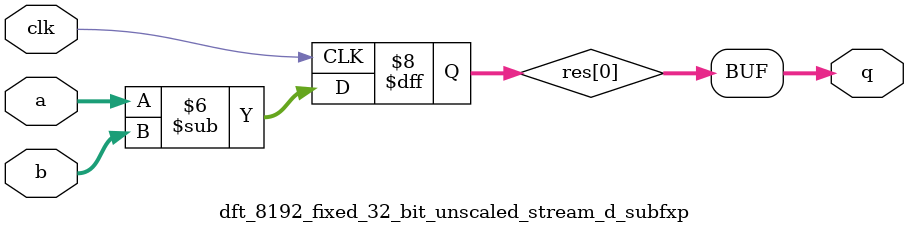
<source format=v>
/*
 * This source file contains a Verilog description of an IP core
 * automatically generated by the SPIRAL HDL Generator.
 *
 * This product includes a hardware design developed by Carnegie Mellon University.
 *
 * Copyright (c) 2005-2011 by Peter A. Milder for the SPIRAL Project,
 * Carnegie Mellon University
 *
 * For more information, see the SPIRAL project website at:
 *   http://www.spiral.net
 *
 * This design is provided for internal, non-commercial research use only
 * and is not for redistribution, with or without modifications.
 * 
 * You may not use the name "Carnegie Mellon University" or derivations
 * thereof to endorse or promote products derived from this software.
 *
 * THE SOFTWARE IS PROVIDED "AS-IS" WITHOUT ANY WARRANTY OF ANY KIND, EITHER
 * EXPRESS, IMPLIED OR STATUTORY, INCLUDING BUT NOT LIMITED TO ANY WARRANTY
 * THAT THE SOFTWARE WILL CONFORM TO SPECIFICATIONS OR BE ERROR-FREE AND ANY
 * IMPLIED WARRANTIES OF MERCHANTABILITY, FITNESS FOR A PARTICULAR PURPOSE,
 * TITLE, OR NON-INFRINGEMENT.  IN NO EVENT SHALL CARNEGIE MELLON UNIVERSITY
 * BE LIABLE FOR ANY DAMAGES, INCLUDING BUT NOT LIMITED TO DIRECT, INDIRECT,
 * SPECIAL OR CONSEQUENTIAL DAMAGES, ARISING OUT OF, RESULTING FROM, OR IN
 * ANY WAY CONNECTED WITH THIS SOFTWARE (WHETHER OR NOT BASED UPON WARRANTY,
 * CONTRACT, TORT OR OTHERWISE).
 *
 */

//   Input/output stream: 4 complex words per cycle
//   Throughput: one transform every 2048 cycles
//   Latency: 15148 cycles

//   Resources required:
//     68 multipliers (32 x 32 bit)
//     138 adders (32 x 32 bit)
//     8 RAMs (32 words, 64 bits per word)
//     8 RAMs (2048 words, 64 bits per word)
//     8 RAMs (512 words, 64 bits per word)
//     24 RAMs (4096 words, 64 bits per word)
//     8 RAMs (128 words, 64 bits per word)
//     8 RAMs (8 words, 64 bits per word)
//     6 ROMs (256 words, 32 bits per word)
//     4 ROMs (2048 words, 32 bits per word)
//     8 ROMs (64 words, 6 bits per word)
//     6 ROMs (16 words, 32 bits per word)
//     6 ROMs (1024 words, 32 bits per word)
//     24 ROMs (2048 words, 11 bits per word)
//     8 ROMs (256 words, 8 bits per word)
//     6 ROMs (64 words, 32 bits per word)
//     8 ROMs (1024 words, 10 bits per word)
/* 

DFT Size = 8192
direction = forward
data type = 32 bit fixed point, unscaled
architecture = fully streaming
radix = 4
streaming width = 4
data ordering = natural input / natural output
BRAM budget = -1

*/ 


// Generated on Thu Oct 17 01:02:25 EDT 2019

// Latency: 15148 clock cycles
// Throughput: 1 transform every 2048 cycles


// We use an interleaved complex data format.  X0 represents the
// real portion of the first input, and X1 represents the imaginary
// portion.  The X variables are system inputs and the Y variables
// are system outputs.

// The design uses a system of flag signals to indicate the
// beginning of the input and output data streams.  The 'next'
// input (asserted high), is used to instruct the system that the
// input stream will begin on the following cycle.

// This system has a 'gap' of 2048 cycles.  This means that
// 2048 cycles must elapse between the beginning of the input
// vectors.

// The output signal 'next_out' (also asserted high) indicates
// that the output vector will begin streaming out of the system
 // on the following cycle.

// The system has a latency of 15148 cycles.  This means that
// the 'next_out' will be asserted 15148 cycles after the user
// asserts 'next'.

// The simple testbench below will demonstrate the timing for loading
// and unloading data vectors.
// The system reset signal is asserted high.

// Please note: when simulating floating point code, you must include
// Xilinx's DSP slice simulation module.

// Latency: 15148
// Gap: 2048
// module_name_is:dft_top
module dft_8192_fixed_32_bit_unscaled_stream_d_dft_top(clk, reset, next, next_out,
   X0, Y0,
   X1, Y1,
   X2, Y2,
   X3, Y3,
   X4, Y4,
   X5, Y5,
   X6, Y6,
   X7, Y7);

   output next_out;
   input clk, reset, next;

   input [31:0] X0,
      X1,
      X2,
      X3,
      X4,
      X5,
      X6,
      X7;

   output [31:0] Y0,
      Y1,
      Y2,
      Y3,
      Y4,
      Y5,
      Y6,
      Y7;

   wire [31:0] t0_0;
   wire [31:0] t0_1;
   wire [31:0] t0_2;
   wire [31:0] t0_3;
   wire [31:0] t0_4;
   wire [31:0] t0_5;
   wire [31:0] t0_6;
   wire [31:0] t0_7;
   wire next_0;
   wire [31:0] t1_0;
   wire [31:0] t1_1;
   wire [31:0] t1_2;
   wire [31:0] t1_3;
   wire [31:0] t1_4;
   wire [31:0] t1_5;
   wire [31:0] t1_6;
   wire [31:0] t1_7;
   wire next_1;
   wire [31:0] t2_0;
   wire [31:0] t2_1;
   wire [31:0] t2_2;
   wire [31:0] t2_3;
   wire [31:0] t2_4;
   wire [31:0] t2_5;
   wire [31:0] t2_6;
   wire [31:0] t2_7;
   wire next_2;
   wire [31:0] t3_0;
   wire [31:0] t3_1;
   wire [31:0] t3_2;
   wire [31:0] t3_3;
   wire [31:0] t3_4;
   wire [31:0] t3_5;
   wire [31:0] t3_6;
   wire [31:0] t3_7;
   wire next_3;
   wire [31:0] t4_0;
   wire [31:0] t4_1;
   wire [31:0] t4_2;
   wire [31:0] t4_3;
   wire [31:0] t4_4;
   wire [31:0] t4_5;
   wire [31:0] t4_6;
   wire [31:0] t4_7;
   wire next_4;
   wire [31:0] t5_0;
   wire [31:0] t5_1;
   wire [31:0] t5_2;
   wire [31:0] t5_3;
   wire [31:0] t5_4;
   wire [31:0] t5_5;
   wire [31:0] t5_6;
   wire [31:0] t5_7;
   wire next_5;
   wire [31:0] t6_0;
   wire [31:0] t6_1;
   wire [31:0] t6_2;
   wire [31:0] t6_3;
   wire [31:0] t6_4;
   wire [31:0] t6_5;
   wire [31:0] t6_6;
   wire [31:0] t6_7;
   wire next_6;
   wire [31:0] t7_0;
   wire [31:0] t7_1;
   wire [31:0] t7_2;
   wire [31:0] t7_3;
   wire [31:0] t7_4;
   wire [31:0] t7_5;
   wire [31:0] t7_6;
   wire [31:0] t7_7;
   wire next_7;
   wire [31:0] t8_0;
   wire [31:0] t8_1;
   wire [31:0] t8_2;
   wire [31:0] t8_3;
   wire [31:0] t8_4;
   wire [31:0] t8_5;
   wire [31:0] t8_6;
   wire [31:0] t8_7;
   wire next_8;
   wire [31:0] t9_0;
   wire [31:0] t9_1;
   wire [31:0] t9_2;
   wire [31:0] t9_3;
   wire [31:0] t9_4;
   wire [31:0] t9_5;
   wire [31:0] t9_6;
   wire [31:0] t9_7;
   wire next_9;
   wire [31:0] t10_0;
   wire [31:0] t10_1;
   wire [31:0] t10_2;
   wire [31:0] t10_3;
   wire [31:0] t10_4;
   wire [31:0] t10_5;
   wire [31:0] t10_6;
   wire [31:0] t10_7;
   wire next_10;
   wire [31:0] t11_0;
   wire [31:0] t11_1;
   wire [31:0] t11_2;
   wire [31:0] t11_3;
   wire [31:0] t11_4;
   wire [31:0] t11_5;
   wire [31:0] t11_6;
   wire [31:0] t11_7;
   wire next_11;
   wire [31:0] t12_0;
   wire [31:0] t12_1;
   wire [31:0] t12_2;
   wire [31:0] t12_3;
   wire [31:0] t12_4;
   wire [31:0] t12_5;
   wire [31:0] t12_6;
   wire [31:0] t12_7;
   wire next_12;
   wire [31:0] t13_0;
   wire [31:0] t13_1;
   wire [31:0] t13_2;
   wire [31:0] t13_3;
   wire [31:0] t13_4;
   wire [31:0] t13_5;
   wire [31:0] t13_6;
   wire [31:0] t13_7;
   wire next_13;
   wire [31:0] t14_0;
   wire [31:0] t14_1;
   wire [31:0] t14_2;
   wire [31:0] t14_3;
   wire [31:0] t14_4;
   wire [31:0] t14_5;
   wire [31:0] t14_6;
   wire [31:0] t14_7;
   wire next_14;
   wire [31:0] t15_0;
   wire [31:0] t15_1;
   wire [31:0] t15_2;
   wire [31:0] t15_3;
   wire [31:0] t15_4;
   wire [31:0] t15_5;
   wire [31:0] t15_6;
   wire [31:0] t15_7;
   wire next_15;
   wire [31:0] t16_0;
   wire [31:0] t16_1;
   wire [31:0] t16_2;
   wire [31:0] t16_3;
   wire [31:0] t16_4;
   wire [31:0] t16_5;
   wire [31:0] t16_6;
   wire [31:0] t16_7;
   wire next_16;
   wire [31:0] t17_0;
   wire [31:0] t17_1;
   wire [31:0] t17_2;
   wire [31:0] t17_3;
   wire [31:0] t17_4;
   wire [31:0] t17_5;
   wire [31:0] t17_6;
   wire [31:0] t17_7;
   wire next_17;
   wire [31:0] t18_0;
   wire [31:0] t18_1;
   wire [31:0] t18_2;
   wire [31:0] t18_3;
   wire [31:0] t18_4;
   wire [31:0] t18_5;
   wire [31:0] t18_6;
   wire [31:0] t18_7;
   wire next_18;
   wire [31:0] t19_0;
   wire [31:0] t19_1;
   wire [31:0] t19_2;
   wire [31:0] t19_3;
   wire [31:0] t19_4;
   wire [31:0] t19_5;
   wire [31:0] t19_6;
   wire [31:0] t19_7;
   wire next_19;
   wire [31:0] t20_0;
   wire [31:0] t20_1;
   wire [31:0] t20_2;
   wire [31:0] t20_3;
   wire [31:0] t20_4;
   wire [31:0] t20_5;
   wire [31:0] t20_6;
   wire [31:0] t20_7;
   wire next_20;
   wire [31:0] t21_0;
   wire [31:0] t21_1;
   wire [31:0] t21_2;
   wire [31:0] t21_3;
   wire [31:0] t21_4;
   wire [31:0] t21_5;
   wire [31:0] t21_6;
   wire [31:0] t21_7;
   wire next_21;
   assign t0_0 = X0;
   assign Y0 = t21_0;
   assign t0_1 = X1;
   assign Y1 = t21_1;
   assign t0_2 = X2;
   assign Y2 = t21_2;
   assign t0_3 = X3;
   assign Y3 = t21_3;
   assign t0_4 = X4;
   assign Y4 = t21_4;
   assign t0_5 = X5;
   assign Y5 = t21_5;
   assign t0_6 = X6;
   assign Y6 = t21_6;
   assign t0_7 = X7;
   assign Y7 = t21_7;
   assign next_0 = next;
   assign next_out = next_21;

// latency=4101, gap=2048
dft_8192_fixed_32_bit_unscaled_stream_d_rc44590 stage0(.clk(clk), .reset(reset), .next(next_0), .next_out(next_1),
    .X0(t0_0), .Y0(t1_0),
    .X1(t0_1), .Y1(t1_1),
    .X2(t0_2), .Y2(t1_2),
    .X3(t0_3), .Y3(t1_3),
    .X4(t0_4), .Y4(t1_4),
    .X5(t0_5), .Y5(t1_5),
    .X6(t0_6), .Y6(t1_6),
    .X7(t0_7), .Y7(t1_7));


// latency=3, gap=2048
dft_8192_fixed_32_bit_unscaled_stream_d_codeBlock44592 stage1(.clk(clk), .reset(reset), .next_in(next_1), .next_out(next_2),
       .X0_in(t1_0), .Y0(t2_0),
       .X1_in(t1_1), .Y1(t2_1),
       .X2_in(t1_2), .Y2(t2_2),
       .X3_in(t1_3), .Y3(t2_3),
       .X4_in(t1_4), .Y4(t2_4),
       .X5_in(t1_5), .Y5(t2_5),
       .X6_in(t1_6), .Y6(t2_6),
       .X7_in(t1_7), .Y7(t2_7));


// latency=13, gap=2048
dft_8192_fixed_32_bit_unscaled_stream_d_rc44806 stage2(.clk(clk), .reset(reset), .next(next_2), .next_out(next_3),
    .X0(t2_0), .Y0(t3_0),
    .X1(t2_1), .Y1(t3_1),
    .X2(t2_2), .Y2(t3_2),
    .X3(t2_3), .Y3(t3_3),
    .X4(t2_4), .Y4(t3_4),
    .X5(t2_5), .Y5(t3_5),
    .X6(t2_6), .Y6(t3_6),
    .X7(t2_7), .Y7(t3_7));


// latency=12, gap=2048
dft_8192_fixed_32_bit_unscaled_stream_d_DirSum_45179 stage3(.next(next_3), .clk(clk), .reset(reset), .next_out(next_4),
       .X0(t3_0), .Y0(t4_0),
       .X1(t3_1), .Y1(t4_1),
       .X2(t3_2), .Y2(t4_2),
       .X3(t3_3), .Y3(t4_3),
       .X4(t3_4), .Y4(t4_4),
       .X5(t3_5), .Y5(t4_5),
       .X6(t3_6), .Y6(t4_6),
       .X7(t3_7), .Y7(t4_7));


// latency=3, gap=2048
dft_8192_fixed_32_bit_unscaled_stream_d_codeBlock45182 stage4(.clk(clk), .reset(reset), .next_in(next_4), .next_out(next_5),
       .X0_in(t4_0), .Y0(t5_0),
       .X1_in(t4_1), .Y1(t5_1),
       .X2_in(t4_2), .Y2(t5_2),
       .X3_in(t4_3), .Y3(t5_3),
       .X4_in(t4_4), .Y4(t5_4),
       .X5_in(t4_5), .Y5(t5_5),
       .X6_in(t4_6), .Y6(t5_6),
       .X7_in(t4_7), .Y7(t5_7));


// latency=37, gap=2048
dft_8192_fixed_32_bit_unscaled_stream_d_rc45396 stage5(.clk(clk), .reset(reset), .next(next_5), .next_out(next_6),
    .X0(t5_0), .Y0(t6_0),
    .X1(t5_1), .Y1(t6_1),
    .X2(t5_2), .Y2(t6_2),
    .X3(t5_3), .Y3(t6_3),
    .X4(t5_4), .Y4(t6_4),
    .X5(t5_5), .Y5(t6_5),
    .X6(t5_6), .Y6(t6_6),
    .X7(t5_7), .Y7(t6_7));


// latency=12, gap=2048
dft_8192_fixed_32_bit_unscaled_stream_d_DirSum_45865 stage6(.next(next_6), .clk(clk), .reset(reset), .next_out(next_7),
       .X0(t6_0), .Y0(t7_0),
       .X1(t6_1), .Y1(t7_1),
       .X2(t6_2), .Y2(t7_2),
       .X3(t6_3), .Y3(t7_3),
       .X4(t6_4), .Y4(t7_4),
       .X5(t6_5), .Y5(t7_5),
       .X6(t6_6), .Y6(t7_6),
       .X7(t6_7), .Y7(t7_7));


// latency=3, gap=2048
dft_8192_fixed_32_bit_unscaled_stream_d_codeBlock45868 stage7(.clk(clk), .reset(reset), .next_in(next_7), .next_out(next_8),
       .X0_in(t7_0), .Y0(t8_0),
       .X1_in(t7_1), .Y1(t8_1),
       .X2_in(t7_2), .Y2(t8_2),
       .X3_in(t7_3), .Y3(t8_3),
       .X4_in(t7_4), .Y4(t8_4),
       .X5_in(t7_5), .Y5(t8_5),
       .X6_in(t7_6), .Y6(t8_6),
       .X7_in(t7_7), .Y7(t8_7));


// latency=133, gap=2048
dft_8192_fixed_32_bit_unscaled_stream_d_rc46082 stage8(.clk(clk), .reset(reset), .next(next_8), .next_out(next_9),
    .X0(t8_0), .Y0(t9_0),
    .X1(t8_1), .Y1(t9_1),
    .X2(t8_2), .Y2(t9_2),
    .X3(t8_3), .Y3(t9_3),
    .X4(t8_4), .Y4(t9_4),
    .X5(t8_5), .Y5(t9_5),
    .X6(t8_6), .Y6(t9_6),
    .X7(t8_7), .Y7(t9_7));


// latency=12, gap=2048
dft_8192_fixed_32_bit_unscaled_stream_d_DirSum_46935 stage9(.next(next_9), .clk(clk), .reset(reset), .next_out(next_10),
       .X0(t9_0), .Y0(t10_0),
       .X1(t9_1), .Y1(t10_1),
       .X2(t9_2), .Y2(t10_2),
       .X3(t9_3), .Y3(t10_3),
       .X4(t9_4), .Y4(t10_4),
       .X5(t9_5), .Y5(t10_5),
       .X6(t9_6), .Y6(t10_6),
       .X7(t9_7), .Y7(t10_7));


// latency=3, gap=2048
dft_8192_fixed_32_bit_unscaled_stream_d_codeBlock46938 stage10(.clk(clk), .reset(reset), .next_in(next_10), .next_out(next_11),
       .X0_in(t10_0), .Y0(t11_0),
       .X1_in(t10_1), .Y1(t11_1),
       .X2_in(t10_2), .Y2(t11_2),
       .X3_in(t10_3), .Y3(t11_3),
       .X4_in(t10_4), .Y4(t11_4),
       .X5_in(t10_5), .Y5(t11_5),
       .X6_in(t10_6), .Y6(t11_6),
       .X7_in(t10_7), .Y7(t11_7));


// latency=517, gap=2048
dft_8192_fixed_32_bit_unscaled_stream_d_rc47152 stage11(.clk(clk), .reset(reset), .next(next_11), .next_out(next_12),
    .X0(t11_0), .Y0(t12_0),
    .X1(t11_1), .Y1(t12_1),
    .X2(t11_2), .Y2(t12_2),
    .X3(t11_3), .Y3(t12_3),
    .X4(t11_4), .Y4(t12_4),
    .X5(t11_5), .Y5(t12_5),
    .X6(t11_6), .Y6(t12_6),
    .X7(t11_7), .Y7(t12_7));


// latency=12, gap=2048
dft_8192_fixed_32_bit_unscaled_stream_d_DirSum_49541 stage12(.next(next_12), .clk(clk), .reset(reset), .next_out(next_13),
       .X0(t12_0), .Y0(t13_0),
       .X1(t12_1), .Y1(t13_1),
       .X2(t12_2), .Y2(t13_2),
       .X3(t12_3), .Y3(t13_3),
       .X4(t12_4), .Y4(t13_4),
       .X5(t12_5), .Y5(t13_5),
       .X6(t12_6), .Y6(t13_6),
       .X7(t12_7), .Y7(t13_7));


// latency=3, gap=2048
dft_8192_fixed_32_bit_unscaled_stream_d_codeBlock49544 stage13(.clk(clk), .reset(reset), .next_in(next_13), .next_out(next_14),
       .X0_in(t13_0), .Y0(t14_0),
       .X1_in(t13_1), .Y1(t14_1),
       .X2_in(t13_2), .Y2(t14_2),
       .X3_in(t13_3), .Y3(t14_3),
       .X4_in(t13_4), .Y4(t14_4),
       .X5_in(t13_5), .Y5(t14_5),
       .X6_in(t13_6), .Y6(t14_6),
       .X7_in(t13_7), .Y7(t14_7));


// latency=2053, gap=2048
dft_8192_fixed_32_bit_unscaled_stream_d_rc49758 stage14(.clk(clk), .reset(reset), .next(next_14), .next_out(next_15),
    .X0(t14_0), .Y0(t15_0),
    .X1(t14_1), .Y1(t15_1),
    .X2(t14_2), .Y2(t15_2),
    .X3(t14_3), .Y3(t15_3),
    .X4(t14_4), .Y4(t15_4),
    .X5(t14_5), .Y5(t15_5),
    .X6(t14_6), .Y6(t15_6),
    .X7(t14_7), .Y7(t15_7));


// latency=12, gap=2048
dft_8192_fixed_32_bit_unscaled_stream_d_DirSum_58291 stage15(.next(next_15), .clk(clk), .reset(reset), .next_out(next_16),
       .X0(t15_0), .Y0(t16_0),
       .X1(t15_1), .Y1(t16_1),
       .X2(t15_2), .Y2(t16_2),
       .X3(t15_3), .Y3(t16_3),
       .X4(t15_4), .Y4(t16_4),
       .X5(t15_5), .Y5(t16_5),
       .X6(t15_6), .Y6(t16_6),
       .X7(t15_7), .Y7(t16_7));


// latency=3, gap=2048
dft_8192_fixed_32_bit_unscaled_stream_d_codeBlock58294 stage16(.clk(clk), .reset(reset), .next_in(next_16), .next_out(next_17),
       .X0_in(t16_0), .Y0(t17_0),
       .X1_in(t16_1), .Y1(t17_1),
       .X2_in(t16_2), .Y2(t17_2),
       .X3_in(t16_3), .Y3(t17_3),
       .X4_in(t16_4), .Y4(t17_4),
       .X5_in(t16_5), .Y5(t17_5),
       .X6_in(t16_6), .Y6(t17_6),
       .X7_in(t16_7), .Y7(t17_7));


// latency=4101, gap=2048
dft_8192_fixed_32_bit_unscaled_stream_d_rc58508 stage17(.clk(clk), .reset(reset), .next(next_17), .next_out(next_18),
    .X0(t17_0), .Y0(t18_0),
    .X1(t17_1), .Y1(t18_1),
    .X2(t17_2), .Y2(t18_2),
    .X3(t17_3), .Y3(t18_3),
    .X4(t17_4), .Y4(t18_4),
    .X5(t17_5), .Y5(t18_5),
    .X6(t17_6), .Y6(t18_6),
    .X7(t17_7), .Y7(t18_7));


// latency=12, gap=2048
dft_8192_fixed_32_bit_unscaled_stream_d_DirSum_75232 stage18(.next(next_18), .clk(clk), .reset(reset), .next_out(next_19),
       .X0(t18_0), .Y0(t19_0),
       .X1(t18_1), .Y1(t19_1),
       .X2(t18_2), .Y2(t19_2),
       .X3(t18_3), .Y3(t19_3),
       .X4(t18_4), .Y4(t19_4),
       .X5(t18_5), .Y5(t19_5),
       .X6(t18_6), .Y6(t19_6),
       .X7(t18_7), .Y7(t19_7));


// latency=2, gap=2048
dft_8192_fixed_32_bit_unscaled_stream_d_codeBlock75234 stage19(.clk(clk), .reset(reset), .next_in(next_19), .next_out(next_20),
       .X0_in(t19_0), .Y0(t20_0),
       .X1_in(t19_1), .Y1(t20_1),
       .X2_in(t19_2), .Y2(t20_2),
       .X3_in(t19_3), .Y3(t20_3),
       .X4_in(t19_4), .Y4(t20_4),
       .X5_in(t19_5), .Y5(t20_5),
       .X6_in(t19_6), .Y6(t20_6),
       .X7_in(t19_7), .Y7(t20_7));


// latency=4101, gap=2048
dft_8192_fixed_32_bit_unscaled_stream_d_rc75392 stage20(.clk(clk), .reset(reset), .next(next_20), .next_out(next_21),
    .X0(t20_0), .Y0(t21_0),
    .X1(t20_1), .Y1(t21_1),
    .X2(t20_2), .Y2(t21_2),
    .X3(t20_3), .Y3(t21_3),
    .X4(t20_4), .Y4(t21_4),
    .X5(t20_5), .Y5(t21_5),
    .X6(t20_6), .Y6(t21_6),
    .X7(t20_7), .Y7(t21_7));


endmodule

// Latency: 4101
// Gap: 2048
module dft_8192_fixed_32_bit_unscaled_stream_d_rc44590(clk, reset, next, next_out,
   X0, Y0,
   X1, Y1,
   X2, Y2,
   X3, Y3,
   X4, Y4,
   X5, Y5,
   X6, Y6,
   X7, Y7);

   output next_out;
   input clk, reset, next;

   input [31:0] X0,
      X1,
      X2,
      X3,
      X4,
      X5,
      X6,
      X7;

   output [31:0] Y0,
      Y1,
      Y2,
      Y3,
      Y4,
      Y5,
      Y6,
      Y7;

   wire [63:0] t0;
   wire [63:0] s0;
   assign t0 = {X0, X1};
   wire [63:0] t1;
   wire [63:0] s1;
   assign t1 = {X2, X3};
   wire [63:0] t2;
   wire [63:0] s2;
   assign t2 = {X4, X5};
   wire [63:0] t3;
   wire [63:0] s3;
   assign t3 = {X6, X7};
   assign Y0 = s0[63:32];
   assign Y1 = s0[31:0];
   assign Y2 = s1[63:32];
   assign Y3 = s1[31:0];
   assign Y4 = s2[63:32];
   assign Y5 = s2[31:0];
   assign Y6 = s3[63:32];
   assign Y7 = s3[31:0];

dft_8192_fixed_32_bit_unscaled_stream_d_perm44588 instPerm77669(.x0(t0), .y0(s0),
    .x1(t1), .y1(s1),
    .x2(t2), .y2(s2),
    .x3(t3), .y3(s3),
   .clk(clk), .next(next), .next_out(next_out), .reset(reset)
);



endmodule

module dft_8192_fixed_32_bit_unscaled_stream_d_swNet44588(itr, clk, ct
,       x0, y0
,       x1, y1
,       x2, y2
,       x3, y3
);

    parameter width = 64;

    input [10:0] ct;
    input clk;
    input [0:0] itr;
    input [width-1:0] x0;
    output reg [width-1:0] y0;
    input [width-1:0] x1;
    output reg [width-1:0] y1;
    input [width-1:0] x2;
    output reg [width-1:0] y2;
    input [width-1:0] x3;
    output reg [width-1:0] y3;
    wire [width-1:0] t0_0, t0_1, t0_2, t0_3;
    wire [width-1:0] t1_0, t1_1, t1_2, t1_3;
    wire [width-1:0] t2_0, t2_1, t2_2, t2_3;
    reg [width-1:0] t3_0, t3_1, t3_2, t3_3;
    wire [width-1:0] t4_0, t4_1, t4_2, t4_3;
    reg [width-1:0] t5_0, t5_1, t5_2, t5_3;

    reg [3:0] control;

    always @(posedge clk) begin
      case(ct)
        11'd0: control <= 4'b1111;
        11'd1: control <= 4'b1111;
        11'd2: control <= 4'b1111;
        11'd3: control <= 4'b1111;
        11'd4: control <= 4'b1111;
        11'd5: control <= 4'b1111;
        11'd6: control <= 4'b1111;
        11'd7: control <= 4'b1111;
        11'd8: control <= 4'b1111;
        11'd9: control <= 4'b1111;
        11'd10: control <= 4'b1111;
        11'd11: control <= 4'b1111;
        11'd12: control <= 4'b1111;
        11'd13: control <= 4'b1111;
        11'd14: control <= 4'b1111;
        11'd15: control <= 4'b1111;
        11'd16: control <= 4'b1111;
        11'd17: control <= 4'b1111;
        11'd18: control <= 4'b1111;
        11'd19: control <= 4'b1111;
        11'd20: control <= 4'b1111;
        11'd21: control <= 4'b1111;
        11'd22: control <= 4'b1111;
        11'd23: control <= 4'b1111;
        11'd24: control <= 4'b1111;
        11'd25: control <= 4'b1111;
        11'd26: control <= 4'b1111;
        11'd27: control <= 4'b1111;
        11'd28: control <= 4'b1111;
        11'd29: control <= 4'b1111;
        11'd30: control <= 4'b1111;
        11'd31: control <= 4'b1111;
        11'd32: control <= 4'b1111;
        11'd33: control <= 4'b1111;
        11'd34: control <= 4'b1111;
        11'd35: control <= 4'b1111;
        11'd36: control <= 4'b1111;
        11'd37: control <= 4'b1111;
        11'd38: control <= 4'b1111;
        11'd39: control <= 4'b1111;
        11'd40: control <= 4'b1111;
        11'd41: control <= 4'b1111;
        11'd42: control <= 4'b1111;
        11'd43: control <= 4'b1111;
        11'd44: control <= 4'b1111;
        11'd45: control <= 4'b1111;
        11'd46: control <= 4'b1111;
        11'd47: control <= 4'b1111;
        11'd48: control <= 4'b1111;
        11'd49: control <= 4'b1111;
        11'd50: control <= 4'b1111;
        11'd51: control <= 4'b1111;
        11'd52: control <= 4'b1111;
        11'd53: control <= 4'b1111;
        11'd54: control <= 4'b1111;
        11'd55: control <= 4'b1111;
        11'd56: control <= 4'b1111;
        11'd57: control <= 4'b1111;
        11'd58: control <= 4'b1111;
        11'd59: control <= 4'b1111;
        11'd60: control <= 4'b1111;
        11'd61: control <= 4'b1111;
        11'd62: control <= 4'b1111;
        11'd63: control <= 4'b1111;
        11'd64: control <= 4'b1111;
        11'd65: control <= 4'b1111;
        11'd66: control <= 4'b1111;
        11'd67: control <= 4'b1111;
        11'd68: control <= 4'b1111;
        11'd69: control <= 4'b1111;
        11'd70: control <= 4'b1111;
        11'd71: control <= 4'b1111;
        11'd72: control <= 4'b1111;
        11'd73: control <= 4'b1111;
        11'd74: control <= 4'b1111;
        11'd75: control <= 4'b1111;
        11'd76: control <= 4'b1111;
        11'd77: control <= 4'b1111;
        11'd78: control <= 4'b1111;
        11'd79: control <= 4'b1111;
        11'd80: control <= 4'b1111;
        11'd81: control <= 4'b1111;
        11'd82: control <= 4'b1111;
        11'd83: control <= 4'b1111;
        11'd84: control <= 4'b1111;
        11'd85: control <= 4'b1111;
        11'd86: control <= 4'b1111;
        11'd87: control <= 4'b1111;
        11'd88: control <= 4'b1111;
        11'd89: control <= 4'b1111;
        11'd90: control <= 4'b1111;
        11'd91: control <= 4'b1111;
        11'd92: control <= 4'b1111;
        11'd93: control <= 4'b1111;
        11'd94: control <= 4'b1111;
        11'd95: control <= 4'b1111;
        11'd96: control <= 4'b1111;
        11'd97: control <= 4'b1111;
        11'd98: control <= 4'b1111;
        11'd99: control <= 4'b1111;
        11'd100: control <= 4'b1111;
        11'd101: control <= 4'b1111;
        11'd102: control <= 4'b1111;
        11'd103: control <= 4'b1111;
        11'd104: control <= 4'b1111;
        11'd105: control <= 4'b1111;
        11'd106: control <= 4'b1111;
        11'd107: control <= 4'b1111;
        11'd108: control <= 4'b1111;
        11'd109: control <= 4'b1111;
        11'd110: control <= 4'b1111;
        11'd111: control <= 4'b1111;
        11'd112: control <= 4'b1111;
        11'd113: control <= 4'b1111;
        11'd114: control <= 4'b1111;
        11'd115: control <= 4'b1111;
        11'd116: control <= 4'b1111;
        11'd117: control <= 4'b1111;
        11'd118: control <= 4'b1111;
        11'd119: control <= 4'b1111;
        11'd120: control <= 4'b1111;
        11'd121: control <= 4'b1111;
        11'd122: control <= 4'b1111;
        11'd123: control <= 4'b1111;
        11'd124: control <= 4'b1111;
        11'd125: control <= 4'b1111;
        11'd126: control <= 4'b1111;
        11'd127: control <= 4'b1111;
        11'd128: control <= 4'b1111;
        11'd129: control <= 4'b1111;
        11'd130: control <= 4'b1111;
        11'd131: control <= 4'b1111;
        11'd132: control <= 4'b1111;
        11'd133: control <= 4'b1111;
        11'd134: control <= 4'b1111;
        11'd135: control <= 4'b1111;
        11'd136: control <= 4'b1111;
        11'd137: control <= 4'b1111;
        11'd138: control <= 4'b1111;
        11'd139: control <= 4'b1111;
        11'd140: control <= 4'b1111;
        11'd141: control <= 4'b1111;
        11'd142: control <= 4'b1111;
        11'd143: control <= 4'b1111;
        11'd144: control <= 4'b1111;
        11'd145: control <= 4'b1111;
        11'd146: control <= 4'b1111;
        11'd147: control <= 4'b1111;
        11'd148: control <= 4'b1111;
        11'd149: control <= 4'b1111;
        11'd150: control <= 4'b1111;
        11'd151: control <= 4'b1111;
        11'd152: control <= 4'b1111;
        11'd153: control <= 4'b1111;
        11'd154: control <= 4'b1111;
        11'd155: control <= 4'b1111;
        11'd156: control <= 4'b1111;
        11'd157: control <= 4'b1111;
        11'd158: control <= 4'b1111;
        11'd159: control <= 4'b1111;
        11'd160: control <= 4'b1111;
        11'd161: control <= 4'b1111;
        11'd162: control <= 4'b1111;
        11'd163: control <= 4'b1111;
        11'd164: control <= 4'b1111;
        11'd165: control <= 4'b1111;
        11'd166: control <= 4'b1111;
        11'd167: control <= 4'b1111;
        11'd168: control <= 4'b1111;
        11'd169: control <= 4'b1111;
        11'd170: control <= 4'b1111;
        11'd171: control <= 4'b1111;
        11'd172: control <= 4'b1111;
        11'd173: control <= 4'b1111;
        11'd174: control <= 4'b1111;
        11'd175: control <= 4'b1111;
        11'd176: control <= 4'b1111;
        11'd177: control <= 4'b1111;
        11'd178: control <= 4'b1111;
        11'd179: control <= 4'b1111;
        11'd180: control <= 4'b1111;
        11'd181: control <= 4'b1111;
        11'd182: control <= 4'b1111;
        11'd183: control <= 4'b1111;
        11'd184: control <= 4'b1111;
        11'd185: control <= 4'b1111;
        11'd186: control <= 4'b1111;
        11'd187: control <= 4'b1111;
        11'd188: control <= 4'b1111;
        11'd189: control <= 4'b1111;
        11'd190: control <= 4'b1111;
        11'd191: control <= 4'b1111;
        11'd192: control <= 4'b1111;
        11'd193: control <= 4'b1111;
        11'd194: control <= 4'b1111;
        11'd195: control <= 4'b1111;
        11'd196: control <= 4'b1111;
        11'd197: control <= 4'b1111;
        11'd198: control <= 4'b1111;
        11'd199: control <= 4'b1111;
        11'd200: control <= 4'b1111;
        11'd201: control <= 4'b1111;
        11'd202: control <= 4'b1111;
        11'd203: control <= 4'b1111;
        11'd204: control <= 4'b1111;
        11'd205: control <= 4'b1111;
        11'd206: control <= 4'b1111;
        11'd207: control <= 4'b1111;
        11'd208: control <= 4'b1111;
        11'd209: control <= 4'b1111;
        11'd210: control <= 4'b1111;
        11'd211: control <= 4'b1111;
        11'd212: control <= 4'b1111;
        11'd213: control <= 4'b1111;
        11'd214: control <= 4'b1111;
        11'd215: control <= 4'b1111;
        11'd216: control <= 4'b1111;
        11'd217: control <= 4'b1111;
        11'd218: control <= 4'b1111;
        11'd219: control <= 4'b1111;
        11'd220: control <= 4'b1111;
        11'd221: control <= 4'b1111;
        11'd222: control <= 4'b1111;
        11'd223: control <= 4'b1111;
        11'd224: control <= 4'b1111;
        11'd225: control <= 4'b1111;
        11'd226: control <= 4'b1111;
        11'd227: control <= 4'b1111;
        11'd228: control <= 4'b1111;
        11'd229: control <= 4'b1111;
        11'd230: control <= 4'b1111;
        11'd231: control <= 4'b1111;
        11'd232: control <= 4'b1111;
        11'd233: control <= 4'b1111;
        11'd234: control <= 4'b1111;
        11'd235: control <= 4'b1111;
        11'd236: control <= 4'b1111;
        11'd237: control <= 4'b1111;
        11'd238: control <= 4'b1111;
        11'd239: control <= 4'b1111;
        11'd240: control <= 4'b1111;
        11'd241: control <= 4'b1111;
        11'd242: control <= 4'b1111;
        11'd243: control <= 4'b1111;
        11'd244: control <= 4'b1111;
        11'd245: control <= 4'b1111;
        11'd246: control <= 4'b1111;
        11'd247: control <= 4'b1111;
        11'd248: control <= 4'b1111;
        11'd249: control <= 4'b1111;
        11'd250: control <= 4'b1111;
        11'd251: control <= 4'b1111;
        11'd252: control <= 4'b1111;
        11'd253: control <= 4'b1111;
        11'd254: control <= 4'b1111;
        11'd255: control <= 4'b1111;
        11'd256: control <= 4'b1111;
        11'd257: control <= 4'b1111;
        11'd258: control <= 4'b1111;
        11'd259: control <= 4'b1111;
        11'd260: control <= 4'b1111;
        11'd261: control <= 4'b1111;
        11'd262: control <= 4'b1111;
        11'd263: control <= 4'b1111;
        11'd264: control <= 4'b1111;
        11'd265: control <= 4'b1111;
        11'd266: control <= 4'b1111;
        11'd267: control <= 4'b1111;
        11'd268: control <= 4'b1111;
        11'd269: control <= 4'b1111;
        11'd270: control <= 4'b1111;
        11'd271: control <= 4'b1111;
        11'd272: control <= 4'b1111;
        11'd273: control <= 4'b1111;
        11'd274: control <= 4'b1111;
        11'd275: control <= 4'b1111;
        11'd276: control <= 4'b1111;
        11'd277: control <= 4'b1111;
        11'd278: control <= 4'b1111;
        11'd279: control <= 4'b1111;
        11'd280: control <= 4'b1111;
        11'd281: control <= 4'b1111;
        11'd282: control <= 4'b1111;
        11'd283: control <= 4'b1111;
        11'd284: control <= 4'b1111;
        11'd285: control <= 4'b1111;
        11'd286: control <= 4'b1111;
        11'd287: control <= 4'b1111;
        11'd288: control <= 4'b1111;
        11'd289: control <= 4'b1111;
        11'd290: control <= 4'b1111;
        11'd291: control <= 4'b1111;
        11'd292: control <= 4'b1111;
        11'd293: control <= 4'b1111;
        11'd294: control <= 4'b1111;
        11'd295: control <= 4'b1111;
        11'd296: control <= 4'b1111;
        11'd297: control <= 4'b1111;
        11'd298: control <= 4'b1111;
        11'd299: control <= 4'b1111;
        11'd300: control <= 4'b1111;
        11'd301: control <= 4'b1111;
        11'd302: control <= 4'b1111;
        11'd303: control <= 4'b1111;
        11'd304: control <= 4'b1111;
        11'd305: control <= 4'b1111;
        11'd306: control <= 4'b1111;
        11'd307: control <= 4'b1111;
        11'd308: control <= 4'b1111;
        11'd309: control <= 4'b1111;
        11'd310: control <= 4'b1111;
        11'd311: control <= 4'b1111;
        11'd312: control <= 4'b1111;
        11'd313: control <= 4'b1111;
        11'd314: control <= 4'b1111;
        11'd315: control <= 4'b1111;
        11'd316: control <= 4'b1111;
        11'd317: control <= 4'b1111;
        11'd318: control <= 4'b1111;
        11'd319: control <= 4'b1111;
        11'd320: control <= 4'b1111;
        11'd321: control <= 4'b1111;
        11'd322: control <= 4'b1111;
        11'd323: control <= 4'b1111;
        11'd324: control <= 4'b1111;
        11'd325: control <= 4'b1111;
        11'd326: control <= 4'b1111;
        11'd327: control <= 4'b1111;
        11'd328: control <= 4'b1111;
        11'd329: control <= 4'b1111;
        11'd330: control <= 4'b1111;
        11'd331: control <= 4'b1111;
        11'd332: control <= 4'b1111;
        11'd333: control <= 4'b1111;
        11'd334: control <= 4'b1111;
        11'd335: control <= 4'b1111;
        11'd336: control <= 4'b1111;
        11'd337: control <= 4'b1111;
        11'd338: control <= 4'b1111;
        11'd339: control <= 4'b1111;
        11'd340: control <= 4'b1111;
        11'd341: control <= 4'b1111;
        11'd342: control <= 4'b1111;
        11'd343: control <= 4'b1111;
        11'd344: control <= 4'b1111;
        11'd345: control <= 4'b1111;
        11'd346: control <= 4'b1111;
        11'd347: control <= 4'b1111;
        11'd348: control <= 4'b1111;
        11'd349: control <= 4'b1111;
        11'd350: control <= 4'b1111;
        11'd351: control <= 4'b1111;
        11'd352: control <= 4'b1111;
        11'd353: control <= 4'b1111;
        11'd354: control <= 4'b1111;
        11'd355: control <= 4'b1111;
        11'd356: control <= 4'b1111;
        11'd357: control <= 4'b1111;
        11'd358: control <= 4'b1111;
        11'd359: control <= 4'b1111;
        11'd360: control <= 4'b1111;
        11'd361: control <= 4'b1111;
        11'd362: control <= 4'b1111;
        11'd363: control <= 4'b1111;
        11'd364: control <= 4'b1111;
        11'd365: control <= 4'b1111;
        11'd366: control <= 4'b1111;
        11'd367: control <= 4'b1111;
        11'd368: control <= 4'b1111;
        11'd369: control <= 4'b1111;
        11'd370: control <= 4'b1111;
        11'd371: control <= 4'b1111;
        11'd372: control <= 4'b1111;
        11'd373: control <= 4'b1111;
        11'd374: control <= 4'b1111;
        11'd375: control <= 4'b1111;
        11'd376: control <= 4'b1111;
        11'd377: control <= 4'b1111;
        11'd378: control <= 4'b1111;
        11'd379: control <= 4'b1111;
        11'd380: control <= 4'b1111;
        11'd381: control <= 4'b1111;
        11'd382: control <= 4'b1111;
        11'd383: control <= 4'b1111;
        11'd384: control <= 4'b1111;
        11'd385: control <= 4'b1111;
        11'd386: control <= 4'b1111;
        11'd387: control <= 4'b1111;
        11'd388: control <= 4'b1111;
        11'd389: control <= 4'b1111;
        11'd390: control <= 4'b1111;
        11'd391: control <= 4'b1111;
        11'd392: control <= 4'b1111;
        11'd393: control <= 4'b1111;
        11'd394: control <= 4'b1111;
        11'd395: control <= 4'b1111;
        11'd396: control <= 4'b1111;
        11'd397: control <= 4'b1111;
        11'd398: control <= 4'b1111;
        11'd399: control <= 4'b1111;
        11'd400: control <= 4'b1111;
        11'd401: control <= 4'b1111;
        11'd402: control <= 4'b1111;
        11'd403: control <= 4'b1111;
        11'd404: control <= 4'b1111;
        11'd405: control <= 4'b1111;
        11'd406: control <= 4'b1111;
        11'd407: control <= 4'b1111;
        11'd408: control <= 4'b1111;
        11'd409: control <= 4'b1111;
        11'd410: control <= 4'b1111;
        11'd411: control <= 4'b1111;
        11'd412: control <= 4'b1111;
        11'd413: control <= 4'b1111;
        11'd414: control <= 4'b1111;
        11'd415: control <= 4'b1111;
        11'd416: control <= 4'b1111;
        11'd417: control <= 4'b1111;
        11'd418: control <= 4'b1111;
        11'd419: control <= 4'b1111;
        11'd420: control <= 4'b1111;
        11'd421: control <= 4'b1111;
        11'd422: control <= 4'b1111;
        11'd423: control <= 4'b1111;
        11'd424: control <= 4'b1111;
        11'd425: control <= 4'b1111;
        11'd426: control <= 4'b1111;
        11'd427: control <= 4'b1111;
        11'd428: control <= 4'b1111;
        11'd429: control <= 4'b1111;
        11'd430: control <= 4'b1111;
        11'd431: control <= 4'b1111;
        11'd432: control <= 4'b1111;
        11'd433: control <= 4'b1111;
        11'd434: control <= 4'b1111;
        11'd435: control <= 4'b1111;
        11'd436: control <= 4'b1111;
        11'd437: control <= 4'b1111;
        11'd438: control <= 4'b1111;
        11'd439: control <= 4'b1111;
        11'd440: control <= 4'b1111;
        11'd441: control <= 4'b1111;
        11'd442: control <= 4'b1111;
        11'd443: control <= 4'b1111;
        11'd444: control <= 4'b1111;
        11'd445: control <= 4'b1111;
        11'd446: control <= 4'b1111;
        11'd447: control <= 4'b1111;
        11'd448: control <= 4'b1111;
        11'd449: control <= 4'b1111;
        11'd450: control <= 4'b1111;
        11'd451: control <= 4'b1111;
        11'd452: control <= 4'b1111;
        11'd453: control <= 4'b1111;
        11'd454: control <= 4'b1111;
        11'd455: control <= 4'b1111;
        11'd456: control <= 4'b1111;
        11'd457: control <= 4'b1111;
        11'd458: control <= 4'b1111;
        11'd459: control <= 4'b1111;
        11'd460: control <= 4'b1111;
        11'd461: control <= 4'b1111;
        11'd462: control <= 4'b1111;
        11'd463: control <= 4'b1111;
        11'd464: control <= 4'b1111;
        11'd465: control <= 4'b1111;
        11'd466: control <= 4'b1111;
        11'd467: control <= 4'b1111;
        11'd468: control <= 4'b1111;
        11'd469: control <= 4'b1111;
        11'd470: control <= 4'b1111;
        11'd471: control <= 4'b1111;
        11'd472: control <= 4'b1111;
        11'd473: control <= 4'b1111;
        11'd474: control <= 4'b1111;
        11'd475: control <= 4'b1111;
        11'd476: control <= 4'b1111;
        11'd477: control <= 4'b1111;
        11'd478: control <= 4'b1111;
        11'd479: control <= 4'b1111;
        11'd480: control <= 4'b1111;
        11'd481: control <= 4'b1111;
        11'd482: control <= 4'b1111;
        11'd483: control <= 4'b1111;
        11'd484: control <= 4'b1111;
        11'd485: control <= 4'b1111;
        11'd486: control <= 4'b1111;
        11'd487: control <= 4'b1111;
        11'd488: control <= 4'b1111;
        11'd489: control <= 4'b1111;
        11'd490: control <= 4'b1111;
        11'd491: control <= 4'b1111;
        11'd492: control <= 4'b1111;
        11'd493: control <= 4'b1111;
        11'd494: control <= 4'b1111;
        11'd495: control <= 4'b1111;
        11'd496: control <= 4'b1111;
        11'd497: control <= 4'b1111;
        11'd498: control <= 4'b1111;
        11'd499: control <= 4'b1111;
        11'd500: control <= 4'b1111;
        11'd501: control <= 4'b1111;
        11'd502: control <= 4'b1111;
        11'd503: control <= 4'b1111;
        11'd504: control <= 4'b1111;
        11'd505: control <= 4'b1111;
        11'd506: control <= 4'b1111;
        11'd507: control <= 4'b1111;
        11'd508: control <= 4'b1111;
        11'd509: control <= 4'b1111;
        11'd510: control <= 4'b1111;
        11'd511: control <= 4'b1111;
        11'd512: control <= 4'b0011;
        11'd513: control <= 4'b0011;
        11'd514: control <= 4'b0011;
        11'd515: control <= 4'b0011;
        11'd516: control <= 4'b0011;
        11'd517: control <= 4'b0011;
        11'd518: control <= 4'b0011;
        11'd519: control <= 4'b0011;
        11'd520: control <= 4'b0011;
        11'd521: control <= 4'b0011;
        11'd522: control <= 4'b0011;
        11'd523: control <= 4'b0011;
        11'd524: control <= 4'b0011;
        11'd525: control <= 4'b0011;
        11'd526: control <= 4'b0011;
        11'd527: control <= 4'b0011;
        11'd528: control <= 4'b0011;
        11'd529: control <= 4'b0011;
        11'd530: control <= 4'b0011;
        11'd531: control <= 4'b0011;
        11'd532: control <= 4'b0011;
        11'd533: control <= 4'b0011;
        11'd534: control <= 4'b0011;
        11'd535: control <= 4'b0011;
        11'd536: control <= 4'b0011;
        11'd537: control <= 4'b0011;
        11'd538: control <= 4'b0011;
        11'd539: control <= 4'b0011;
        11'd540: control <= 4'b0011;
        11'd541: control <= 4'b0011;
        11'd542: control <= 4'b0011;
        11'd543: control <= 4'b0011;
        11'd544: control <= 4'b0011;
        11'd545: control <= 4'b0011;
        11'd546: control <= 4'b0011;
        11'd547: control <= 4'b0011;
        11'd548: control <= 4'b0011;
        11'd549: control <= 4'b0011;
        11'd550: control <= 4'b0011;
        11'd551: control <= 4'b0011;
        11'd552: control <= 4'b0011;
        11'd553: control <= 4'b0011;
        11'd554: control <= 4'b0011;
        11'd555: control <= 4'b0011;
        11'd556: control <= 4'b0011;
        11'd557: control <= 4'b0011;
        11'd558: control <= 4'b0011;
        11'd559: control <= 4'b0011;
        11'd560: control <= 4'b0011;
        11'd561: control <= 4'b0011;
        11'd562: control <= 4'b0011;
        11'd563: control <= 4'b0011;
        11'd564: control <= 4'b0011;
        11'd565: control <= 4'b0011;
        11'd566: control <= 4'b0011;
        11'd567: control <= 4'b0011;
        11'd568: control <= 4'b0011;
        11'd569: control <= 4'b0011;
        11'd570: control <= 4'b0011;
        11'd571: control <= 4'b0011;
        11'd572: control <= 4'b0011;
        11'd573: control <= 4'b0011;
        11'd574: control <= 4'b0011;
        11'd575: control <= 4'b0011;
        11'd576: control <= 4'b0011;
        11'd577: control <= 4'b0011;
        11'd578: control <= 4'b0011;
        11'd579: control <= 4'b0011;
        11'd580: control <= 4'b0011;
        11'd581: control <= 4'b0011;
        11'd582: control <= 4'b0011;
        11'd583: control <= 4'b0011;
        11'd584: control <= 4'b0011;
        11'd585: control <= 4'b0011;
        11'd586: control <= 4'b0011;
        11'd587: control <= 4'b0011;
        11'd588: control <= 4'b0011;
        11'd589: control <= 4'b0011;
        11'd590: control <= 4'b0011;
        11'd591: control <= 4'b0011;
        11'd592: control <= 4'b0011;
        11'd593: control <= 4'b0011;
        11'd594: control <= 4'b0011;
        11'd595: control <= 4'b0011;
        11'd596: control <= 4'b0011;
        11'd597: control <= 4'b0011;
        11'd598: control <= 4'b0011;
        11'd599: control <= 4'b0011;
        11'd600: control <= 4'b0011;
        11'd601: control <= 4'b0011;
        11'd602: control <= 4'b0011;
        11'd603: control <= 4'b0011;
        11'd604: control <= 4'b0011;
        11'd605: control <= 4'b0011;
        11'd606: control <= 4'b0011;
        11'd607: control <= 4'b0011;
        11'd608: control <= 4'b0011;
        11'd609: control <= 4'b0011;
        11'd610: control <= 4'b0011;
        11'd611: control <= 4'b0011;
        11'd612: control <= 4'b0011;
        11'd613: control <= 4'b0011;
        11'd614: control <= 4'b0011;
        11'd615: control <= 4'b0011;
        11'd616: control <= 4'b0011;
        11'd617: control <= 4'b0011;
        11'd618: control <= 4'b0011;
        11'd619: control <= 4'b0011;
        11'd620: control <= 4'b0011;
        11'd621: control <= 4'b0011;
        11'd622: control <= 4'b0011;
        11'd623: control <= 4'b0011;
        11'd624: control <= 4'b0011;
        11'd625: control <= 4'b0011;
        11'd626: control <= 4'b0011;
        11'd627: control <= 4'b0011;
        11'd628: control <= 4'b0011;
        11'd629: control <= 4'b0011;
        11'd630: control <= 4'b0011;
        11'd631: control <= 4'b0011;
        11'd632: control <= 4'b0011;
        11'd633: control <= 4'b0011;
        11'd634: control <= 4'b0011;
        11'd635: control <= 4'b0011;
        11'd636: control <= 4'b0011;
        11'd637: control <= 4'b0011;
        11'd638: control <= 4'b0011;
        11'd639: control <= 4'b0011;
        11'd640: control <= 4'b0011;
        11'd641: control <= 4'b0011;
        11'd642: control <= 4'b0011;
        11'd643: control <= 4'b0011;
        11'd644: control <= 4'b0011;
        11'd645: control <= 4'b0011;
        11'd646: control <= 4'b0011;
        11'd647: control <= 4'b0011;
        11'd648: control <= 4'b0011;
        11'd649: control <= 4'b0011;
        11'd650: control <= 4'b0011;
        11'd651: control <= 4'b0011;
        11'd652: control <= 4'b0011;
        11'd653: control <= 4'b0011;
        11'd654: control <= 4'b0011;
        11'd655: control <= 4'b0011;
        11'd656: control <= 4'b0011;
        11'd657: control <= 4'b0011;
        11'd658: control <= 4'b0011;
        11'd659: control <= 4'b0011;
        11'd660: control <= 4'b0011;
        11'd661: control <= 4'b0011;
        11'd662: control <= 4'b0011;
        11'd663: control <= 4'b0011;
        11'd664: control <= 4'b0011;
        11'd665: control <= 4'b0011;
        11'd666: control <= 4'b0011;
        11'd667: control <= 4'b0011;
        11'd668: control <= 4'b0011;
        11'd669: control <= 4'b0011;
        11'd670: control <= 4'b0011;
        11'd671: control <= 4'b0011;
        11'd672: control <= 4'b0011;
        11'd673: control <= 4'b0011;
        11'd674: control <= 4'b0011;
        11'd675: control <= 4'b0011;
        11'd676: control <= 4'b0011;
        11'd677: control <= 4'b0011;
        11'd678: control <= 4'b0011;
        11'd679: control <= 4'b0011;
        11'd680: control <= 4'b0011;
        11'd681: control <= 4'b0011;
        11'd682: control <= 4'b0011;
        11'd683: control <= 4'b0011;
        11'd684: control <= 4'b0011;
        11'd685: control <= 4'b0011;
        11'd686: control <= 4'b0011;
        11'd687: control <= 4'b0011;
        11'd688: control <= 4'b0011;
        11'd689: control <= 4'b0011;
        11'd690: control <= 4'b0011;
        11'd691: control <= 4'b0011;
        11'd692: control <= 4'b0011;
        11'd693: control <= 4'b0011;
        11'd694: control <= 4'b0011;
        11'd695: control <= 4'b0011;
        11'd696: control <= 4'b0011;
        11'd697: control <= 4'b0011;
        11'd698: control <= 4'b0011;
        11'd699: control <= 4'b0011;
        11'd700: control <= 4'b0011;
        11'd701: control <= 4'b0011;
        11'd702: control <= 4'b0011;
        11'd703: control <= 4'b0011;
        11'd704: control <= 4'b0011;
        11'd705: control <= 4'b0011;
        11'd706: control <= 4'b0011;
        11'd707: control <= 4'b0011;
        11'd708: control <= 4'b0011;
        11'd709: control <= 4'b0011;
        11'd710: control <= 4'b0011;
        11'd711: control <= 4'b0011;
        11'd712: control <= 4'b0011;
        11'd713: control <= 4'b0011;
        11'd714: control <= 4'b0011;
        11'd715: control <= 4'b0011;
        11'd716: control <= 4'b0011;
        11'd717: control <= 4'b0011;
        11'd718: control <= 4'b0011;
        11'd719: control <= 4'b0011;
        11'd720: control <= 4'b0011;
        11'd721: control <= 4'b0011;
        11'd722: control <= 4'b0011;
        11'd723: control <= 4'b0011;
        11'd724: control <= 4'b0011;
        11'd725: control <= 4'b0011;
        11'd726: control <= 4'b0011;
        11'd727: control <= 4'b0011;
        11'd728: control <= 4'b0011;
        11'd729: control <= 4'b0011;
        11'd730: control <= 4'b0011;
        11'd731: control <= 4'b0011;
        11'd732: control <= 4'b0011;
        11'd733: control <= 4'b0011;
        11'd734: control <= 4'b0011;
        11'd735: control <= 4'b0011;
        11'd736: control <= 4'b0011;
        11'd737: control <= 4'b0011;
        11'd738: control <= 4'b0011;
        11'd739: control <= 4'b0011;
        11'd740: control <= 4'b0011;
        11'd741: control <= 4'b0011;
        11'd742: control <= 4'b0011;
        11'd743: control <= 4'b0011;
        11'd744: control <= 4'b0011;
        11'd745: control <= 4'b0011;
        11'd746: control <= 4'b0011;
        11'd747: control <= 4'b0011;
        11'd748: control <= 4'b0011;
        11'd749: control <= 4'b0011;
        11'd750: control <= 4'b0011;
        11'd751: control <= 4'b0011;
        11'd752: control <= 4'b0011;
        11'd753: control <= 4'b0011;
        11'd754: control <= 4'b0011;
        11'd755: control <= 4'b0011;
        11'd756: control <= 4'b0011;
        11'd757: control <= 4'b0011;
        11'd758: control <= 4'b0011;
        11'd759: control <= 4'b0011;
        11'd760: control <= 4'b0011;
        11'd761: control <= 4'b0011;
        11'd762: control <= 4'b0011;
        11'd763: control <= 4'b0011;
        11'd764: control <= 4'b0011;
        11'd765: control <= 4'b0011;
        11'd766: control <= 4'b0011;
        11'd767: control <= 4'b0011;
        11'd768: control <= 4'b0011;
        11'd769: control <= 4'b0011;
        11'd770: control <= 4'b0011;
        11'd771: control <= 4'b0011;
        11'd772: control <= 4'b0011;
        11'd773: control <= 4'b0011;
        11'd774: control <= 4'b0011;
        11'd775: control <= 4'b0011;
        11'd776: control <= 4'b0011;
        11'd777: control <= 4'b0011;
        11'd778: control <= 4'b0011;
        11'd779: control <= 4'b0011;
        11'd780: control <= 4'b0011;
        11'd781: control <= 4'b0011;
        11'd782: control <= 4'b0011;
        11'd783: control <= 4'b0011;
        11'd784: control <= 4'b0011;
        11'd785: control <= 4'b0011;
        11'd786: control <= 4'b0011;
        11'd787: control <= 4'b0011;
        11'd788: control <= 4'b0011;
        11'd789: control <= 4'b0011;
        11'd790: control <= 4'b0011;
        11'd791: control <= 4'b0011;
        11'd792: control <= 4'b0011;
        11'd793: control <= 4'b0011;
        11'd794: control <= 4'b0011;
        11'd795: control <= 4'b0011;
        11'd796: control <= 4'b0011;
        11'd797: control <= 4'b0011;
        11'd798: control <= 4'b0011;
        11'd799: control <= 4'b0011;
        11'd800: control <= 4'b0011;
        11'd801: control <= 4'b0011;
        11'd802: control <= 4'b0011;
        11'd803: control <= 4'b0011;
        11'd804: control <= 4'b0011;
        11'd805: control <= 4'b0011;
        11'd806: control <= 4'b0011;
        11'd807: control <= 4'b0011;
        11'd808: control <= 4'b0011;
        11'd809: control <= 4'b0011;
        11'd810: control <= 4'b0011;
        11'd811: control <= 4'b0011;
        11'd812: control <= 4'b0011;
        11'd813: control <= 4'b0011;
        11'd814: control <= 4'b0011;
        11'd815: control <= 4'b0011;
        11'd816: control <= 4'b0011;
        11'd817: control <= 4'b0011;
        11'd818: control <= 4'b0011;
        11'd819: control <= 4'b0011;
        11'd820: control <= 4'b0011;
        11'd821: control <= 4'b0011;
        11'd822: control <= 4'b0011;
        11'd823: control <= 4'b0011;
        11'd824: control <= 4'b0011;
        11'd825: control <= 4'b0011;
        11'd826: control <= 4'b0011;
        11'd827: control <= 4'b0011;
        11'd828: control <= 4'b0011;
        11'd829: control <= 4'b0011;
        11'd830: control <= 4'b0011;
        11'd831: control <= 4'b0011;
        11'd832: control <= 4'b0011;
        11'd833: control <= 4'b0011;
        11'd834: control <= 4'b0011;
        11'd835: control <= 4'b0011;
        11'd836: control <= 4'b0011;
        11'd837: control <= 4'b0011;
        11'd838: control <= 4'b0011;
        11'd839: control <= 4'b0011;
        11'd840: control <= 4'b0011;
        11'd841: control <= 4'b0011;
        11'd842: control <= 4'b0011;
        11'd843: control <= 4'b0011;
        11'd844: control <= 4'b0011;
        11'd845: control <= 4'b0011;
        11'd846: control <= 4'b0011;
        11'd847: control <= 4'b0011;
        11'd848: control <= 4'b0011;
        11'd849: control <= 4'b0011;
        11'd850: control <= 4'b0011;
        11'd851: control <= 4'b0011;
        11'd852: control <= 4'b0011;
        11'd853: control <= 4'b0011;
        11'd854: control <= 4'b0011;
        11'd855: control <= 4'b0011;
        11'd856: control <= 4'b0011;
        11'd857: control <= 4'b0011;
        11'd858: control <= 4'b0011;
        11'd859: control <= 4'b0011;
        11'd860: control <= 4'b0011;
        11'd861: control <= 4'b0011;
        11'd862: control <= 4'b0011;
        11'd863: control <= 4'b0011;
        11'd864: control <= 4'b0011;
        11'd865: control <= 4'b0011;
        11'd866: control <= 4'b0011;
        11'd867: control <= 4'b0011;
        11'd868: control <= 4'b0011;
        11'd869: control <= 4'b0011;
        11'd870: control <= 4'b0011;
        11'd871: control <= 4'b0011;
        11'd872: control <= 4'b0011;
        11'd873: control <= 4'b0011;
        11'd874: control <= 4'b0011;
        11'd875: control <= 4'b0011;
        11'd876: control <= 4'b0011;
        11'd877: control <= 4'b0011;
        11'd878: control <= 4'b0011;
        11'd879: control <= 4'b0011;
        11'd880: control <= 4'b0011;
        11'd881: control <= 4'b0011;
        11'd882: control <= 4'b0011;
        11'd883: control <= 4'b0011;
        11'd884: control <= 4'b0011;
        11'd885: control <= 4'b0011;
        11'd886: control <= 4'b0011;
        11'd887: control <= 4'b0011;
        11'd888: control <= 4'b0011;
        11'd889: control <= 4'b0011;
        11'd890: control <= 4'b0011;
        11'd891: control <= 4'b0011;
        11'd892: control <= 4'b0011;
        11'd893: control <= 4'b0011;
        11'd894: control <= 4'b0011;
        11'd895: control <= 4'b0011;
        11'd896: control <= 4'b0011;
        11'd897: control <= 4'b0011;
        11'd898: control <= 4'b0011;
        11'd899: control <= 4'b0011;
        11'd900: control <= 4'b0011;
        11'd901: control <= 4'b0011;
        11'd902: control <= 4'b0011;
        11'd903: control <= 4'b0011;
        11'd904: control <= 4'b0011;
        11'd905: control <= 4'b0011;
        11'd906: control <= 4'b0011;
        11'd907: control <= 4'b0011;
        11'd908: control <= 4'b0011;
        11'd909: control <= 4'b0011;
        11'd910: control <= 4'b0011;
        11'd911: control <= 4'b0011;
        11'd912: control <= 4'b0011;
        11'd913: control <= 4'b0011;
        11'd914: control <= 4'b0011;
        11'd915: control <= 4'b0011;
        11'd916: control <= 4'b0011;
        11'd917: control <= 4'b0011;
        11'd918: control <= 4'b0011;
        11'd919: control <= 4'b0011;
        11'd920: control <= 4'b0011;
        11'd921: control <= 4'b0011;
        11'd922: control <= 4'b0011;
        11'd923: control <= 4'b0011;
        11'd924: control <= 4'b0011;
        11'd925: control <= 4'b0011;
        11'd926: control <= 4'b0011;
        11'd927: control <= 4'b0011;
        11'd928: control <= 4'b0011;
        11'd929: control <= 4'b0011;
        11'd930: control <= 4'b0011;
        11'd931: control <= 4'b0011;
        11'd932: control <= 4'b0011;
        11'd933: control <= 4'b0011;
        11'd934: control <= 4'b0011;
        11'd935: control <= 4'b0011;
        11'd936: control <= 4'b0011;
        11'd937: control <= 4'b0011;
        11'd938: control <= 4'b0011;
        11'd939: control <= 4'b0011;
        11'd940: control <= 4'b0011;
        11'd941: control <= 4'b0011;
        11'd942: control <= 4'b0011;
        11'd943: control <= 4'b0011;
        11'd944: control <= 4'b0011;
        11'd945: control <= 4'b0011;
        11'd946: control <= 4'b0011;
        11'd947: control <= 4'b0011;
        11'd948: control <= 4'b0011;
        11'd949: control <= 4'b0011;
        11'd950: control <= 4'b0011;
        11'd951: control <= 4'b0011;
        11'd952: control <= 4'b0011;
        11'd953: control <= 4'b0011;
        11'd954: control <= 4'b0011;
        11'd955: control <= 4'b0011;
        11'd956: control <= 4'b0011;
        11'd957: control <= 4'b0011;
        11'd958: control <= 4'b0011;
        11'd959: control <= 4'b0011;
        11'd960: control <= 4'b0011;
        11'd961: control <= 4'b0011;
        11'd962: control <= 4'b0011;
        11'd963: control <= 4'b0011;
        11'd964: control <= 4'b0011;
        11'd965: control <= 4'b0011;
        11'd966: control <= 4'b0011;
        11'd967: control <= 4'b0011;
        11'd968: control <= 4'b0011;
        11'd969: control <= 4'b0011;
        11'd970: control <= 4'b0011;
        11'd971: control <= 4'b0011;
        11'd972: control <= 4'b0011;
        11'd973: control <= 4'b0011;
        11'd974: control <= 4'b0011;
        11'd975: control <= 4'b0011;
        11'd976: control <= 4'b0011;
        11'd977: control <= 4'b0011;
        11'd978: control <= 4'b0011;
        11'd979: control <= 4'b0011;
        11'd980: control <= 4'b0011;
        11'd981: control <= 4'b0011;
        11'd982: control <= 4'b0011;
        11'd983: control <= 4'b0011;
        11'd984: control <= 4'b0011;
        11'd985: control <= 4'b0011;
        11'd986: control <= 4'b0011;
        11'd987: control <= 4'b0011;
        11'd988: control <= 4'b0011;
        11'd989: control <= 4'b0011;
        11'd990: control <= 4'b0011;
        11'd991: control <= 4'b0011;
        11'd992: control <= 4'b0011;
        11'd993: control <= 4'b0011;
        11'd994: control <= 4'b0011;
        11'd995: control <= 4'b0011;
        11'd996: control <= 4'b0011;
        11'd997: control <= 4'b0011;
        11'd998: control <= 4'b0011;
        11'd999: control <= 4'b0011;
        11'd1000: control <= 4'b0011;
        11'd1001: control <= 4'b0011;
        11'd1002: control <= 4'b0011;
        11'd1003: control <= 4'b0011;
        11'd1004: control <= 4'b0011;
        11'd1005: control <= 4'b0011;
        11'd1006: control <= 4'b0011;
        11'd1007: control <= 4'b0011;
        11'd1008: control <= 4'b0011;
        11'd1009: control <= 4'b0011;
        11'd1010: control <= 4'b0011;
        11'd1011: control <= 4'b0011;
        11'd1012: control <= 4'b0011;
        11'd1013: control <= 4'b0011;
        11'd1014: control <= 4'b0011;
        11'd1015: control <= 4'b0011;
        11'd1016: control <= 4'b0011;
        11'd1017: control <= 4'b0011;
        11'd1018: control <= 4'b0011;
        11'd1019: control <= 4'b0011;
        11'd1020: control <= 4'b0011;
        11'd1021: control <= 4'b0011;
        11'd1022: control <= 4'b0011;
        11'd1023: control <= 4'b0011;
        11'd1024: control <= 4'b1100;
        11'd1025: control <= 4'b1100;
        11'd1026: control <= 4'b1100;
        11'd1027: control <= 4'b1100;
        11'd1028: control <= 4'b1100;
        11'd1029: control <= 4'b1100;
        11'd1030: control <= 4'b1100;
        11'd1031: control <= 4'b1100;
        11'd1032: control <= 4'b1100;
        11'd1033: control <= 4'b1100;
        11'd1034: control <= 4'b1100;
        11'd1035: control <= 4'b1100;
        11'd1036: control <= 4'b1100;
        11'd1037: control <= 4'b1100;
        11'd1038: control <= 4'b1100;
        11'd1039: control <= 4'b1100;
        11'd1040: control <= 4'b1100;
        11'd1041: control <= 4'b1100;
        11'd1042: control <= 4'b1100;
        11'd1043: control <= 4'b1100;
        11'd1044: control <= 4'b1100;
        11'd1045: control <= 4'b1100;
        11'd1046: control <= 4'b1100;
        11'd1047: control <= 4'b1100;
        11'd1048: control <= 4'b1100;
        11'd1049: control <= 4'b1100;
        11'd1050: control <= 4'b1100;
        11'd1051: control <= 4'b1100;
        11'd1052: control <= 4'b1100;
        11'd1053: control <= 4'b1100;
        11'd1054: control <= 4'b1100;
        11'd1055: control <= 4'b1100;
        11'd1056: control <= 4'b1100;
        11'd1057: control <= 4'b1100;
        11'd1058: control <= 4'b1100;
        11'd1059: control <= 4'b1100;
        11'd1060: control <= 4'b1100;
        11'd1061: control <= 4'b1100;
        11'd1062: control <= 4'b1100;
        11'd1063: control <= 4'b1100;
        11'd1064: control <= 4'b1100;
        11'd1065: control <= 4'b1100;
        11'd1066: control <= 4'b1100;
        11'd1067: control <= 4'b1100;
        11'd1068: control <= 4'b1100;
        11'd1069: control <= 4'b1100;
        11'd1070: control <= 4'b1100;
        11'd1071: control <= 4'b1100;
        11'd1072: control <= 4'b1100;
        11'd1073: control <= 4'b1100;
        11'd1074: control <= 4'b1100;
        11'd1075: control <= 4'b1100;
        11'd1076: control <= 4'b1100;
        11'd1077: control <= 4'b1100;
        11'd1078: control <= 4'b1100;
        11'd1079: control <= 4'b1100;
        11'd1080: control <= 4'b1100;
        11'd1081: control <= 4'b1100;
        11'd1082: control <= 4'b1100;
        11'd1083: control <= 4'b1100;
        11'd1084: control <= 4'b1100;
        11'd1085: control <= 4'b1100;
        11'd1086: control <= 4'b1100;
        11'd1087: control <= 4'b1100;
        11'd1088: control <= 4'b1100;
        11'd1089: control <= 4'b1100;
        11'd1090: control <= 4'b1100;
        11'd1091: control <= 4'b1100;
        11'd1092: control <= 4'b1100;
        11'd1093: control <= 4'b1100;
        11'd1094: control <= 4'b1100;
        11'd1095: control <= 4'b1100;
        11'd1096: control <= 4'b1100;
        11'd1097: control <= 4'b1100;
        11'd1098: control <= 4'b1100;
        11'd1099: control <= 4'b1100;
        11'd1100: control <= 4'b1100;
        11'd1101: control <= 4'b1100;
        11'd1102: control <= 4'b1100;
        11'd1103: control <= 4'b1100;
        11'd1104: control <= 4'b1100;
        11'd1105: control <= 4'b1100;
        11'd1106: control <= 4'b1100;
        11'd1107: control <= 4'b1100;
        11'd1108: control <= 4'b1100;
        11'd1109: control <= 4'b1100;
        11'd1110: control <= 4'b1100;
        11'd1111: control <= 4'b1100;
        11'd1112: control <= 4'b1100;
        11'd1113: control <= 4'b1100;
        11'd1114: control <= 4'b1100;
        11'd1115: control <= 4'b1100;
        11'd1116: control <= 4'b1100;
        11'd1117: control <= 4'b1100;
        11'd1118: control <= 4'b1100;
        11'd1119: control <= 4'b1100;
        11'd1120: control <= 4'b1100;
        11'd1121: control <= 4'b1100;
        11'd1122: control <= 4'b1100;
        11'd1123: control <= 4'b1100;
        11'd1124: control <= 4'b1100;
        11'd1125: control <= 4'b1100;
        11'd1126: control <= 4'b1100;
        11'd1127: control <= 4'b1100;
        11'd1128: control <= 4'b1100;
        11'd1129: control <= 4'b1100;
        11'd1130: control <= 4'b1100;
        11'd1131: control <= 4'b1100;
        11'd1132: control <= 4'b1100;
        11'd1133: control <= 4'b1100;
        11'd1134: control <= 4'b1100;
        11'd1135: control <= 4'b1100;
        11'd1136: control <= 4'b1100;
        11'd1137: control <= 4'b1100;
        11'd1138: control <= 4'b1100;
        11'd1139: control <= 4'b1100;
        11'd1140: control <= 4'b1100;
        11'd1141: control <= 4'b1100;
        11'd1142: control <= 4'b1100;
        11'd1143: control <= 4'b1100;
        11'd1144: control <= 4'b1100;
        11'd1145: control <= 4'b1100;
        11'd1146: control <= 4'b1100;
        11'd1147: control <= 4'b1100;
        11'd1148: control <= 4'b1100;
        11'd1149: control <= 4'b1100;
        11'd1150: control <= 4'b1100;
        11'd1151: control <= 4'b1100;
        11'd1152: control <= 4'b1100;
        11'd1153: control <= 4'b1100;
        11'd1154: control <= 4'b1100;
        11'd1155: control <= 4'b1100;
        11'd1156: control <= 4'b1100;
        11'd1157: control <= 4'b1100;
        11'd1158: control <= 4'b1100;
        11'd1159: control <= 4'b1100;
        11'd1160: control <= 4'b1100;
        11'd1161: control <= 4'b1100;
        11'd1162: control <= 4'b1100;
        11'd1163: control <= 4'b1100;
        11'd1164: control <= 4'b1100;
        11'd1165: control <= 4'b1100;
        11'd1166: control <= 4'b1100;
        11'd1167: control <= 4'b1100;
        11'd1168: control <= 4'b1100;
        11'd1169: control <= 4'b1100;
        11'd1170: control <= 4'b1100;
        11'd1171: control <= 4'b1100;
        11'd1172: control <= 4'b1100;
        11'd1173: control <= 4'b1100;
        11'd1174: control <= 4'b1100;
        11'd1175: control <= 4'b1100;
        11'd1176: control <= 4'b1100;
        11'd1177: control <= 4'b1100;
        11'd1178: control <= 4'b1100;
        11'd1179: control <= 4'b1100;
        11'd1180: control <= 4'b1100;
        11'd1181: control <= 4'b1100;
        11'd1182: control <= 4'b1100;
        11'd1183: control <= 4'b1100;
        11'd1184: control <= 4'b1100;
        11'd1185: control <= 4'b1100;
        11'd1186: control <= 4'b1100;
        11'd1187: control <= 4'b1100;
        11'd1188: control <= 4'b1100;
        11'd1189: control <= 4'b1100;
        11'd1190: control <= 4'b1100;
        11'd1191: control <= 4'b1100;
        11'd1192: control <= 4'b1100;
        11'd1193: control <= 4'b1100;
        11'd1194: control <= 4'b1100;
        11'd1195: control <= 4'b1100;
        11'd1196: control <= 4'b1100;
        11'd1197: control <= 4'b1100;
        11'd1198: control <= 4'b1100;
        11'd1199: control <= 4'b1100;
        11'd1200: control <= 4'b1100;
        11'd1201: control <= 4'b1100;
        11'd1202: control <= 4'b1100;
        11'd1203: control <= 4'b1100;
        11'd1204: control <= 4'b1100;
        11'd1205: control <= 4'b1100;
        11'd1206: control <= 4'b1100;
        11'd1207: control <= 4'b1100;
        11'd1208: control <= 4'b1100;
        11'd1209: control <= 4'b1100;
        11'd1210: control <= 4'b1100;
        11'd1211: control <= 4'b1100;
        11'd1212: control <= 4'b1100;
        11'd1213: control <= 4'b1100;
        11'd1214: control <= 4'b1100;
        11'd1215: control <= 4'b1100;
        11'd1216: control <= 4'b1100;
        11'd1217: control <= 4'b1100;
        11'd1218: control <= 4'b1100;
        11'd1219: control <= 4'b1100;
        11'd1220: control <= 4'b1100;
        11'd1221: control <= 4'b1100;
        11'd1222: control <= 4'b1100;
        11'd1223: control <= 4'b1100;
        11'd1224: control <= 4'b1100;
        11'd1225: control <= 4'b1100;
        11'd1226: control <= 4'b1100;
        11'd1227: control <= 4'b1100;
        11'd1228: control <= 4'b1100;
        11'd1229: control <= 4'b1100;
        11'd1230: control <= 4'b1100;
        11'd1231: control <= 4'b1100;
        11'd1232: control <= 4'b1100;
        11'd1233: control <= 4'b1100;
        11'd1234: control <= 4'b1100;
        11'd1235: control <= 4'b1100;
        11'd1236: control <= 4'b1100;
        11'd1237: control <= 4'b1100;
        11'd1238: control <= 4'b1100;
        11'd1239: control <= 4'b1100;
        11'd1240: control <= 4'b1100;
        11'd1241: control <= 4'b1100;
        11'd1242: control <= 4'b1100;
        11'd1243: control <= 4'b1100;
        11'd1244: control <= 4'b1100;
        11'd1245: control <= 4'b1100;
        11'd1246: control <= 4'b1100;
        11'd1247: control <= 4'b1100;
        11'd1248: control <= 4'b1100;
        11'd1249: control <= 4'b1100;
        11'd1250: control <= 4'b1100;
        11'd1251: control <= 4'b1100;
        11'd1252: control <= 4'b1100;
        11'd1253: control <= 4'b1100;
        11'd1254: control <= 4'b1100;
        11'd1255: control <= 4'b1100;
        11'd1256: control <= 4'b1100;
        11'd1257: control <= 4'b1100;
        11'd1258: control <= 4'b1100;
        11'd1259: control <= 4'b1100;
        11'd1260: control <= 4'b1100;
        11'd1261: control <= 4'b1100;
        11'd1262: control <= 4'b1100;
        11'd1263: control <= 4'b1100;
        11'd1264: control <= 4'b1100;
        11'd1265: control <= 4'b1100;
        11'd1266: control <= 4'b1100;
        11'd1267: control <= 4'b1100;
        11'd1268: control <= 4'b1100;
        11'd1269: control <= 4'b1100;
        11'd1270: control <= 4'b1100;
        11'd1271: control <= 4'b1100;
        11'd1272: control <= 4'b1100;
        11'd1273: control <= 4'b1100;
        11'd1274: control <= 4'b1100;
        11'd1275: control <= 4'b1100;
        11'd1276: control <= 4'b1100;
        11'd1277: control <= 4'b1100;
        11'd1278: control <= 4'b1100;
        11'd1279: control <= 4'b1100;
        11'd1280: control <= 4'b1100;
        11'd1281: control <= 4'b1100;
        11'd1282: control <= 4'b1100;
        11'd1283: control <= 4'b1100;
        11'd1284: control <= 4'b1100;
        11'd1285: control <= 4'b1100;
        11'd1286: control <= 4'b1100;
        11'd1287: control <= 4'b1100;
        11'd1288: control <= 4'b1100;
        11'd1289: control <= 4'b1100;
        11'd1290: control <= 4'b1100;
        11'd1291: control <= 4'b1100;
        11'd1292: control <= 4'b1100;
        11'd1293: control <= 4'b1100;
        11'd1294: control <= 4'b1100;
        11'd1295: control <= 4'b1100;
        11'd1296: control <= 4'b1100;
        11'd1297: control <= 4'b1100;
        11'd1298: control <= 4'b1100;
        11'd1299: control <= 4'b1100;
        11'd1300: control <= 4'b1100;
        11'd1301: control <= 4'b1100;
        11'd1302: control <= 4'b1100;
        11'd1303: control <= 4'b1100;
        11'd1304: control <= 4'b1100;
        11'd1305: control <= 4'b1100;
        11'd1306: control <= 4'b1100;
        11'd1307: control <= 4'b1100;
        11'd1308: control <= 4'b1100;
        11'd1309: control <= 4'b1100;
        11'd1310: control <= 4'b1100;
        11'd1311: control <= 4'b1100;
        11'd1312: control <= 4'b1100;
        11'd1313: control <= 4'b1100;
        11'd1314: control <= 4'b1100;
        11'd1315: control <= 4'b1100;
        11'd1316: control <= 4'b1100;
        11'd1317: control <= 4'b1100;
        11'd1318: control <= 4'b1100;
        11'd1319: control <= 4'b1100;
        11'd1320: control <= 4'b1100;
        11'd1321: control <= 4'b1100;
        11'd1322: control <= 4'b1100;
        11'd1323: control <= 4'b1100;
        11'd1324: control <= 4'b1100;
        11'd1325: control <= 4'b1100;
        11'd1326: control <= 4'b1100;
        11'd1327: control <= 4'b1100;
        11'd1328: control <= 4'b1100;
        11'd1329: control <= 4'b1100;
        11'd1330: control <= 4'b1100;
        11'd1331: control <= 4'b1100;
        11'd1332: control <= 4'b1100;
        11'd1333: control <= 4'b1100;
        11'd1334: control <= 4'b1100;
        11'd1335: control <= 4'b1100;
        11'd1336: control <= 4'b1100;
        11'd1337: control <= 4'b1100;
        11'd1338: control <= 4'b1100;
        11'd1339: control <= 4'b1100;
        11'd1340: control <= 4'b1100;
        11'd1341: control <= 4'b1100;
        11'd1342: control <= 4'b1100;
        11'd1343: control <= 4'b1100;
        11'd1344: control <= 4'b1100;
        11'd1345: control <= 4'b1100;
        11'd1346: control <= 4'b1100;
        11'd1347: control <= 4'b1100;
        11'd1348: control <= 4'b1100;
        11'd1349: control <= 4'b1100;
        11'd1350: control <= 4'b1100;
        11'd1351: control <= 4'b1100;
        11'd1352: control <= 4'b1100;
        11'd1353: control <= 4'b1100;
        11'd1354: control <= 4'b1100;
        11'd1355: control <= 4'b1100;
        11'd1356: control <= 4'b1100;
        11'd1357: control <= 4'b1100;
        11'd1358: control <= 4'b1100;
        11'd1359: control <= 4'b1100;
        11'd1360: control <= 4'b1100;
        11'd1361: control <= 4'b1100;
        11'd1362: control <= 4'b1100;
        11'd1363: control <= 4'b1100;
        11'd1364: control <= 4'b1100;
        11'd1365: control <= 4'b1100;
        11'd1366: control <= 4'b1100;
        11'd1367: control <= 4'b1100;
        11'd1368: control <= 4'b1100;
        11'd1369: control <= 4'b1100;
        11'd1370: control <= 4'b1100;
        11'd1371: control <= 4'b1100;
        11'd1372: control <= 4'b1100;
        11'd1373: control <= 4'b1100;
        11'd1374: control <= 4'b1100;
        11'd1375: control <= 4'b1100;
        11'd1376: control <= 4'b1100;
        11'd1377: control <= 4'b1100;
        11'd1378: control <= 4'b1100;
        11'd1379: control <= 4'b1100;
        11'd1380: control <= 4'b1100;
        11'd1381: control <= 4'b1100;
        11'd1382: control <= 4'b1100;
        11'd1383: control <= 4'b1100;
        11'd1384: control <= 4'b1100;
        11'd1385: control <= 4'b1100;
        11'd1386: control <= 4'b1100;
        11'd1387: control <= 4'b1100;
        11'd1388: control <= 4'b1100;
        11'd1389: control <= 4'b1100;
        11'd1390: control <= 4'b1100;
        11'd1391: control <= 4'b1100;
        11'd1392: control <= 4'b1100;
        11'd1393: control <= 4'b1100;
        11'd1394: control <= 4'b1100;
        11'd1395: control <= 4'b1100;
        11'd1396: control <= 4'b1100;
        11'd1397: control <= 4'b1100;
        11'd1398: control <= 4'b1100;
        11'd1399: control <= 4'b1100;
        11'd1400: control <= 4'b1100;
        11'd1401: control <= 4'b1100;
        11'd1402: control <= 4'b1100;
        11'd1403: control <= 4'b1100;
        11'd1404: control <= 4'b1100;
        11'd1405: control <= 4'b1100;
        11'd1406: control <= 4'b1100;
        11'd1407: control <= 4'b1100;
        11'd1408: control <= 4'b1100;
        11'd1409: control <= 4'b1100;
        11'd1410: control <= 4'b1100;
        11'd1411: control <= 4'b1100;
        11'd1412: control <= 4'b1100;
        11'd1413: control <= 4'b1100;
        11'd1414: control <= 4'b1100;
        11'd1415: control <= 4'b1100;
        11'd1416: control <= 4'b1100;
        11'd1417: control <= 4'b1100;
        11'd1418: control <= 4'b1100;
        11'd1419: control <= 4'b1100;
        11'd1420: control <= 4'b1100;
        11'd1421: control <= 4'b1100;
        11'd1422: control <= 4'b1100;
        11'd1423: control <= 4'b1100;
        11'd1424: control <= 4'b1100;
        11'd1425: control <= 4'b1100;
        11'd1426: control <= 4'b1100;
        11'd1427: control <= 4'b1100;
        11'd1428: control <= 4'b1100;
        11'd1429: control <= 4'b1100;
        11'd1430: control <= 4'b1100;
        11'd1431: control <= 4'b1100;
        11'd1432: control <= 4'b1100;
        11'd1433: control <= 4'b1100;
        11'd1434: control <= 4'b1100;
        11'd1435: control <= 4'b1100;
        11'd1436: control <= 4'b1100;
        11'd1437: control <= 4'b1100;
        11'd1438: control <= 4'b1100;
        11'd1439: control <= 4'b1100;
        11'd1440: control <= 4'b1100;
        11'd1441: control <= 4'b1100;
        11'd1442: control <= 4'b1100;
        11'd1443: control <= 4'b1100;
        11'd1444: control <= 4'b1100;
        11'd1445: control <= 4'b1100;
        11'd1446: control <= 4'b1100;
        11'd1447: control <= 4'b1100;
        11'd1448: control <= 4'b1100;
        11'd1449: control <= 4'b1100;
        11'd1450: control <= 4'b1100;
        11'd1451: control <= 4'b1100;
        11'd1452: control <= 4'b1100;
        11'd1453: control <= 4'b1100;
        11'd1454: control <= 4'b1100;
        11'd1455: control <= 4'b1100;
        11'd1456: control <= 4'b1100;
        11'd1457: control <= 4'b1100;
        11'd1458: control <= 4'b1100;
        11'd1459: control <= 4'b1100;
        11'd1460: control <= 4'b1100;
        11'd1461: control <= 4'b1100;
        11'd1462: control <= 4'b1100;
        11'd1463: control <= 4'b1100;
        11'd1464: control <= 4'b1100;
        11'd1465: control <= 4'b1100;
        11'd1466: control <= 4'b1100;
        11'd1467: control <= 4'b1100;
        11'd1468: control <= 4'b1100;
        11'd1469: control <= 4'b1100;
        11'd1470: control <= 4'b1100;
        11'd1471: control <= 4'b1100;
        11'd1472: control <= 4'b1100;
        11'd1473: control <= 4'b1100;
        11'd1474: control <= 4'b1100;
        11'd1475: control <= 4'b1100;
        11'd1476: control <= 4'b1100;
        11'd1477: control <= 4'b1100;
        11'd1478: control <= 4'b1100;
        11'd1479: control <= 4'b1100;
        11'd1480: control <= 4'b1100;
        11'd1481: control <= 4'b1100;
        11'd1482: control <= 4'b1100;
        11'd1483: control <= 4'b1100;
        11'd1484: control <= 4'b1100;
        11'd1485: control <= 4'b1100;
        11'd1486: control <= 4'b1100;
        11'd1487: control <= 4'b1100;
        11'd1488: control <= 4'b1100;
        11'd1489: control <= 4'b1100;
        11'd1490: control <= 4'b1100;
        11'd1491: control <= 4'b1100;
        11'd1492: control <= 4'b1100;
        11'd1493: control <= 4'b1100;
        11'd1494: control <= 4'b1100;
        11'd1495: control <= 4'b1100;
        11'd1496: control <= 4'b1100;
        11'd1497: control <= 4'b1100;
        11'd1498: control <= 4'b1100;
        11'd1499: control <= 4'b1100;
        11'd1500: control <= 4'b1100;
        11'd1501: control <= 4'b1100;
        11'd1502: control <= 4'b1100;
        11'd1503: control <= 4'b1100;
        11'd1504: control <= 4'b1100;
        11'd1505: control <= 4'b1100;
        11'd1506: control <= 4'b1100;
        11'd1507: control <= 4'b1100;
        11'd1508: control <= 4'b1100;
        11'd1509: control <= 4'b1100;
        11'd1510: control <= 4'b1100;
        11'd1511: control <= 4'b1100;
        11'd1512: control <= 4'b1100;
        11'd1513: control <= 4'b1100;
        11'd1514: control <= 4'b1100;
        11'd1515: control <= 4'b1100;
        11'd1516: control <= 4'b1100;
        11'd1517: control <= 4'b1100;
        11'd1518: control <= 4'b1100;
        11'd1519: control <= 4'b1100;
        11'd1520: control <= 4'b1100;
        11'd1521: control <= 4'b1100;
        11'd1522: control <= 4'b1100;
        11'd1523: control <= 4'b1100;
        11'd1524: control <= 4'b1100;
        11'd1525: control <= 4'b1100;
        11'd1526: control <= 4'b1100;
        11'd1527: control <= 4'b1100;
        11'd1528: control <= 4'b1100;
        11'd1529: control <= 4'b1100;
        11'd1530: control <= 4'b1100;
        11'd1531: control <= 4'b1100;
        11'd1532: control <= 4'b1100;
        11'd1533: control <= 4'b1100;
        11'd1534: control <= 4'b1100;
        11'd1535: control <= 4'b1100;
        11'd1536: control <= 4'b0000;
        11'd1537: control <= 4'b0000;
        11'd1538: control <= 4'b0000;
        11'd1539: control <= 4'b0000;
        11'd1540: control <= 4'b0000;
        11'd1541: control <= 4'b0000;
        11'd1542: control <= 4'b0000;
        11'd1543: control <= 4'b0000;
        11'd1544: control <= 4'b0000;
        11'd1545: control <= 4'b0000;
        11'd1546: control <= 4'b0000;
        11'd1547: control <= 4'b0000;
        11'd1548: control <= 4'b0000;
        11'd1549: control <= 4'b0000;
        11'd1550: control <= 4'b0000;
        11'd1551: control <= 4'b0000;
        11'd1552: control <= 4'b0000;
        11'd1553: control <= 4'b0000;
        11'd1554: control <= 4'b0000;
        11'd1555: control <= 4'b0000;
        11'd1556: control <= 4'b0000;
        11'd1557: control <= 4'b0000;
        11'd1558: control <= 4'b0000;
        11'd1559: control <= 4'b0000;
        11'd1560: control <= 4'b0000;
        11'd1561: control <= 4'b0000;
        11'd1562: control <= 4'b0000;
        11'd1563: control <= 4'b0000;
        11'd1564: control <= 4'b0000;
        11'd1565: control <= 4'b0000;
        11'd1566: control <= 4'b0000;
        11'd1567: control <= 4'b0000;
        11'd1568: control <= 4'b0000;
        11'd1569: control <= 4'b0000;
        11'd1570: control <= 4'b0000;
        11'd1571: control <= 4'b0000;
        11'd1572: control <= 4'b0000;
        11'd1573: control <= 4'b0000;
        11'd1574: control <= 4'b0000;
        11'd1575: control <= 4'b0000;
        11'd1576: control <= 4'b0000;
        11'd1577: control <= 4'b0000;
        11'd1578: control <= 4'b0000;
        11'd1579: control <= 4'b0000;
        11'd1580: control <= 4'b0000;
        11'd1581: control <= 4'b0000;
        11'd1582: control <= 4'b0000;
        11'd1583: control <= 4'b0000;
        11'd1584: control <= 4'b0000;
        11'd1585: control <= 4'b0000;
        11'd1586: control <= 4'b0000;
        11'd1587: control <= 4'b0000;
        11'd1588: control <= 4'b0000;
        11'd1589: control <= 4'b0000;
        11'd1590: control <= 4'b0000;
        11'd1591: control <= 4'b0000;
        11'd1592: control <= 4'b0000;
        11'd1593: control <= 4'b0000;
        11'd1594: control <= 4'b0000;
        11'd1595: control <= 4'b0000;
        11'd1596: control <= 4'b0000;
        11'd1597: control <= 4'b0000;
        11'd1598: control <= 4'b0000;
        11'd1599: control <= 4'b0000;
        11'd1600: control <= 4'b0000;
        11'd1601: control <= 4'b0000;
        11'd1602: control <= 4'b0000;
        11'd1603: control <= 4'b0000;
        11'd1604: control <= 4'b0000;
        11'd1605: control <= 4'b0000;
        11'd1606: control <= 4'b0000;
        11'd1607: control <= 4'b0000;
        11'd1608: control <= 4'b0000;
        11'd1609: control <= 4'b0000;
        11'd1610: control <= 4'b0000;
        11'd1611: control <= 4'b0000;
        11'd1612: control <= 4'b0000;
        11'd1613: control <= 4'b0000;
        11'd1614: control <= 4'b0000;
        11'd1615: control <= 4'b0000;
        11'd1616: control <= 4'b0000;
        11'd1617: control <= 4'b0000;
        11'd1618: control <= 4'b0000;
        11'd1619: control <= 4'b0000;
        11'd1620: control <= 4'b0000;
        11'd1621: control <= 4'b0000;
        11'd1622: control <= 4'b0000;
        11'd1623: control <= 4'b0000;
        11'd1624: control <= 4'b0000;
        11'd1625: control <= 4'b0000;
        11'd1626: control <= 4'b0000;
        11'd1627: control <= 4'b0000;
        11'd1628: control <= 4'b0000;
        11'd1629: control <= 4'b0000;
        11'd1630: control <= 4'b0000;
        11'd1631: control <= 4'b0000;
        11'd1632: control <= 4'b0000;
        11'd1633: control <= 4'b0000;
        11'd1634: control <= 4'b0000;
        11'd1635: control <= 4'b0000;
        11'd1636: control <= 4'b0000;
        11'd1637: control <= 4'b0000;
        11'd1638: control <= 4'b0000;
        11'd1639: control <= 4'b0000;
        11'd1640: control <= 4'b0000;
        11'd1641: control <= 4'b0000;
        11'd1642: control <= 4'b0000;
        11'd1643: control <= 4'b0000;
        11'd1644: control <= 4'b0000;
        11'd1645: control <= 4'b0000;
        11'd1646: control <= 4'b0000;
        11'd1647: control <= 4'b0000;
        11'd1648: control <= 4'b0000;
        11'd1649: control <= 4'b0000;
        11'd1650: control <= 4'b0000;
        11'd1651: control <= 4'b0000;
        11'd1652: control <= 4'b0000;
        11'd1653: control <= 4'b0000;
        11'd1654: control <= 4'b0000;
        11'd1655: control <= 4'b0000;
        11'd1656: control <= 4'b0000;
        11'd1657: control <= 4'b0000;
        11'd1658: control <= 4'b0000;
        11'd1659: control <= 4'b0000;
        11'd1660: control <= 4'b0000;
        11'd1661: control <= 4'b0000;
        11'd1662: control <= 4'b0000;
        11'd1663: control <= 4'b0000;
        11'd1664: control <= 4'b0000;
        11'd1665: control <= 4'b0000;
        11'd1666: control <= 4'b0000;
        11'd1667: control <= 4'b0000;
        11'd1668: control <= 4'b0000;
        11'd1669: control <= 4'b0000;
        11'd1670: control <= 4'b0000;
        11'd1671: control <= 4'b0000;
        11'd1672: control <= 4'b0000;
        11'd1673: control <= 4'b0000;
        11'd1674: control <= 4'b0000;
        11'd1675: control <= 4'b0000;
        11'd1676: control <= 4'b0000;
        11'd1677: control <= 4'b0000;
        11'd1678: control <= 4'b0000;
        11'd1679: control <= 4'b0000;
        11'd1680: control <= 4'b0000;
        11'd1681: control <= 4'b0000;
        11'd1682: control <= 4'b0000;
        11'd1683: control <= 4'b0000;
        11'd1684: control <= 4'b0000;
        11'd1685: control <= 4'b0000;
        11'd1686: control <= 4'b0000;
        11'd1687: control <= 4'b0000;
        11'd1688: control <= 4'b0000;
        11'd1689: control <= 4'b0000;
        11'd1690: control <= 4'b0000;
        11'd1691: control <= 4'b0000;
        11'd1692: control <= 4'b0000;
        11'd1693: control <= 4'b0000;
        11'd1694: control <= 4'b0000;
        11'd1695: control <= 4'b0000;
        11'd1696: control <= 4'b0000;
        11'd1697: control <= 4'b0000;
        11'd1698: control <= 4'b0000;
        11'd1699: control <= 4'b0000;
        11'd1700: control <= 4'b0000;
        11'd1701: control <= 4'b0000;
        11'd1702: control <= 4'b0000;
        11'd1703: control <= 4'b0000;
        11'd1704: control <= 4'b0000;
        11'd1705: control <= 4'b0000;
        11'd1706: control <= 4'b0000;
        11'd1707: control <= 4'b0000;
        11'd1708: control <= 4'b0000;
        11'd1709: control <= 4'b0000;
        11'd1710: control <= 4'b0000;
        11'd1711: control <= 4'b0000;
        11'd1712: control <= 4'b0000;
        11'd1713: control <= 4'b0000;
        11'd1714: control <= 4'b0000;
        11'd1715: control <= 4'b0000;
        11'd1716: control <= 4'b0000;
        11'd1717: control <= 4'b0000;
        11'd1718: control <= 4'b0000;
        11'd1719: control <= 4'b0000;
        11'd1720: control <= 4'b0000;
        11'd1721: control <= 4'b0000;
        11'd1722: control <= 4'b0000;
        11'd1723: control <= 4'b0000;
        11'd1724: control <= 4'b0000;
        11'd1725: control <= 4'b0000;
        11'd1726: control <= 4'b0000;
        11'd1727: control <= 4'b0000;
        11'd1728: control <= 4'b0000;
        11'd1729: control <= 4'b0000;
        11'd1730: control <= 4'b0000;
        11'd1731: control <= 4'b0000;
        11'd1732: control <= 4'b0000;
        11'd1733: control <= 4'b0000;
        11'd1734: control <= 4'b0000;
        11'd1735: control <= 4'b0000;
        11'd1736: control <= 4'b0000;
        11'd1737: control <= 4'b0000;
        11'd1738: control <= 4'b0000;
        11'd1739: control <= 4'b0000;
        11'd1740: control <= 4'b0000;
        11'd1741: control <= 4'b0000;
        11'd1742: control <= 4'b0000;
        11'd1743: control <= 4'b0000;
        11'd1744: control <= 4'b0000;
        11'd1745: control <= 4'b0000;
        11'd1746: control <= 4'b0000;
        11'd1747: control <= 4'b0000;
        11'd1748: control <= 4'b0000;
        11'd1749: control <= 4'b0000;
        11'd1750: control <= 4'b0000;
        11'd1751: control <= 4'b0000;
        11'd1752: control <= 4'b0000;
        11'd1753: control <= 4'b0000;
        11'd1754: control <= 4'b0000;
        11'd1755: control <= 4'b0000;
        11'd1756: control <= 4'b0000;
        11'd1757: control <= 4'b0000;
        11'd1758: control <= 4'b0000;
        11'd1759: control <= 4'b0000;
        11'd1760: control <= 4'b0000;
        11'd1761: control <= 4'b0000;
        11'd1762: control <= 4'b0000;
        11'd1763: control <= 4'b0000;
        11'd1764: control <= 4'b0000;
        11'd1765: control <= 4'b0000;
        11'd1766: control <= 4'b0000;
        11'd1767: control <= 4'b0000;
        11'd1768: control <= 4'b0000;
        11'd1769: control <= 4'b0000;
        11'd1770: control <= 4'b0000;
        11'd1771: control <= 4'b0000;
        11'd1772: control <= 4'b0000;
        11'd1773: control <= 4'b0000;
        11'd1774: control <= 4'b0000;
        11'd1775: control <= 4'b0000;
        11'd1776: control <= 4'b0000;
        11'd1777: control <= 4'b0000;
        11'd1778: control <= 4'b0000;
        11'd1779: control <= 4'b0000;
        11'd1780: control <= 4'b0000;
        11'd1781: control <= 4'b0000;
        11'd1782: control <= 4'b0000;
        11'd1783: control <= 4'b0000;
        11'd1784: control <= 4'b0000;
        11'd1785: control <= 4'b0000;
        11'd1786: control <= 4'b0000;
        11'd1787: control <= 4'b0000;
        11'd1788: control <= 4'b0000;
        11'd1789: control <= 4'b0000;
        11'd1790: control <= 4'b0000;
        11'd1791: control <= 4'b0000;
        11'd1792: control <= 4'b0000;
        11'd1793: control <= 4'b0000;
        11'd1794: control <= 4'b0000;
        11'd1795: control <= 4'b0000;
        11'd1796: control <= 4'b0000;
        11'd1797: control <= 4'b0000;
        11'd1798: control <= 4'b0000;
        11'd1799: control <= 4'b0000;
        11'd1800: control <= 4'b0000;
        11'd1801: control <= 4'b0000;
        11'd1802: control <= 4'b0000;
        11'd1803: control <= 4'b0000;
        11'd1804: control <= 4'b0000;
        11'd1805: control <= 4'b0000;
        11'd1806: control <= 4'b0000;
        11'd1807: control <= 4'b0000;
        11'd1808: control <= 4'b0000;
        11'd1809: control <= 4'b0000;
        11'd1810: control <= 4'b0000;
        11'd1811: control <= 4'b0000;
        11'd1812: control <= 4'b0000;
        11'd1813: control <= 4'b0000;
        11'd1814: control <= 4'b0000;
        11'd1815: control <= 4'b0000;
        11'd1816: control <= 4'b0000;
        11'd1817: control <= 4'b0000;
        11'd1818: control <= 4'b0000;
        11'd1819: control <= 4'b0000;
        11'd1820: control <= 4'b0000;
        11'd1821: control <= 4'b0000;
        11'd1822: control <= 4'b0000;
        11'd1823: control <= 4'b0000;
        11'd1824: control <= 4'b0000;
        11'd1825: control <= 4'b0000;
        11'd1826: control <= 4'b0000;
        11'd1827: control <= 4'b0000;
        11'd1828: control <= 4'b0000;
        11'd1829: control <= 4'b0000;
        11'd1830: control <= 4'b0000;
        11'd1831: control <= 4'b0000;
        11'd1832: control <= 4'b0000;
        11'd1833: control <= 4'b0000;
        11'd1834: control <= 4'b0000;
        11'd1835: control <= 4'b0000;
        11'd1836: control <= 4'b0000;
        11'd1837: control <= 4'b0000;
        11'd1838: control <= 4'b0000;
        11'd1839: control <= 4'b0000;
        11'd1840: control <= 4'b0000;
        11'd1841: control <= 4'b0000;
        11'd1842: control <= 4'b0000;
        11'd1843: control <= 4'b0000;
        11'd1844: control <= 4'b0000;
        11'd1845: control <= 4'b0000;
        11'd1846: control <= 4'b0000;
        11'd1847: control <= 4'b0000;
        11'd1848: control <= 4'b0000;
        11'd1849: control <= 4'b0000;
        11'd1850: control <= 4'b0000;
        11'd1851: control <= 4'b0000;
        11'd1852: control <= 4'b0000;
        11'd1853: control <= 4'b0000;
        11'd1854: control <= 4'b0000;
        11'd1855: control <= 4'b0000;
        11'd1856: control <= 4'b0000;
        11'd1857: control <= 4'b0000;
        11'd1858: control <= 4'b0000;
        11'd1859: control <= 4'b0000;
        11'd1860: control <= 4'b0000;
        11'd1861: control <= 4'b0000;
        11'd1862: control <= 4'b0000;
        11'd1863: control <= 4'b0000;
        11'd1864: control <= 4'b0000;
        11'd1865: control <= 4'b0000;
        11'd1866: control <= 4'b0000;
        11'd1867: control <= 4'b0000;
        11'd1868: control <= 4'b0000;
        11'd1869: control <= 4'b0000;
        11'd1870: control <= 4'b0000;
        11'd1871: control <= 4'b0000;
        11'd1872: control <= 4'b0000;
        11'd1873: control <= 4'b0000;
        11'd1874: control <= 4'b0000;
        11'd1875: control <= 4'b0000;
        11'd1876: control <= 4'b0000;
        11'd1877: control <= 4'b0000;
        11'd1878: control <= 4'b0000;
        11'd1879: control <= 4'b0000;
        11'd1880: control <= 4'b0000;
        11'd1881: control <= 4'b0000;
        11'd1882: control <= 4'b0000;
        11'd1883: control <= 4'b0000;
        11'd1884: control <= 4'b0000;
        11'd1885: control <= 4'b0000;
        11'd1886: control <= 4'b0000;
        11'd1887: control <= 4'b0000;
        11'd1888: control <= 4'b0000;
        11'd1889: control <= 4'b0000;
        11'd1890: control <= 4'b0000;
        11'd1891: control <= 4'b0000;
        11'd1892: control <= 4'b0000;
        11'd1893: control <= 4'b0000;
        11'd1894: control <= 4'b0000;
        11'd1895: control <= 4'b0000;
        11'd1896: control <= 4'b0000;
        11'd1897: control <= 4'b0000;
        11'd1898: control <= 4'b0000;
        11'd1899: control <= 4'b0000;
        11'd1900: control <= 4'b0000;
        11'd1901: control <= 4'b0000;
        11'd1902: control <= 4'b0000;
        11'd1903: control <= 4'b0000;
        11'd1904: control <= 4'b0000;
        11'd1905: control <= 4'b0000;
        11'd1906: control <= 4'b0000;
        11'd1907: control <= 4'b0000;
        11'd1908: control <= 4'b0000;
        11'd1909: control <= 4'b0000;
        11'd1910: control <= 4'b0000;
        11'd1911: control <= 4'b0000;
        11'd1912: control <= 4'b0000;
        11'd1913: control <= 4'b0000;
        11'd1914: control <= 4'b0000;
        11'd1915: control <= 4'b0000;
        11'd1916: control <= 4'b0000;
        11'd1917: control <= 4'b0000;
        11'd1918: control <= 4'b0000;
        11'd1919: control <= 4'b0000;
        11'd1920: control <= 4'b0000;
        11'd1921: control <= 4'b0000;
        11'd1922: control <= 4'b0000;
        11'd1923: control <= 4'b0000;
        11'd1924: control <= 4'b0000;
        11'd1925: control <= 4'b0000;
        11'd1926: control <= 4'b0000;
        11'd1927: control <= 4'b0000;
        11'd1928: control <= 4'b0000;
        11'd1929: control <= 4'b0000;
        11'd1930: control <= 4'b0000;
        11'd1931: control <= 4'b0000;
        11'd1932: control <= 4'b0000;
        11'd1933: control <= 4'b0000;
        11'd1934: control <= 4'b0000;
        11'd1935: control <= 4'b0000;
        11'd1936: control <= 4'b0000;
        11'd1937: control <= 4'b0000;
        11'd1938: control <= 4'b0000;
        11'd1939: control <= 4'b0000;
        11'd1940: control <= 4'b0000;
        11'd1941: control <= 4'b0000;
        11'd1942: control <= 4'b0000;
        11'd1943: control <= 4'b0000;
        11'd1944: control <= 4'b0000;
        11'd1945: control <= 4'b0000;
        11'd1946: control <= 4'b0000;
        11'd1947: control <= 4'b0000;
        11'd1948: control <= 4'b0000;
        11'd1949: control <= 4'b0000;
        11'd1950: control <= 4'b0000;
        11'd1951: control <= 4'b0000;
        11'd1952: control <= 4'b0000;
        11'd1953: control <= 4'b0000;
        11'd1954: control <= 4'b0000;
        11'd1955: control <= 4'b0000;
        11'd1956: control <= 4'b0000;
        11'd1957: control <= 4'b0000;
        11'd1958: control <= 4'b0000;
        11'd1959: control <= 4'b0000;
        11'd1960: control <= 4'b0000;
        11'd1961: control <= 4'b0000;
        11'd1962: control <= 4'b0000;
        11'd1963: control <= 4'b0000;
        11'd1964: control <= 4'b0000;
        11'd1965: control <= 4'b0000;
        11'd1966: control <= 4'b0000;
        11'd1967: control <= 4'b0000;
        11'd1968: control <= 4'b0000;
        11'd1969: control <= 4'b0000;
        11'd1970: control <= 4'b0000;
        11'd1971: control <= 4'b0000;
        11'd1972: control <= 4'b0000;
        11'd1973: control <= 4'b0000;
        11'd1974: control <= 4'b0000;
        11'd1975: control <= 4'b0000;
        11'd1976: control <= 4'b0000;
        11'd1977: control <= 4'b0000;
        11'd1978: control <= 4'b0000;
        11'd1979: control <= 4'b0000;
        11'd1980: control <= 4'b0000;
        11'd1981: control <= 4'b0000;
        11'd1982: control <= 4'b0000;
        11'd1983: control <= 4'b0000;
        11'd1984: control <= 4'b0000;
        11'd1985: control <= 4'b0000;
        11'd1986: control <= 4'b0000;
        11'd1987: control <= 4'b0000;
        11'd1988: control <= 4'b0000;
        11'd1989: control <= 4'b0000;
        11'd1990: control <= 4'b0000;
        11'd1991: control <= 4'b0000;
        11'd1992: control <= 4'b0000;
        11'd1993: control <= 4'b0000;
        11'd1994: control <= 4'b0000;
        11'd1995: control <= 4'b0000;
        11'd1996: control <= 4'b0000;
        11'd1997: control <= 4'b0000;
        11'd1998: control <= 4'b0000;
        11'd1999: control <= 4'b0000;
        11'd2000: control <= 4'b0000;
        11'd2001: control <= 4'b0000;
        11'd2002: control <= 4'b0000;
        11'd2003: control <= 4'b0000;
        11'd2004: control <= 4'b0000;
        11'd2005: control <= 4'b0000;
        11'd2006: control <= 4'b0000;
        11'd2007: control <= 4'b0000;
        11'd2008: control <= 4'b0000;
        11'd2009: control <= 4'b0000;
        11'd2010: control <= 4'b0000;
        11'd2011: control <= 4'b0000;
        11'd2012: control <= 4'b0000;
        11'd2013: control <= 4'b0000;
        11'd2014: control <= 4'b0000;
        11'd2015: control <= 4'b0000;
        11'd2016: control <= 4'b0000;
        11'd2017: control <= 4'b0000;
        11'd2018: control <= 4'b0000;
        11'd2019: control <= 4'b0000;
        11'd2020: control <= 4'b0000;
        11'd2021: control <= 4'b0000;
        11'd2022: control <= 4'b0000;
        11'd2023: control <= 4'b0000;
        11'd2024: control <= 4'b0000;
        11'd2025: control <= 4'b0000;
        11'd2026: control <= 4'b0000;
        11'd2027: control <= 4'b0000;
        11'd2028: control <= 4'b0000;
        11'd2029: control <= 4'b0000;
        11'd2030: control <= 4'b0000;
        11'd2031: control <= 4'b0000;
        11'd2032: control <= 4'b0000;
        11'd2033: control <= 4'b0000;
        11'd2034: control <= 4'b0000;
        11'd2035: control <= 4'b0000;
        11'd2036: control <= 4'b0000;
        11'd2037: control <= 4'b0000;
        11'd2038: control <= 4'b0000;
        11'd2039: control <= 4'b0000;
        11'd2040: control <= 4'b0000;
        11'd2041: control <= 4'b0000;
        11'd2042: control <= 4'b0000;
        11'd2043: control <= 4'b0000;
        11'd2044: control <= 4'b0000;
        11'd2045: control <= 4'b0000;
        11'd2046: control <= 4'b0000;
        11'd2047: control <= 4'b0000;
      endcase
   end

// synthesis attribute rom_style of control is "block"
   reg [3:0] control0;
   reg [3:0] control1;
    always @(posedge clk) begin
       control0 <= control;
        control1 <= control0;
    end
    assign t0_0 = x0;
    assign t0_1 = x2;
    assign t0_2 = x1;
    assign t0_3 = x3;
     assign t1_0 = t0_0;
     assign t1_1 = t0_1;
     assign t1_2 = t0_2;
     assign t1_3 = t0_3;
    assign t2_0 = t1_0;
    assign t2_1 = t1_2;
    assign t2_2 = t1_1;
    assign t2_3 = t1_3;
   always @(posedge clk) begin
         t3_0 <= (control0[3] == 0) ? t2_0 : t2_1;
         t3_1 <= (control0[3] == 0) ? t2_1 : t2_0;
         t3_2 <= (control0[2] == 0) ? t2_2 : t2_3;
         t3_3 <= (control0[2] == 0) ? t2_3 : t2_2;
   end
    assign t4_0 = t3_0;
    assign t4_1 = t3_2;
    assign t4_2 = t3_1;
    assign t4_3 = t3_3;
   always @(posedge clk) begin
         t5_0 <= (control1[1] == 0) ? t4_0 : t4_1;
         t5_1 <= (control1[1] == 0) ? t4_1 : t4_0;
         t5_2 <= (control1[0] == 0) ? t4_2 : t4_3;
         t5_3 <= (control1[0] == 0) ? t4_3 : t4_2;
   end
    always @(posedge clk) begin
        y0 <= t5_0;
        y1 <= t5_2;
        y2 <= t5_1;
        y3 <= t5_3;
    end
endmodule

// Latency: 4101
// Gap: 2048
module dft_8192_fixed_32_bit_unscaled_stream_d_perm44588(clk, next, reset, next_out,
   x0, y0,
   x1, y1,
   x2, y2,
   x3, y3);
   parameter width = 64;

   parameter depth = 2048;

   parameter addrbits = 11;

   parameter muxbits = 2;

   input [width-1:0]  x0;
   output [width-1:0]  y0;
   wire [width-1:0]  t0;
   wire [width-1:0]  s0;
   input [width-1:0]  x1;
   output [width-1:0]  y1;
   wire [width-1:0]  t1;
   wire [width-1:0]  s1;
   input [width-1:0]  x2;
   output [width-1:0]  y2;
   wire [width-1:0]  t2;
   wire [width-1:0]  s2;
   input [width-1:0]  x3;
   output [width-1:0]  y3;
   wire [width-1:0]  t3;
   wire [width-1:0]  s3;
   input next, reset, clk;
   output next_out;
   reg [addrbits-1:0] s1rdloc, s2rdloc;

    reg [addrbits-1:0] s1wr0;
   reg [addrbits-1:0] s1rd0, s2wr0, s2rd0;
   reg [addrbits-1:0] s1rd1, s2wr1, s2rd1;
   reg [addrbits-1:0] s1rd2, s2wr2, s2rd2;
   reg [addrbits-1:0] s1rd3, s2wr3, s2rd3;
   reg s1wr_en, state1, state2, state3;
   wire 	      next2, next3, next4;
   reg 		      inFlip0, outFlip0_z, outFlip1;
   wire 	      inFlip1, outFlip0;

   wire [0:0] tm0;
   assign tm0 = 0;

dft_8192_fixed_32_bit_unscaled_stream_d_shiftRegFIFO #(4, 1) shiftFIFO_77674(.X(outFlip0), .Y(inFlip1), .clk(clk));
dft_8192_fixed_32_bit_unscaled_stream_d_shiftRegFIFO #(1, 1) shiftFIFO_77675(.X(outFlip0_z), .Y(outFlip0), .clk(clk));
//   shiftRegFIFO #(2, 1) inFlip1Reg(outFlip0, inFlip1, clk);
//   shiftRegFIFO #(1, 1) outFlip0Reg(outFlip0_z, outFlip0, clk);

dft_8192_fixed_32_bit_unscaled_stream_d_memMod #(depth*2, width, addrbits+1) s1mem0(x0, t0, {inFlip0, s1wr0}, {outFlip0, s1rd0}, s1wr_en, clk);
dft_8192_fixed_32_bit_unscaled_stream_d_memMod #(depth*2, width, addrbits+1) s1mem1(x1, t1, {inFlip0, s1wr0}, {outFlip0, s1rd1}, s1wr_en, clk);
dft_8192_fixed_32_bit_unscaled_stream_d_memMod #(depth*2, width, addrbits+1) s1mem2(x2, t2, {inFlip0, s1wr0}, {outFlip0, s1rd2}, s1wr_en, clk);
dft_8192_fixed_32_bit_unscaled_stream_d_memMod #(depth*2, width, addrbits+1) s1mem3(x3, t3, {inFlip0, s1wr0}, {outFlip0, s1rd3}, s1wr_en, clk);

dft_8192_fixed_32_bit_unscaled_stream_d_nextReg #(2047, 11) nextReg_77686(.X(next), .Y(next2), .reset(reset), .clk(clk));
dft_8192_fixed_32_bit_unscaled_stream_d_shiftRegFIFO #(5, 1) shiftFIFO_77687(.X(next2), .Y(next3), .clk(clk));
dft_8192_fixed_32_bit_unscaled_stream_d_nextReg #(2048, 11) nextReg_77690(.X(next3), .Y(next4), .reset(reset), .clk(clk));
dft_8192_fixed_32_bit_unscaled_stream_d_shiftRegFIFO #(1, 1) shiftFIFO_77691(.X(next4), .Y(next_out), .clk(clk));
dft_8192_fixed_32_bit_unscaled_stream_d_shiftRegFIFO #(2047, 1) shiftFIFO_77694(.X(tm0), .Y(tm0_d), .clk(clk));
dft_8192_fixed_32_bit_unscaled_stream_d_shiftRegFIFO #(4, 1) shiftFIFO_77697(.X(tm0_d), .Y(tm0_dd), .clk(clk));

   wire [addrbits-1:0] 	      muxCycle, writeCycle;
assign muxCycle = s1rdloc;
dft_8192_fixed_32_bit_unscaled_stream_d_shiftRegFIFO #(4, 11) shiftFIFO_77702(.X(muxCycle), .Y(writeCycle), .clk(clk));

   wire 		      readInt, s2wr_en;   
   assign 		      readInt = (state2 == 1);

dft_8192_fixed_32_bit_unscaled_stream_d_shiftRegFIFO #(5, 1) writeIntReg(readInt, s2wr_en, clk);

dft_8192_fixed_32_bit_unscaled_stream_d_memMod #(depth*2, width, addrbits+1) s2mem0(s0, y0, {inFlip1, s2wr0}, {outFlip1, s2rdloc}, s2wr_en, clk);
dft_8192_fixed_32_bit_unscaled_stream_d_memMod #(depth*2, width, addrbits+1) s2mem1(s1, y1, {inFlip1, s2wr1}, {outFlip1, s2rdloc}, s2wr_en, clk);
dft_8192_fixed_32_bit_unscaled_stream_d_memMod #(depth*2, width, addrbits+1) s2mem2(s2, y2, {inFlip1, s2wr2}, {outFlip1, s2rdloc}, s2wr_en, clk);
dft_8192_fixed_32_bit_unscaled_stream_d_memMod #(depth*2, width, addrbits+1) s2mem3(s3, y3, {inFlip1, s2wr3}, {outFlip1, s2rdloc}, s2wr_en, clk);
   always @(posedge clk) begin
      if (reset == 1) begin
	 state1 <= 0;
	 inFlip0 <= 0;	 
	 s1wr0 <= 0;
      end
      else if (next == 1) begin
	 s1wr0 <= 0;
	 state1 <= 1;
	 s1wr_en <= 1;
	 inFlip0 <= (s1wr0 == depth-1) ? ~inFlip0 : inFlip0;
      end
      else begin
	 case(state1)
	   0: begin
	      s1wr0 <= 0;
	      state1 <= 0;
	      s1wr_en <= 0;
	      inFlip0 <= inFlip0;	      
	   end
	   1: begin
	      s1wr0 <= (s1wr0 == depth-1) ? 0 : s1wr0 + 1;
	      state1 <= 1;
         s1wr_en <= 1;
	      inFlip0 <= (s1wr0 == depth-1) ? ~inFlip0 : inFlip0;
	   end
	 endcase
      end      
   end

   always @(posedge clk) begin
      if (reset == 1) begin
	       state2 <= 0;
	       outFlip0_z <= 0;	 
      end
      else if (next2 == 1) begin
	       s1rdloc <= 0;
	       state2 <= 1;
	       outFlip0_z <= (s1rdloc == depth-1) ? ~outFlip0_z : outFlip0_z;
      end
      else begin
	 case(state2)
	   0: begin
	      s1rdloc <= 0;
	      state2 <= 0;
	      outFlip0_z <= outFlip0_z;	 
	   end
	   1: begin
	      s1rdloc <= (s1rdloc == depth-1) ? 0 : s1rdloc + 1;
         state2 <= 1;
	      outFlip0_z <= (s1rdloc == depth-1) ? ~outFlip0_z : outFlip0_z;
	   end	     
	 endcase
      end
   end

   always @(posedge clk) begin
      if (reset == 1) begin
	 state3 <= 0;
	 outFlip1 <= 0;	 
      end
      else if (next4 == 1) begin
	 s2rdloc <= 0;
	 state3 <= 1;
	 outFlip1 <= (s2rdloc == depth-1) ? ~outFlip1 : outFlip1;	      
      end
      else begin
	 case(state3)
	   0: begin
	      s2rdloc <= 0;
	      state3 <= 0;
	      outFlip1 <= outFlip1;
	   end
	   1: begin
	      s2rdloc <= (s2rdloc == depth-1) ? 0 : s2rdloc + 1;
         state3 <= 1;
	      outFlip1 <= (s2rdloc == depth-1) ? ~outFlip1 : outFlip1;
	   end	     
	 endcase
      end
   end
   always @(posedge clk) begin
      case({tm0_d, s1rdloc})
	     {1'd0,  11'd0}: s1rd0 <= 1536;
	     {1'd0,  11'd1}: s1rd0 <= 1664;
	     {1'd0,  11'd2}: s1rd0 <= 1792;
	     {1'd0,  11'd3}: s1rd0 <= 1920;
	     {1'd0,  11'd4}: s1rd0 <= 1568;
	     {1'd0,  11'd5}: s1rd0 <= 1696;
	     {1'd0,  11'd6}: s1rd0 <= 1824;
	     {1'd0,  11'd7}: s1rd0 <= 1952;
	     {1'd0,  11'd8}: s1rd0 <= 1600;
	     {1'd0,  11'd9}: s1rd0 <= 1728;
	     {1'd0,  11'd10}: s1rd0 <= 1856;
	     {1'd0,  11'd11}: s1rd0 <= 1984;
	     {1'd0,  11'd12}: s1rd0 <= 1632;
	     {1'd0,  11'd13}: s1rd0 <= 1760;
	     {1'd0,  11'd14}: s1rd0 <= 1888;
	     {1'd0,  11'd15}: s1rd0 <= 2016;
	     {1'd0,  11'd16}: s1rd0 <= 1544;
	     {1'd0,  11'd17}: s1rd0 <= 1672;
	     {1'd0,  11'd18}: s1rd0 <= 1800;
	     {1'd0,  11'd19}: s1rd0 <= 1928;
	     {1'd0,  11'd20}: s1rd0 <= 1576;
	     {1'd0,  11'd21}: s1rd0 <= 1704;
	     {1'd0,  11'd22}: s1rd0 <= 1832;
	     {1'd0,  11'd23}: s1rd0 <= 1960;
	     {1'd0,  11'd24}: s1rd0 <= 1608;
	     {1'd0,  11'd25}: s1rd0 <= 1736;
	     {1'd0,  11'd26}: s1rd0 <= 1864;
	     {1'd0,  11'd27}: s1rd0 <= 1992;
	     {1'd0,  11'd28}: s1rd0 <= 1640;
	     {1'd0,  11'd29}: s1rd0 <= 1768;
	     {1'd0,  11'd30}: s1rd0 <= 1896;
	     {1'd0,  11'd31}: s1rd0 <= 2024;
	     {1'd0,  11'd32}: s1rd0 <= 1552;
	     {1'd0,  11'd33}: s1rd0 <= 1680;
	     {1'd0,  11'd34}: s1rd0 <= 1808;
	     {1'd0,  11'd35}: s1rd0 <= 1936;
	     {1'd0,  11'd36}: s1rd0 <= 1584;
	     {1'd0,  11'd37}: s1rd0 <= 1712;
	     {1'd0,  11'd38}: s1rd0 <= 1840;
	     {1'd0,  11'd39}: s1rd0 <= 1968;
	     {1'd0,  11'd40}: s1rd0 <= 1616;
	     {1'd0,  11'd41}: s1rd0 <= 1744;
	     {1'd0,  11'd42}: s1rd0 <= 1872;
	     {1'd0,  11'd43}: s1rd0 <= 2000;
	     {1'd0,  11'd44}: s1rd0 <= 1648;
	     {1'd0,  11'd45}: s1rd0 <= 1776;
	     {1'd0,  11'd46}: s1rd0 <= 1904;
	     {1'd0,  11'd47}: s1rd0 <= 2032;
	     {1'd0,  11'd48}: s1rd0 <= 1560;
	     {1'd0,  11'd49}: s1rd0 <= 1688;
	     {1'd0,  11'd50}: s1rd0 <= 1816;
	     {1'd0,  11'd51}: s1rd0 <= 1944;
	     {1'd0,  11'd52}: s1rd0 <= 1592;
	     {1'd0,  11'd53}: s1rd0 <= 1720;
	     {1'd0,  11'd54}: s1rd0 <= 1848;
	     {1'd0,  11'd55}: s1rd0 <= 1976;
	     {1'd0,  11'd56}: s1rd0 <= 1624;
	     {1'd0,  11'd57}: s1rd0 <= 1752;
	     {1'd0,  11'd58}: s1rd0 <= 1880;
	     {1'd0,  11'd59}: s1rd0 <= 2008;
	     {1'd0,  11'd60}: s1rd0 <= 1656;
	     {1'd0,  11'd61}: s1rd0 <= 1784;
	     {1'd0,  11'd62}: s1rd0 <= 1912;
	     {1'd0,  11'd63}: s1rd0 <= 2040;
	     {1'd0,  11'd64}: s1rd0 <= 1538;
	     {1'd0,  11'd65}: s1rd0 <= 1666;
	     {1'd0,  11'd66}: s1rd0 <= 1794;
	     {1'd0,  11'd67}: s1rd0 <= 1922;
	     {1'd0,  11'd68}: s1rd0 <= 1570;
	     {1'd0,  11'd69}: s1rd0 <= 1698;
	     {1'd0,  11'd70}: s1rd0 <= 1826;
	     {1'd0,  11'd71}: s1rd0 <= 1954;
	     {1'd0,  11'd72}: s1rd0 <= 1602;
	     {1'd0,  11'd73}: s1rd0 <= 1730;
	     {1'd0,  11'd74}: s1rd0 <= 1858;
	     {1'd0,  11'd75}: s1rd0 <= 1986;
	     {1'd0,  11'd76}: s1rd0 <= 1634;
	     {1'd0,  11'd77}: s1rd0 <= 1762;
	     {1'd0,  11'd78}: s1rd0 <= 1890;
	     {1'd0,  11'd79}: s1rd0 <= 2018;
	     {1'd0,  11'd80}: s1rd0 <= 1546;
	     {1'd0,  11'd81}: s1rd0 <= 1674;
	     {1'd0,  11'd82}: s1rd0 <= 1802;
	     {1'd0,  11'd83}: s1rd0 <= 1930;
	     {1'd0,  11'd84}: s1rd0 <= 1578;
	     {1'd0,  11'd85}: s1rd0 <= 1706;
	     {1'd0,  11'd86}: s1rd0 <= 1834;
	     {1'd0,  11'd87}: s1rd0 <= 1962;
	     {1'd0,  11'd88}: s1rd0 <= 1610;
	     {1'd0,  11'd89}: s1rd0 <= 1738;
	     {1'd0,  11'd90}: s1rd0 <= 1866;
	     {1'd0,  11'd91}: s1rd0 <= 1994;
	     {1'd0,  11'd92}: s1rd0 <= 1642;
	     {1'd0,  11'd93}: s1rd0 <= 1770;
	     {1'd0,  11'd94}: s1rd0 <= 1898;
	     {1'd0,  11'd95}: s1rd0 <= 2026;
	     {1'd0,  11'd96}: s1rd0 <= 1554;
	     {1'd0,  11'd97}: s1rd0 <= 1682;
	     {1'd0,  11'd98}: s1rd0 <= 1810;
	     {1'd0,  11'd99}: s1rd0 <= 1938;
	     {1'd0,  11'd100}: s1rd0 <= 1586;
	     {1'd0,  11'd101}: s1rd0 <= 1714;
	     {1'd0,  11'd102}: s1rd0 <= 1842;
	     {1'd0,  11'd103}: s1rd0 <= 1970;
	     {1'd0,  11'd104}: s1rd0 <= 1618;
	     {1'd0,  11'd105}: s1rd0 <= 1746;
	     {1'd0,  11'd106}: s1rd0 <= 1874;
	     {1'd0,  11'd107}: s1rd0 <= 2002;
	     {1'd0,  11'd108}: s1rd0 <= 1650;
	     {1'd0,  11'd109}: s1rd0 <= 1778;
	     {1'd0,  11'd110}: s1rd0 <= 1906;
	     {1'd0,  11'd111}: s1rd0 <= 2034;
	     {1'd0,  11'd112}: s1rd0 <= 1562;
	     {1'd0,  11'd113}: s1rd0 <= 1690;
	     {1'd0,  11'd114}: s1rd0 <= 1818;
	     {1'd0,  11'd115}: s1rd0 <= 1946;
	     {1'd0,  11'd116}: s1rd0 <= 1594;
	     {1'd0,  11'd117}: s1rd0 <= 1722;
	     {1'd0,  11'd118}: s1rd0 <= 1850;
	     {1'd0,  11'd119}: s1rd0 <= 1978;
	     {1'd0,  11'd120}: s1rd0 <= 1626;
	     {1'd0,  11'd121}: s1rd0 <= 1754;
	     {1'd0,  11'd122}: s1rd0 <= 1882;
	     {1'd0,  11'd123}: s1rd0 <= 2010;
	     {1'd0,  11'd124}: s1rd0 <= 1658;
	     {1'd0,  11'd125}: s1rd0 <= 1786;
	     {1'd0,  11'd126}: s1rd0 <= 1914;
	     {1'd0,  11'd127}: s1rd0 <= 2042;
	     {1'd0,  11'd128}: s1rd0 <= 1540;
	     {1'd0,  11'd129}: s1rd0 <= 1668;
	     {1'd0,  11'd130}: s1rd0 <= 1796;
	     {1'd0,  11'd131}: s1rd0 <= 1924;
	     {1'd0,  11'd132}: s1rd0 <= 1572;
	     {1'd0,  11'd133}: s1rd0 <= 1700;
	     {1'd0,  11'd134}: s1rd0 <= 1828;
	     {1'd0,  11'd135}: s1rd0 <= 1956;
	     {1'd0,  11'd136}: s1rd0 <= 1604;
	     {1'd0,  11'd137}: s1rd0 <= 1732;
	     {1'd0,  11'd138}: s1rd0 <= 1860;
	     {1'd0,  11'd139}: s1rd0 <= 1988;
	     {1'd0,  11'd140}: s1rd0 <= 1636;
	     {1'd0,  11'd141}: s1rd0 <= 1764;
	     {1'd0,  11'd142}: s1rd0 <= 1892;
	     {1'd0,  11'd143}: s1rd0 <= 2020;
	     {1'd0,  11'd144}: s1rd0 <= 1548;
	     {1'd0,  11'd145}: s1rd0 <= 1676;
	     {1'd0,  11'd146}: s1rd0 <= 1804;
	     {1'd0,  11'd147}: s1rd0 <= 1932;
	     {1'd0,  11'd148}: s1rd0 <= 1580;
	     {1'd0,  11'd149}: s1rd0 <= 1708;
	     {1'd0,  11'd150}: s1rd0 <= 1836;
	     {1'd0,  11'd151}: s1rd0 <= 1964;
	     {1'd0,  11'd152}: s1rd0 <= 1612;
	     {1'd0,  11'd153}: s1rd0 <= 1740;
	     {1'd0,  11'd154}: s1rd0 <= 1868;
	     {1'd0,  11'd155}: s1rd0 <= 1996;
	     {1'd0,  11'd156}: s1rd0 <= 1644;
	     {1'd0,  11'd157}: s1rd0 <= 1772;
	     {1'd0,  11'd158}: s1rd0 <= 1900;
	     {1'd0,  11'd159}: s1rd0 <= 2028;
	     {1'd0,  11'd160}: s1rd0 <= 1556;
	     {1'd0,  11'd161}: s1rd0 <= 1684;
	     {1'd0,  11'd162}: s1rd0 <= 1812;
	     {1'd0,  11'd163}: s1rd0 <= 1940;
	     {1'd0,  11'd164}: s1rd0 <= 1588;
	     {1'd0,  11'd165}: s1rd0 <= 1716;
	     {1'd0,  11'd166}: s1rd0 <= 1844;
	     {1'd0,  11'd167}: s1rd0 <= 1972;
	     {1'd0,  11'd168}: s1rd0 <= 1620;
	     {1'd0,  11'd169}: s1rd0 <= 1748;
	     {1'd0,  11'd170}: s1rd0 <= 1876;
	     {1'd0,  11'd171}: s1rd0 <= 2004;
	     {1'd0,  11'd172}: s1rd0 <= 1652;
	     {1'd0,  11'd173}: s1rd0 <= 1780;
	     {1'd0,  11'd174}: s1rd0 <= 1908;
	     {1'd0,  11'd175}: s1rd0 <= 2036;
	     {1'd0,  11'd176}: s1rd0 <= 1564;
	     {1'd0,  11'd177}: s1rd0 <= 1692;
	     {1'd0,  11'd178}: s1rd0 <= 1820;
	     {1'd0,  11'd179}: s1rd0 <= 1948;
	     {1'd0,  11'd180}: s1rd0 <= 1596;
	     {1'd0,  11'd181}: s1rd0 <= 1724;
	     {1'd0,  11'd182}: s1rd0 <= 1852;
	     {1'd0,  11'd183}: s1rd0 <= 1980;
	     {1'd0,  11'd184}: s1rd0 <= 1628;
	     {1'd0,  11'd185}: s1rd0 <= 1756;
	     {1'd0,  11'd186}: s1rd0 <= 1884;
	     {1'd0,  11'd187}: s1rd0 <= 2012;
	     {1'd0,  11'd188}: s1rd0 <= 1660;
	     {1'd0,  11'd189}: s1rd0 <= 1788;
	     {1'd0,  11'd190}: s1rd0 <= 1916;
	     {1'd0,  11'd191}: s1rd0 <= 2044;
	     {1'd0,  11'd192}: s1rd0 <= 1542;
	     {1'd0,  11'd193}: s1rd0 <= 1670;
	     {1'd0,  11'd194}: s1rd0 <= 1798;
	     {1'd0,  11'd195}: s1rd0 <= 1926;
	     {1'd0,  11'd196}: s1rd0 <= 1574;
	     {1'd0,  11'd197}: s1rd0 <= 1702;
	     {1'd0,  11'd198}: s1rd0 <= 1830;
	     {1'd0,  11'd199}: s1rd0 <= 1958;
	     {1'd0,  11'd200}: s1rd0 <= 1606;
	     {1'd0,  11'd201}: s1rd0 <= 1734;
	     {1'd0,  11'd202}: s1rd0 <= 1862;
	     {1'd0,  11'd203}: s1rd0 <= 1990;
	     {1'd0,  11'd204}: s1rd0 <= 1638;
	     {1'd0,  11'd205}: s1rd0 <= 1766;
	     {1'd0,  11'd206}: s1rd0 <= 1894;
	     {1'd0,  11'd207}: s1rd0 <= 2022;
	     {1'd0,  11'd208}: s1rd0 <= 1550;
	     {1'd0,  11'd209}: s1rd0 <= 1678;
	     {1'd0,  11'd210}: s1rd0 <= 1806;
	     {1'd0,  11'd211}: s1rd0 <= 1934;
	     {1'd0,  11'd212}: s1rd0 <= 1582;
	     {1'd0,  11'd213}: s1rd0 <= 1710;
	     {1'd0,  11'd214}: s1rd0 <= 1838;
	     {1'd0,  11'd215}: s1rd0 <= 1966;
	     {1'd0,  11'd216}: s1rd0 <= 1614;
	     {1'd0,  11'd217}: s1rd0 <= 1742;
	     {1'd0,  11'd218}: s1rd0 <= 1870;
	     {1'd0,  11'd219}: s1rd0 <= 1998;
	     {1'd0,  11'd220}: s1rd0 <= 1646;
	     {1'd0,  11'd221}: s1rd0 <= 1774;
	     {1'd0,  11'd222}: s1rd0 <= 1902;
	     {1'd0,  11'd223}: s1rd0 <= 2030;
	     {1'd0,  11'd224}: s1rd0 <= 1558;
	     {1'd0,  11'd225}: s1rd0 <= 1686;
	     {1'd0,  11'd226}: s1rd0 <= 1814;
	     {1'd0,  11'd227}: s1rd0 <= 1942;
	     {1'd0,  11'd228}: s1rd0 <= 1590;
	     {1'd0,  11'd229}: s1rd0 <= 1718;
	     {1'd0,  11'd230}: s1rd0 <= 1846;
	     {1'd0,  11'd231}: s1rd0 <= 1974;
	     {1'd0,  11'd232}: s1rd0 <= 1622;
	     {1'd0,  11'd233}: s1rd0 <= 1750;
	     {1'd0,  11'd234}: s1rd0 <= 1878;
	     {1'd0,  11'd235}: s1rd0 <= 2006;
	     {1'd0,  11'd236}: s1rd0 <= 1654;
	     {1'd0,  11'd237}: s1rd0 <= 1782;
	     {1'd0,  11'd238}: s1rd0 <= 1910;
	     {1'd0,  11'd239}: s1rd0 <= 2038;
	     {1'd0,  11'd240}: s1rd0 <= 1566;
	     {1'd0,  11'd241}: s1rd0 <= 1694;
	     {1'd0,  11'd242}: s1rd0 <= 1822;
	     {1'd0,  11'd243}: s1rd0 <= 1950;
	     {1'd0,  11'd244}: s1rd0 <= 1598;
	     {1'd0,  11'd245}: s1rd0 <= 1726;
	     {1'd0,  11'd246}: s1rd0 <= 1854;
	     {1'd0,  11'd247}: s1rd0 <= 1982;
	     {1'd0,  11'd248}: s1rd0 <= 1630;
	     {1'd0,  11'd249}: s1rd0 <= 1758;
	     {1'd0,  11'd250}: s1rd0 <= 1886;
	     {1'd0,  11'd251}: s1rd0 <= 2014;
	     {1'd0,  11'd252}: s1rd0 <= 1662;
	     {1'd0,  11'd253}: s1rd0 <= 1790;
	     {1'd0,  11'd254}: s1rd0 <= 1918;
	     {1'd0,  11'd255}: s1rd0 <= 2046;
	     {1'd0,  11'd256}: s1rd0 <= 1537;
	     {1'd0,  11'd257}: s1rd0 <= 1665;
	     {1'd0,  11'd258}: s1rd0 <= 1793;
	     {1'd0,  11'd259}: s1rd0 <= 1921;
	     {1'd0,  11'd260}: s1rd0 <= 1569;
	     {1'd0,  11'd261}: s1rd0 <= 1697;
	     {1'd0,  11'd262}: s1rd0 <= 1825;
	     {1'd0,  11'd263}: s1rd0 <= 1953;
	     {1'd0,  11'd264}: s1rd0 <= 1601;
	     {1'd0,  11'd265}: s1rd0 <= 1729;
	     {1'd0,  11'd266}: s1rd0 <= 1857;
	     {1'd0,  11'd267}: s1rd0 <= 1985;
	     {1'd0,  11'd268}: s1rd0 <= 1633;
	     {1'd0,  11'd269}: s1rd0 <= 1761;
	     {1'd0,  11'd270}: s1rd0 <= 1889;
	     {1'd0,  11'd271}: s1rd0 <= 2017;
	     {1'd0,  11'd272}: s1rd0 <= 1545;
	     {1'd0,  11'd273}: s1rd0 <= 1673;
	     {1'd0,  11'd274}: s1rd0 <= 1801;
	     {1'd0,  11'd275}: s1rd0 <= 1929;
	     {1'd0,  11'd276}: s1rd0 <= 1577;
	     {1'd0,  11'd277}: s1rd0 <= 1705;
	     {1'd0,  11'd278}: s1rd0 <= 1833;
	     {1'd0,  11'd279}: s1rd0 <= 1961;
	     {1'd0,  11'd280}: s1rd0 <= 1609;
	     {1'd0,  11'd281}: s1rd0 <= 1737;
	     {1'd0,  11'd282}: s1rd0 <= 1865;
	     {1'd0,  11'd283}: s1rd0 <= 1993;
	     {1'd0,  11'd284}: s1rd0 <= 1641;
	     {1'd0,  11'd285}: s1rd0 <= 1769;
	     {1'd0,  11'd286}: s1rd0 <= 1897;
	     {1'd0,  11'd287}: s1rd0 <= 2025;
	     {1'd0,  11'd288}: s1rd0 <= 1553;
	     {1'd0,  11'd289}: s1rd0 <= 1681;
	     {1'd0,  11'd290}: s1rd0 <= 1809;
	     {1'd0,  11'd291}: s1rd0 <= 1937;
	     {1'd0,  11'd292}: s1rd0 <= 1585;
	     {1'd0,  11'd293}: s1rd0 <= 1713;
	     {1'd0,  11'd294}: s1rd0 <= 1841;
	     {1'd0,  11'd295}: s1rd0 <= 1969;
	     {1'd0,  11'd296}: s1rd0 <= 1617;
	     {1'd0,  11'd297}: s1rd0 <= 1745;
	     {1'd0,  11'd298}: s1rd0 <= 1873;
	     {1'd0,  11'd299}: s1rd0 <= 2001;
	     {1'd0,  11'd300}: s1rd0 <= 1649;
	     {1'd0,  11'd301}: s1rd0 <= 1777;
	     {1'd0,  11'd302}: s1rd0 <= 1905;
	     {1'd0,  11'd303}: s1rd0 <= 2033;
	     {1'd0,  11'd304}: s1rd0 <= 1561;
	     {1'd0,  11'd305}: s1rd0 <= 1689;
	     {1'd0,  11'd306}: s1rd0 <= 1817;
	     {1'd0,  11'd307}: s1rd0 <= 1945;
	     {1'd0,  11'd308}: s1rd0 <= 1593;
	     {1'd0,  11'd309}: s1rd0 <= 1721;
	     {1'd0,  11'd310}: s1rd0 <= 1849;
	     {1'd0,  11'd311}: s1rd0 <= 1977;
	     {1'd0,  11'd312}: s1rd0 <= 1625;
	     {1'd0,  11'd313}: s1rd0 <= 1753;
	     {1'd0,  11'd314}: s1rd0 <= 1881;
	     {1'd0,  11'd315}: s1rd0 <= 2009;
	     {1'd0,  11'd316}: s1rd0 <= 1657;
	     {1'd0,  11'd317}: s1rd0 <= 1785;
	     {1'd0,  11'd318}: s1rd0 <= 1913;
	     {1'd0,  11'd319}: s1rd0 <= 2041;
	     {1'd0,  11'd320}: s1rd0 <= 1539;
	     {1'd0,  11'd321}: s1rd0 <= 1667;
	     {1'd0,  11'd322}: s1rd0 <= 1795;
	     {1'd0,  11'd323}: s1rd0 <= 1923;
	     {1'd0,  11'd324}: s1rd0 <= 1571;
	     {1'd0,  11'd325}: s1rd0 <= 1699;
	     {1'd0,  11'd326}: s1rd0 <= 1827;
	     {1'd0,  11'd327}: s1rd0 <= 1955;
	     {1'd0,  11'd328}: s1rd0 <= 1603;
	     {1'd0,  11'd329}: s1rd0 <= 1731;
	     {1'd0,  11'd330}: s1rd0 <= 1859;
	     {1'd0,  11'd331}: s1rd0 <= 1987;
	     {1'd0,  11'd332}: s1rd0 <= 1635;
	     {1'd0,  11'd333}: s1rd0 <= 1763;
	     {1'd0,  11'd334}: s1rd0 <= 1891;
	     {1'd0,  11'd335}: s1rd0 <= 2019;
	     {1'd0,  11'd336}: s1rd0 <= 1547;
	     {1'd0,  11'd337}: s1rd0 <= 1675;
	     {1'd0,  11'd338}: s1rd0 <= 1803;
	     {1'd0,  11'd339}: s1rd0 <= 1931;
	     {1'd0,  11'd340}: s1rd0 <= 1579;
	     {1'd0,  11'd341}: s1rd0 <= 1707;
	     {1'd0,  11'd342}: s1rd0 <= 1835;
	     {1'd0,  11'd343}: s1rd0 <= 1963;
	     {1'd0,  11'd344}: s1rd0 <= 1611;
	     {1'd0,  11'd345}: s1rd0 <= 1739;
	     {1'd0,  11'd346}: s1rd0 <= 1867;
	     {1'd0,  11'd347}: s1rd0 <= 1995;
	     {1'd0,  11'd348}: s1rd0 <= 1643;
	     {1'd0,  11'd349}: s1rd0 <= 1771;
	     {1'd0,  11'd350}: s1rd0 <= 1899;
	     {1'd0,  11'd351}: s1rd0 <= 2027;
	     {1'd0,  11'd352}: s1rd0 <= 1555;
	     {1'd0,  11'd353}: s1rd0 <= 1683;
	     {1'd0,  11'd354}: s1rd0 <= 1811;
	     {1'd0,  11'd355}: s1rd0 <= 1939;
	     {1'd0,  11'd356}: s1rd0 <= 1587;
	     {1'd0,  11'd357}: s1rd0 <= 1715;
	     {1'd0,  11'd358}: s1rd0 <= 1843;
	     {1'd0,  11'd359}: s1rd0 <= 1971;
	     {1'd0,  11'd360}: s1rd0 <= 1619;
	     {1'd0,  11'd361}: s1rd0 <= 1747;
	     {1'd0,  11'd362}: s1rd0 <= 1875;
	     {1'd0,  11'd363}: s1rd0 <= 2003;
	     {1'd0,  11'd364}: s1rd0 <= 1651;
	     {1'd0,  11'd365}: s1rd0 <= 1779;
	     {1'd0,  11'd366}: s1rd0 <= 1907;
	     {1'd0,  11'd367}: s1rd0 <= 2035;
	     {1'd0,  11'd368}: s1rd0 <= 1563;
	     {1'd0,  11'd369}: s1rd0 <= 1691;
	     {1'd0,  11'd370}: s1rd0 <= 1819;
	     {1'd0,  11'd371}: s1rd0 <= 1947;
	     {1'd0,  11'd372}: s1rd0 <= 1595;
	     {1'd0,  11'd373}: s1rd0 <= 1723;
	     {1'd0,  11'd374}: s1rd0 <= 1851;
	     {1'd0,  11'd375}: s1rd0 <= 1979;
	     {1'd0,  11'd376}: s1rd0 <= 1627;
	     {1'd0,  11'd377}: s1rd0 <= 1755;
	     {1'd0,  11'd378}: s1rd0 <= 1883;
	     {1'd0,  11'd379}: s1rd0 <= 2011;
	     {1'd0,  11'd380}: s1rd0 <= 1659;
	     {1'd0,  11'd381}: s1rd0 <= 1787;
	     {1'd0,  11'd382}: s1rd0 <= 1915;
	     {1'd0,  11'd383}: s1rd0 <= 2043;
	     {1'd0,  11'd384}: s1rd0 <= 1541;
	     {1'd0,  11'd385}: s1rd0 <= 1669;
	     {1'd0,  11'd386}: s1rd0 <= 1797;
	     {1'd0,  11'd387}: s1rd0 <= 1925;
	     {1'd0,  11'd388}: s1rd0 <= 1573;
	     {1'd0,  11'd389}: s1rd0 <= 1701;
	     {1'd0,  11'd390}: s1rd0 <= 1829;
	     {1'd0,  11'd391}: s1rd0 <= 1957;
	     {1'd0,  11'd392}: s1rd0 <= 1605;
	     {1'd0,  11'd393}: s1rd0 <= 1733;
	     {1'd0,  11'd394}: s1rd0 <= 1861;
	     {1'd0,  11'd395}: s1rd0 <= 1989;
	     {1'd0,  11'd396}: s1rd0 <= 1637;
	     {1'd0,  11'd397}: s1rd0 <= 1765;
	     {1'd0,  11'd398}: s1rd0 <= 1893;
	     {1'd0,  11'd399}: s1rd0 <= 2021;
	     {1'd0,  11'd400}: s1rd0 <= 1549;
	     {1'd0,  11'd401}: s1rd0 <= 1677;
	     {1'd0,  11'd402}: s1rd0 <= 1805;
	     {1'd0,  11'd403}: s1rd0 <= 1933;
	     {1'd0,  11'd404}: s1rd0 <= 1581;
	     {1'd0,  11'd405}: s1rd0 <= 1709;
	     {1'd0,  11'd406}: s1rd0 <= 1837;
	     {1'd0,  11'd407}: s1rd0 <= 1965;
	     {1'd0,  11'd408}: s1rd0 <= 1613;
	     {1'd0,  11'd409}: s1rd0 <= 1741;
	     {1'd0,  11'd410}: s1rd0 <= 1869;
	     {1'd0,  11'd411}: s1rd0 <= 1997;
	     {1'd0,  11'd412}: s1rd0 <= 1645;
	     {1'd0,  11'd413}: s1rd0 <= 1773;
	     {1'd0,  11'd414}: s1rd0 <= 1901;
	     {1'd0,  11'd415}: s1rd0 <= 2029;
	     {1'd0,  11'd416}: s1rd0 <= 1557;
	     {1'd0,  11'd417}: s1rd0 <= 1685;
	     {1'd0,  11'd418}: s1rd0 <= 1813;
	     {1'd0,  11'd419}: s1rd0 <= 1941;
	     {1'd0,  11'd420}: s1rd0 <= 1589;
	     {1'd0,  11'd421}: s1rd0 <= 1717;
	     {1'd0,  11'd422}: s1rd0 <= 1845;
	     {1'd0,  11'd423}: s1rd0 <= 1973;
	     {1'd0,  11'd424}: s1rd0 <= 1621;
	     {1'd0,  11'd425}: s1rd0 <= 1749;
	     {1'd0,  11'd426}: s1rd0 <= 1877;
	     {1'd0,  11'd427}: s1rd0 <= 2005;
	     {1'd0,  11'd428}: s1rd0 <= 1653;
	     {1'd0,  11'd429}: s1rd0 <= 1781;
	     {1'd0,  11'd430}: s1rd0 <= 1909;
	     {1'd0,  11'd431}: s1rd0 <= 2037;
	     {1'd0,  11'd432}: s1rd0 <= 1565;
	     {1'd0,  11'd433}: s1rd0 <= 1693;
	     {1'd0,  11'd434}: s1rd0 <= 1821;
	     {1'd0,  11'd435}: s1rd0 <= 1949;
	     {1'd0,  11'd436}: s1rd0 <= 1597;
	     {1'd0,  11'd437}: s1rd0 <= 1725;
	     {1'd0,  11'd438}: s1rd0 <= 1853;
	     {1'd0,  11'd439}: s1rd0 <= 1981;
	     {1'd0,  11'd440}: s1rd0 <= 1629;
	     {1'd0,  11'd441}: s1rd0 <= 1757;
	     {1'd0,  11'd442}: s1rd0 <= 1885;
	     {1'd0,  11'd443}: s1rd0 <= 2013;
	     {1'd0,  11'd444}: s1rd0 <= 1661;
	     {1'd0,  11'd445}: s1rd0 <= 1789;
	     {1'd0,  11'd446}: s1rd0 <= 1917;
	     {1'd0,  11'd447}: s1rd0 <= 2045;
	     {1'd0,  11'd448}: s1rd0 <= 1543;
	     {1'd0,  11'd449}: s1rd0 <= 1671;
	     {1'd0,  11'd450}: s1rd0 <= 1799;
	     {1'd0,  11'd451}: s1rd0 <= 1927;
	     {1'd0,  11'd452}: s1rd0 <= 1575;
	     {1'd0,  11'd453}: s1rd0 <= 1703;
	     {1'd0,  11'd454}: s1rd0 <= 1831;
	     {1'd0,  11'd455}: s1rd0 <= 1959;
	     {1'd0,  11'd456}: s1rd0 <= 1607;
	     {1'd0,  11'd457}: s1rd0 <= 1735;
	     {1'd0,  11'd458}: s1rd0 <= 1863;
	     {1'd0,  11'd459}: s1rd0 <= 1991;
	     {1'd0,  11'd460}: s1rd0 <= 1639;
	     {1'd0,  11'd461}: s1rd0 <= 1767;
	     {1'd0,  11'd462}: s1rd0 <= 1895;
	     {1'd0,  11'd463}: s1rd0 <= 2023;
	     {1'd0,  11'd464}: s1rd0 <= 1551;
	     {1'd0,  11'd465}: s1rd0 <= 1679;
	     {1'd0,  11'd466}: s1rd0 <= 1807;
	     {1'd0,  11'd467}: s1rd0 <= 1935;
	     {1'd0,  11'd468}: s1rd0 <= 1583;
	     {1'd0,  11'd469}: s1rd0 <= 1711;
	     {1'd0,  11'd470}: s1rd0 <= 1839;
	     {1'd0,  11'd471}: s1rd0 <= 1967;
	     {1'd0,  11'd472}: s1rd0 <= 1615;
	     {1'd0,  11'd473}: s1rd0 <= 1743;
	     {1'd0,  11'd474}: s1rd0 <= 1871;
	     {1'd0,  11'd475}: s1rd0 <= 1999;
	     {1'd0,  11'd476}: s1rd0 <= 1647;
	     {1'd0,  11'd477}: s1rd0 <= 1775;
	     {1'd0,  11'd478}: s1rd0 <= 1903;
	     {1'd0,  11'd479}: s1rd0 <= 2031;
	     {1'd0,  11'd480}: s1rd0 <= 1559;
	     {1'd0,  11'd481}: s1rd0 <= 1687;
	     {1'd0,  11'd482}: s1rd0 <= 1815;
	     {1'd0,  11'd483}: s1rd0 <= 1943;
	     {1'd0,  11'd484}: s1rd0 <= 1591;
	     {1'd0,  11'd485}: s1rd0 <= 1719;
	     {1'd0,  11'd486}: s1rd0 <= 1847;
	     {1'd0,  11'd487}: s1rd0 <= 1975;
	     {1'd0,  11'd488}: s1rd0 <= 1623;
	     {1'd0,  11'd489}: s1rd0 <= 1751;
	     {1'd0,  11'd490}: s1rd0 <= 1879;
	     {1'd0,  11'd491}: s1rd0 <= 2007;
	     {1'd0,  11'd492}: s1rd0 <= 1655;
	     {1'd0,  11'd493}: s1rd0 <= 1783;
	     {1'd0,  11'd494}: s1rd0 <= 1911;
	     {1'd0,  11'd495}: s1rd0 <= 2039;
	     {1'd0,  11'd496}: s1rd0 <= 1567;
	     {1'd0,  11'd497}: s1rd0 <= 1695;
	     {1'd0,  11'd498}: s1rd0 <= 1823;
	     {1'd0,  11'd499}: s1rd0 <= 1951;
	     {1'd0,  11'd500}: s1rd0 <= 1599;
	     {1'd0,  11'd501}: s1rd0 <= 1727;
	     {1'd0,  11'd502}: s1rd0 <= 1855;
	     {1'd0,  11'd503}: s1rd0 <= 1983;
	     {1'd0,  11'd504}: s1rd0 <= 1631;
	     {1'd0,  11'd505}: s1rd0 <= 1759;
	     {1'd0,  11'd506}: s1rd0 <= 1887;
	     {1'd0,  11'd507}: s1rd0 <= 2015;
	     {1'd0,  11'd508}: s1rd0 <= 1663;
	     {1'd0,  11'd509}: s1rd0 <= 1791;
	     {1'd0,  11'd510}: s1rd0 <= 1919;
	     {1'd0,  11'd511}: s1rd0 <= 2047;
	     {1'd0,  11'd512}: s1rd0 <= 1024;
	     {1'd0,  11'd513}: s1rd0 <= 1152;
	     {1'd0,  11'd514}: s1rd0 <= 1280;
	     {1'd0,  11'd515}: s1rd0 <= 1408;
	     {1'd0,  11'd516}: s1rd0 <= 1056;
	     {1'd0,  11'd517}: s1rd0 <= 1184;
	     {1'd0,  11'd518}: s1rd0 <= 1312;
	     {1'd0,  11'd519}: s1rd0 <= 1440;
	     {1'd0,  11'd520}: s1rd0 <= 1088;
	     {1'd0,  11'd521}: s1rd0 <= 1216;
	     {1'd0,  11'd522}: s1rd0 <= 1344;
	     {1'd0,  11'd523}: s1rd0 <= 1472;
	     {1'd0,  11'd524}: s1rd0 <= 1120;
	     {1'd0,  11'd525}: s1rd0 <= 1248;
	     {1'd0,  11'd526}: s1rd0 <= 1376;
	     {1'd0,  11'd527}: s1rd0 <= 1504;
	     {1'd0,  11'd528}: s1rd0 <= 1032;
	     {1'd0,  11'd529}: s1rd0 <= 1160;
	     {1'd0,  11'd530}: s1rd0 <= 1288;
	     {1'd0,  11'd531}: s1rd0 <= 1416;
	     {1'd0,  11'd532}: s1rd0 <= 1064;
	     {1'd0,  11'd533}: s1rd0 <= 1192;
	     {1'd0,  11'd534}: s1rd0 <= 1320;
	     {1'd0,  11'd535}: s1rd0 <= 1448;
	     {1'd0,  11'd536}: s1rd0 <= 1096;
	     {1'd0,  11'd537}: s1rd0 <= 1224;
	     {1'd0,  11'd538}: s1rd0 <= 1352;
	     {1'd0,  11'd539}: s1rd0 <= 1480;
	     {1'd0,  11'd540}: s1rd0 <= 1128;
	     {1'd0,  11'd541}: s1rd0 <= 1256;
	     {1'd0,  11'd542}: s1rd0 <= 1384;
	     {1'd0,  11'd543}: s1rd0 <= 1512;
	     {1'd0,  11'd544}: s1rd0 <= 1040;
	     {1'd0,  11'd545}: s1rd0 <= 1168;
	     {1'd0,  11'd546}: s1rd0 <= 1296;
	     {1'd0,  11'd547}: s1rd0 <= 1424;
	     {1'd0,  11'd548}: s1rd0 <= 1072;
	     {1'd0,  11'd549}: s1rd0 <= 1200;
	     {1'd0,  11'd550}: s1rd0 <= 1328;
	     {1'd0,  11'd551}: s1rd0 <= 1456;
	     {1'd0,  11'd552}: s1rd0 <= 1104;
	     {1'd0,  11'd553}: s1rd0 <= 1232;
	     {1'd0,  11'd554}: s1rd0 <= 1360;
	     {1'd0,  11'd555}: s1rd0 <= 1488;
	     {1'd0,  11'd556}: s1rd0 <= 1136;
	     {1'd0,  11'd557}: s1rd0 <= 1264;
	     {1'd0,  11'd558}: s1rd0 <= 1392;
	     {1'd0,  11'd559}: s1rd0 <= 1520;
	     {1'd0,  11'd560}: s1rd0 <= 1048;
	     {1'd0,  11'd561}: s1rd0 <= 1176;
	     {1'd0,  11'd562}: s1rd0 <= 1304;
	     {1'd0,  11'd563}: s1rd0 <= 1432;
	     {1'd0,  11'd564}: s1rd0 <= 1080;
	     {1'd0,  11'd565}: s1rd0 <= 1208;
	     {1'd0,  11'd566}: s1rd0 <= 1336;
	     {1'd0,  11'd567}: s1rd0 <= 1464;
	     {1'd0,  11'd568}: s1rd0 <= 1112;
	     {1'd0,  11'd569}: s1rd0 <= 1240;
	     {1'd0,  11'd570}: s1rd0 <= 1368;
	     {1'd0,  11'd571}: s1rd0 <= 1496;
	     {1'd0,  11'd572}: s1rd0 <= 1144;
	     {1'd0,  11'd573}: s1rd0 <= 1272;
	     {1'd0,  11'd574}: s1rd0 <= 1400;
	     {1'd0,  11'd575}: s1rd0 <= 1528;
	     {1'd0,  11'd576}: s1rd0 <= 1026;
	     {1'd0,  11'd577}: s1rd0 <= 1154;
	     {1'd0,  11'd578}: s1rd0 <= 1282;
	     {1'd0,  11'd579}: s1rd0 <= 1410;
	     {1'd0,  11'd580}: s1rd0 <= 1058;
	     {1'd0,  11'd581}: s1rd0 <= 1186;
	     {1'd0,  11'd582}: s1rd0 <= 1314;
	     {1'd0,  11'd583}: s1rd0 <= 1442;
	     {1'd0,  11'd584}: s1rd0 <= 1090;
	     {1'd0,  11'd585}: s1rd0 <= 1218;
	     {1'd0,  11'd586}: s1rd0 <= 1346;
	     {1'd0,  11'd587}: s1rd0 <= 1474;
	     {1'd0,  11'd588}: s1rd0 <= 1122;
	     {1'd0,  11'd589}: s1rd0 <= 1250;
	     {1'd0,  11'd590}: s1rd0 <= 1378;
	     {1'd0,  11'd591}: s1rd0 <= 1506;
	     {1'd0,  11'd592}: s1rd0 <= 1034;
	     {1'd0,  11'd593}: s1rd0 <= 1162;
	     {1'd0,  11'd594}: s1rd0 <= 1290;
	     {1'd0,  11'd595}: s1rd0 <= 1418;
	     {1'd0,  11'd596}: s1rd0 <= 1066;
	     {1'd0,  11'd597}: s1rd0 <= 1194;
	     {1'd0,  11'd598}: s1rd0 <= 1322;
	     {1'd0,  11'd599}: s1rd0 <= 1450;
	     {1'd0,  11'd600}: s1rd0 <= 1098;
	     {1'd0,  11'd601}: s1rd0 <= 1226;
	     {1'd0,  11'd602}: s1rd0 <= 1354;
	     {1'd0,  11'd603}: s1rd0 <= 1482;
	     {1'd0,  11'd604}: s1rd0 <= 1130;
	     {1'd0,  11'd605}: s1rd0 <= 1258;
	     {1'd0,  11'd606}: s1rd0 <= 1386;
	     {1'd0,  11'd607}: s1rd0 <= 1514;
	     {1'd0,  11'd608}: s1rd0 <= 1042;
	     {1'd0,  11'd609}: s1rd0 <= 1170;
	     {1'd0,  11'd610}: s1rd0 <= 1298;
	     {1'd0,  11'd611}: s1rd0 <= 1426;
	     {1'd0,  11'd612}: s1rd0 <= 1074;
	     {1'd0,  11'd613}: s1rd0 <= 1202;
	     {1'd0,  11'd614}: s1rd0 <= 1330;
	     {1'd0,  11'd615}: s1rd0 <= 1458;
	     {1'd0,  11'd616}: s1rd0 <= 1106;
	     {1'd0,  11'd617}: s1rd0 <= 1234;
	     {1'd0,  11'd618}: s1rd0 <= 1362;
	     {1'd0,  11'd619}: s1rd0 <= 1490;
	     {1'd0,  11'd620}: s1rd0 <= 1138;
	     {1'd0,  11'd621}: s1rd0 <= 1266;
	     {1'd0,  11'd622}: s1rd0 <= 1394;
	     {1'd0,  11'd623}: s1rd0 <= 1522;
	     {1'd0,  11'd624}: s1rd0 <= 1050;
	     {1'd0,  11'd625}: s1rd0 <= 1178;
	     {1'd0,  11'd626}: s1rd0 <= 1306;
	     {1'd0,  11'd627}: s1rd0 <= 1434;
	     {1'd0,  11'd628}: s1rd0 <= 1082;
	     {1'd0,  11'd629}: s1rd0 <= 1210;
	     {1'd0,  11'd630}: s1rd0 <= 1338;
	     {1'd0,  11'd631}: s1rd0 <= 1466;
	     {1'd0,  11'd632}: s1rd0 <= 1114;
	     {1'd0,  11'd633}: s1rd0 <= 1242;
	     {1'd0,  11'd634}: s1rd0 <= 1370;
	     {1'd0,  11'd635}: s1rd0 <= 1498;
	     {1'd0,  11'd636}: s1rd0 <= 1146;
	     {1'd0,  11'd637}: s1rd0 <= 1274;
	     {1'd0,  11'd638}: s1rd0 <= 1402;
	     {1'd0,  11'd639}: s1rd0 <= 1530;
	     {1'd0,  11'd640}: s1rd0 <= 1028;
	     {1'd0,  11'd641}: s1rd0 <= 1156;
	     {1'd0,  11'd642}: s1rd0 <= 1284;
	     {1'd0,  11'd643}: s1rd0 <= 1412;
	     {1'd0,  11'd644}: s1rd0 <= 1060;
	     {1'd0,  11'd645}: s1rd0 <= 1188;
	     {1'd0,  11'd646}: s1rd0 <= 1316;
	     {1'd0,  11'd647}: s1rd0 <= 1444;
	     {1'd0,  11'd648}: s1rd0 <= 1092;
	     {1'd0,  11'd649}: s1rd0 <= 1220;
	     {1'd0,  11'd650}: s1rd0 <= 1348;
	     {1'd0,  11'd651}: s1rd0 <= 1476;
	     {1'd0,  11'd652}: s1rd0 <= 1124;
	     {1'd0,  11'd653}: s1rd0 <= 1252;
	     {1'd0,  11'd654}: s1rd0 <= 1380;
	     {1'd0,  11'd655}: s1rd0 <= 1508;
	     {1'd0,  11'd656}: s1rd0 <= 1036;
	     {1'd0,  11'd657}: s1rd0 <= 1164;
	     {1'd0,  11'd658}: s1rd0 <= 1292;
	     {1'd0,  11'd659}: s1rd0 <= 1420;
	     {1'd0,  11'd660}: s1rd0 <= 1068;
	     {1'd0,  11'd661}: s1rd0 <= 1196;
	     {1'd0,  11'd662}: s1rd0 <= 1324;
	     {1'd0,  11'd663}: s1rd0 <= 1452;
	     {1'd0,  11'd664}: s1rd0 <= 1100;
	     {1'd0,  11'd665}: s1rd0 <= 1228;
	     {1'd0,  11'd666}: s1rd0 <= 1356;
	     {1'd0,  11'd667}: s1rd0 <= 1484;
	     {1'd0,  11'd668}: s1rd0 <= 1132;
	     {1'd0,  11'd669}: s1rd0 <= 1260;
	     {1'd0,  11'd670}: s1rd0 <= 1388;
	     {1'd0,  11'd671}: s1rd0 <= 1516;
	     {1'd0,  11'd672}: s1rd0 <= 1044;
	     {1'd0,  11'd673}: s1rd0 <= 1172;
	     {1'd0,  11'd674}: s1rd0 <= 1300;
	     {1'd0,  11'd675}: s1rd0 <= 1428;
	     {1'd0,  11'd676}: s1rd0 <= 1076;
	     {1'd0,  11'd677}: s1rd0 <= 1204;
	     {1'd0,  11'd678}: s1rd0 <= 1332;
	     {1'd0,  11'd679}: s1rd0 <= 1460;
	     {1'd0,  11'd680}: s1rd0 <= 1108;
	     {1'd0,  11'd681}: s1rd0 <= 1236;
	     {1'd0,  11'd682}: s1rd0 <= 1364;
	     {1'd0,  11'd683}: s1rd0 <= 1492;
	     {1'd0,  11'd684}: s1rd0 <= 1140;
	     {1'd0,  11'd685}: s1rd0 <= 1268;
	     {1'd0,  11'd686}: s1rd0 <= 1396;
	     {1'd0,  11'd687}: s1rd0 <= 1524;
	     {1'd0,  11'd688}: s1rd0 <= 1052;
	     {1'd0,  11'd689}: s1rd0 <= 1180;
	     {1'd0,  11'd690}: s1rd0 <= 1308;
	     {1'd0,  11'd691}: s1rd0 <= 1436;
	     {1'd0,  11'd692}: s1rd0 <= 1084;
	     {1'd0,  11'd693}: s1rd0 <= 1212;
	     {1'd0,  11'd694}: s1rd0 <= 1340;
	     {1'd0,  11'd695}: s1rd0 <= 1468;
	     {1'd0,  11'd696}: s1rd0 <= 1116;
	     {1'd0,  11'd697}: s1rd0 <= 1244;
	     {1'd0,  11'd698}: s1rd0 <= 1372;
	     {1'd0,  11'd699}: s1rd0 <= 1500;
	     {1'd0,  11'd700}: s1rd0 <= 1148;
	     {1'd0,  11'd701}: s1rd0 <= 1276;
	     {1'd0,  11'd702}: s1rd0 <= 1404;
	     {1'd0,  11'd703}: s1rd0 <= 1532;
	     {1'd0,  11'd704}: s1rd0 <= 1030;
	     {1'd0,  11'd705}: s1rd0 <= 1158;
	     {1'd0,  11'd706}: s1rd0 <= 1286;
	     {1'd0,  11'd707}: s1rd0 <= 1414;
	     {1'd0,  11'd708}: s1rd0 <= 1062;
	     {1'd0,  11'd709}: s1rd0 <= 1190;
	     {1'd0,  11'd710}: s1rd0 <= 1318;
	     {1'd0,  11'd711}: s1rd0 <= 1446;
	     {1'd0,  11'd712}: s1rd0 <= 1094;
	     {1'd0,  11'd713}: s1rd0 <= 1222;
	     {1'd0,  11'd714}: s1rd0 <= 1350;
	     {1'd0,  11'd715}: s1rd0 <= 1478;
	     {1'd0,  11'd716}: s1rd0 <= 1126;
	     {1'd0,  11'd717}: s1rd0 <= 1254;
	     {1'd0,  11'd718}: s1rd0 <= 1382;
	     {1'd0,  11'd719}: s1rd0 <= 1510;
	     {1'd0,  11'd720}: s1rd0 <= 1038;
	     {1'd0,  11'd721}: s1rd0 <= 1166;
	     {1'd0,  11'd722}: s1rd0 <= 1294;
	     {1'd0,  11'd723}: s1rd0 <= 1422;
	     {1'd0,  11'd724}: s1rd0 <= 1070;
	     {1'd0,  11'd725}: s1rd0 <= 1198;
	     {1'd0,  11'd726}: s1rd0 <= 1326;
	     {1'd0,  11'd727}: s1rd0 <= 1454;
	     {1'd0,  11'd728}: s1rd0 <= 1102;
	     {1'd0,  11'd729}: s1rd0 <= 1230;
	     {1'd0,  11'd730}: s1rd0 <= 1358;
	     {1'd0,  11'd731}: s1rd0 <= 1486;
	     {1'd0,  11'd732}: s1rd0 <= 1134;
	     {1'd0,  11'd733}: s1rd0 <= 1262;
	     {1'd0,  11'd734}: s1rd0 <= 1390;
	     {1'd0,  11'd735}: s1rd0 <= 1518;
	     {1'd0,  11'd736}: s1rd0 <= 1046;
	     {1'd0,  11'd737}: s1rd0 <= 1174;
	     {1'd0,  11'd738}: s1rd0 <= 1302;
	     {1'd0,  11'd739}: s1rd0 <= 1430;
	     {1'd0,  11'd740}: s1rd0 <= 1078;
	     {1'd0,  11'd741}: s1rd0 <= 1206;
	     {1'd0,  11'd742}: s1rd0 <= 1334;
	     {1'd0,  11'd743}: s1rd0 <= 1462;
	     {1'd0,  11'd744}: s1rd0 <= 1110;
	     {1'd0,  11'd745}: s1rd0 <= 1238;
	     {1'd0,  11'd746}: s1rd0 <= 1366;
	     {1'd0,  11'd747}: s1rd0 <= 1494;
	     {1'd0,  11'd748}: s1rd0 <= 1142;
	     {1'd0,  11'd749}: s1rd0 <= 1270;
	     {1'd0,  11'd750}: s1rd0 <= 1398;
	     {1'd0,  11'd751}: s1rd0 <= 1526;
	     {1'd0,  11'd752}: s1rd0 <= 1054;
	     {1'd0,  11'd753}: s1rd0 <= 1182;
	     {1'd0,  11'd754}: s1rd0 <= 1310;
	     {1'd0,  11'd755}: s1rd0 <= 1438;
	     {1'd0,  11'd756}: s1rd0 <= 1086;
	     {1'd0,  11'd757}: s1rd0 <= 1214;
	     {1'd0,  11'd758}: s1rd0 <= 1342;
	     {1'd0,  11'd759}: s1rd0 <= 1470;
	     {1'd0,  11'd760}: s1rd0 <= 1118;
	     {1'd0,  11'd761}: s1rd0 <= 1246;
	     {1'd0,  11'd762}: s1rd0 <= 1374;
	     {1'd0,  11'd763}: s1rd0 <= 1502;
	     {1'd0,  11'd764}: s1rd0 <= 1150;
	     {1'd0,  11'd765}: s1rd0 <= 1278;
	     {1'd0,  11'd766}: s1rd0 <= 1406;
	     {1'd0,  11'd767}: s1rd0 <= 1534;
	     {1'd0,  11'd768}: s1rd0 <= 1025;
	     {1'd0,  11'd769}: s1rd0 <= 1153;
	     {1'd0,  11'd770}: s1rd0 <= 1281;
	     {1'd0,  11'd771}: s1rd0 <= 1409;
	     {1'd0,  11'd772}: s1rd0 <= 1057;
	     {1'd0,  11'd773}: s1rd0 <= 1185;
	     {1'd0,  11'd774}: s1rd0 <= 1313;
	     {1'd0,  11'd775}: s1rd0 <= 1441;
	     {1'd0,  11'd776}: s1rd0 <= 1089;
	     {1'd0,  11'd777}: s1rd0 <= 1217;
	     {1'd0,  11'd778}: s1rd0 <= 1345;
	     {1'd0,  11'd779}: s1rd0 <= 1473;
	     {1'd0,  11'd780}: s1rd0 <= 1121;
	     {1'd0,  11'd781}: s1rd0 <= 1249;
	     {1'd0,  11'd782}: s1rd0 <= 1377;
	     {1'd0,  11'd783}: s1rd0 <= 1505;
	     {1'd0,  11'd784}: s1rd0 <= 1033;
	     {1'd0,  11'd785}: s1rd0 <= 1161;
	     {1'd0,  11'd786}: s1rd0 <= 1289;
	     {1'd0,  11'd787}: s1rd0 <= 1417;
	     {1'd0,  11'd788}: s1rd0 <= 1065;
	     {1'd0,  11'd789}: s1rd0 <= 1193;
	     {1'd0,  11'd790}: s1rd0 <= 1321;
	     {1'd0,  11'd791}: s1rd0 <= 1449;
	     {1'd0,  11'd792}: s1rd0 <= 1097;
	     {1'd0,  11'd793}: s1rd0 <= 1225;
	     {1'd0,  11'd794}: s1rd0 <= 1353;
	     {1'd0,  11'd795}: s1rd0 <= 1481;
	     {1'd0,  11'd796}: s1rd0 <= 1129;
	     {1'd0,  11'd797}: s1rd0 <= 1257;
	     {1'd0,  11'd798}: s1rd0 <= 1385;
	     {1'd0,  11'd799}: s1rd0 <= 1513;
	     {1'd0,  11'd800}: s1rd0 <= 1041;
	     {1'd0,  11'd801}: s1rd0 <= 1169;
	     {1'd0,  11'd802}: s1rd0 <= 1297;
	     {1'd0,  11'd803}: s1rd0 <= 1425;
	     {1'd0,  11'd804}: s1rd0 <= 1073;
	     {1'd0,  11'd805}: s1rd0 <= 1201;
	     {1'd0,  11'd806}: s1rd0 <= 1329;
	     {1'd0,  11'd807}: s1rd0 <= 1457;
	     {1'd0,  11'd808}: s1rd0 <= 1105;
	     {1'd0,  11'd809}: s1rd0 <= 1233;
	     {1'd0,  11'd810}: s1rd0 <= 1361;
	     {1'd0,  11'd811}: s1rd0 <= 1489;
	     {1'd0,  11'd812}: s1rd0 <= 1137;
	     {1'd0,  11'd813}: s1rd0 <= 1265;
	     {1'd0,  11'd814}: s1rd0 <= 1393;
	     {1'd0,  11'd815}: s1rd0 <= 1521;
	     {1'd0,  11'd816}: s1rd0 <= 1049;
	     {1'd0,  11'd817}: s1rd0 <= 1177;
	     {1'd0,  11'd818}: s1rd0 <= 1305;
	     {1'd0,  11'd819}: s1rd0 <= 1433;
	     {1'd0,  11'd820}: s1rd0 <= 1081;
	     {1'd0,  11'd821}: s1rd0 <= 1209;
	     {1'd0,  11'd822}: s1rd0 <= 1337;
	     {1'd0,  11'd823}: s1rd0 <= 1465;
	     {1'd0,  11'd824}: s1rd0 <= 1113;
	     {1'd0,  11'd825}: s1rd0 <= 1241;
	     {1'd0,  11'd826}: s1rd0 <= 1369;
	     {1'd0,  11'd827}: s1rd0 <= 1497;
	     {1'd0,  11'd828}: s1rd0 <= 1145;
	     {1'd0,  11'd829}: s1rd0 <= 1273;
	     {1'd0,  11'd830}: s1rd0 <= 1401;
	     {1'd0,  11'd831}: s1rd0 <= 1529;
	     {1'd0,  11'd832}: s1rd0 <= 1027;
	     {1'd0,  11'd833}: s1rd0 <= 1155;
	     {1'd0,  11'd834}: s1rd0 <= 1283;
	     {1'd0,  11'd835}: s1rd0 <= 1411;
	     {1'd0,  11'd836}: s1rd0 <= 1059;
	     {1'd0,  11'd837}: s1rd0 <= 1187;
	     {1'd0,  11'd838}: s1rd0 <= 1315;
	     {1'd0,  11'd839}: s1rd0 <= 1443;
	     {1'd0,  11'd840}: s1rd0 <= 1091;
	     {1'd0,  11'd841}: s1rd0 <= 1219;
	     {1'd0,  11'd842}: s1rd0 <= 1347;
	     {1'd0,  11'd843}: s1rd0 <= 1475;
	     {1'd0,  11'd844}: s1rd0 <= 1123;
	     {1'd0,  11'd845}: s1rd0 <= 1251;
	     {1'd0,  11'd846}: s1rd0 <= 1379;
	     {1'd0,  11'd847}: s1rd0 <= 1507;
	     {1'd0,  11'd848}: s1rd0 <= 1035;
	     {1'd0,  11'd849}: s1rd0 <= 1163;
	     {1'd0,  11'd850}: s1rd0 <= 1291;
	     {1'd0,  11'd851}: s1rd0 <= 1419;
	     {1'd0,  11'd852}: s1rd0 <= 1067;
	     {1'd0,  11'd853}: s1rd0 <= 1195;
	     {1'd0,  11'd854}: s1rd0 <= 1323;
	     {1'd0,  11'd855}: s1rd0 <= 1451;
	     {1'd0,  11'd856}: s1rd0 <= 1099;
	     {1'd0,  11'd857}: s1rd0 <= 1227;
	     {1'd0,  11'd858}: s1rd0 <= 1355;
	     {1'd0,  11'd859}: s1rd0 <= 1483;
	     {1'd0,  11'd860}: s1rd0 <= 1131;
	     {1'd0,  11'd861}: s1rd0 <= 1259;
	     {1'd0,  11'd862}: s1rd0 <= 1387;
	     {1'd0,  11'd863}: s1rd0 <= 1515;
	     {1'd0,  11'd864}: s1rd0 <= 1043;
	     {1'd0,  11'd865}: s1rd0 <= 1171;
	     {1'd0,  11'd866}: s1rd0 <= 1299;
	     {1'd0,  11'd867}: s1rd0 <= 1427;
	     {1'd0,  11'd868}: s1rd0 <= 1075;
	     {1'd0,  11'd869}: s1rd0 <= 1203;
	     {1'd0,  11'd870}: s1rd0 <= 1331;
	     {1'd0,  11'd871}: s1rd0 <= 1459;
	     {1'd0,  11'd872}: s1rd0 <= 1107;
	     {1'd0,  11'd873}: s1rd0 <= 1235;
	     {1'd0,  11'd874}: s1rd0 <= 1363;
	     {1'd0,  11'd875}: s1rd0 <= 1491;
	     {1'd0,  11'd876}: s1rd0 <= 1139;
	     {1'd0,  11'd877}: s1rd0 <= 1267;
	     {1'd0,  11'd878}: s1rd0 <= 1395;
	     {1'd0,  11'd879}: s1rd0 <= 1523;
	     {1'd0,  11'd880}: s1rd0 <= 1051;
	     {1'd0,  11'd881}: s1rd0 <= 1179;
	     {1'd0,  11'd882}: s1rd0 <= 1307;
	     {1'd0,  11'd883}: s1rd0 <= 1435;
	     {1'd0,  11'd884}: s1rd0 <= 1083;
	     {1'd0,  11'd885}: s1rd0 <= 1211;
	     {1'd0,  11'd886}: s1rd0 <= 1339;
	     {1'd0,  11'd887}: s1rd0 <= 1467;
	     {1'd0,  11'd888}: s1rd0 <= 1115;
	     {1'd0,  11'd889}: s1rd0 <= 1243;
	     {1'd0,  11'd890}: s1rd0 <= 1371;
	     {1'd0,  11'd891}: s1rd0 <= 1499;
	     {1'd0,  11'd892}: s1rd0 <= 1147;
	     {1'd0,  11'd893}: s1rd0 <= 1275;
	     {1'd0,  11'd894}: s1rd0 <= 1403;
	     {1'd0,  11'd895}: s1rd0 <= 1531;
	     {1'd0,  11'd896}: s1rd0 <= 1029;
	     {1'd0,  11'd897}: s1rd0 <= 1157;
	     {1'd0,  11'd898}: s1rd0 <= 1285;
	     {1'd0,  11'd899}: s1rd0 <= 1413;
	     {1'd0,  11'd900}: s1rd0 <= 1061;
	     {1'd0,  11'd901}: s1rd0 <= 1189;
	     {1'd0,  11'd902}: s1rd0 <= 1317;
	     {1'd0,  11'd903}: s1rd0 <= 1445;
	     {1'd0,  11'd904}: s1rd0 <= 1093;
	     {1'd0,  11'd905}: s1rd0 <= 1221;
	     {1'd0,  11'd906}: s1rd0 <= 1349;
	     {1'd0,  11'd907}: s1rd0 <= 1477;
	     {1'd0,  11'd908}: s1rd0 <= 1125;
	     {1'd0,  11'd909}: s1rd0 <= 1253;
	     {1'd0,  11'd910}: s1rd0 <= 1381;
	     {1'd0,  11'd911}: s1rd0 <= 1509;
	     {1'd0,  11'd912}: s1rd0 <= 1037;
	     {1'd0,  11'd913}: s1rd0 <= 1165;
	     {1'd0,  11'd914}: s1rd0 <= 1293;
	     {1'd0,  11'd915}: s1rd0 <= 1421;
	     {1'd0,  11'd916}: s1rd0 <= 1069;
	     {1'd0,  11'd917}: s1rd0 <= 1197;
	     {1'd0,  11'd918}: s1rd0 <= 1325;
	     {1'd0,  11'd919}: s1rd0 <= 1453;
	     {1'd0,  11'd920}: s1rd0 <= 1101;
	     {1'd0,  11'd921}: s1rd0 <= 1229;
	     {1'd0,  11'd922}: s1rd0 <= 1357;
	     {1'd0,  11'd923}: s1rd0 <= 1485;
	     {1'd0,  11'd924}: s1rd0 <= 1133;
	     {1'd0,  11'd925}: s1rd0 <= 1261;
	     {1'd0,  11'd926}: s1rd0 <= 1389;
	     {1'd0,  11'd927}: s1rd0 <= 1517;
	     {1'd0,  11'd928}: s1rd0 <= 1045;
	     {1'd0,  11'd929}: s1rd0 <= 1173;
	     {1'd0,  11'd930}: s1rd0 <= 1301;
	     {1'd0,  11'd931}: s1rd0 <= 1429;
	     {1'd0,  11'd932}: s1rd0 <= 1077;
	     {1'd0,  11'd933}: s1rd0 <= 1205;
	     {1'd0,  11'd934}: s1rd0 <= 1333;
	     {1'd0,  11'd935}: s1rd0 <= 1461;
	     {1'd0,  11'd936}: s1rd0 <= 1109;
	     {1'd0,  11'd937}: s1rd0 <= 1237;
	     {1'd0,  11'd938}: s1rd0 <= 1365;
	     {1'd0,  11'd939}: s1rd0 <= 1493;
	     {1'd0,  11'd940}: s1rd0 <= 1141;
	     {1'd0,  11'd941}: s1rd0 <= 1269;
	     {1'd0,  11'd942}: s1rd0 <= 1397;
	     {1'd0,  11'd943}: s1rd0 <= 1525;
	     {1'd0,  11'd944}: s1rd0 <= 1053;
	     {1'd0,  11'd945}: s1rd0 <= 1181;
	     {1'd0,  11'd946}: s1rd0 <= 1309;
	     {1'd0,  11'd947}: s1rd0 <= 1437;
	     {1'd0,  11'd948}: s1rd0 <= 1085;
	     {1'd0,  11'd949}: s1rd0 <= 1213;
	     {1'd0,  11'd950}: s1rd0 <= 1341;
	     {1'd0,  11'd951}: s1rd0 <= 1469;
	     {1'd0,  11'd952}: s1rd0 <= 1117;
	     {1'd0,  11'd953}: s1rd0 <= 1245;
	     {1'd0,  11'd954}: s1rd0 <= 1373;
	     {1'd0,  11'd955}: s1rd0 <= 1501;
	     {1'd0,  11'd956}: s1rd0 <= 1149;
	     {1'd0,  11'd957}: s1rd0 <= 1277;
	     {1'd0,  11'd958}: s1rd0 <= 1405;
	     {1'd0,  11'd959}: s1rd0 <= 1533;
	     {1'd0,  11'd960}: s1rd0 <= 1031;
	     {1'd0,  11'd961}: s1rd0 <= 1159;
	     {1'd0,  11'd962}: s1rd0 <= 1287;
	     {1'd0,  11'd963}: s1rd0 <= 1415;
	     {1'd0,  11'd964}: s1rd0 <= 1063;
	     {1'd0,  11'd965}: s1rd0 <= 1191;
	     {1'd0,  11'd966}: s1rd0 <= 1319;
	     {1'd0,  11'd967}: s1rd0 <= 1447;
	     {1'd0,  11'd968}: s1rd0 <= 1095;
	     {1'd0,  11'd969}: s1rd0 <= 1223;
	     {1'd0,  11'd970}: s1rd0 <= 1351;
	     {1'd0,  11'd971}: s1rd0 <= 1479;
	     {1'd0,  11'd972}: s1rd0 <= 1127;
	     {1'd0,  11'd973}: s1rd0 <= 1255;
	     {1'd0,  11'd974}: s1rd0 <= 1383;
	     {1'd0,  11'd975}: s1rd0 <= 1511;
	     {1'd0,  11'd976}: s1rd0 <= 1039;
	     {1'd0,  11'd977}: s1rd0 <= 1167;
	     {1'd0,  11'd978}: s1rd0 <= 1295;
	     {1'd0,  11'd979}: s1rd0 <= 1423;
	     {1'd0,  11'd980}: s1rd0 <= 1071;
	     {1'd0,  11'd981}: s1rd0 <= 1199;
	     {1'd0,  11'd982}: s1rd0 <= 1327;
	     {1'd0,  11'd983}: s1rd0 <= 1455;
	     {1'd0,  11'd984}: s1rd0 <= 1103;
	     {1'd0,  11'd985}: s1rd0 <= 1231;
	     {1'd0,  11'd986}: s1rd0 <= 1359;
	     {1'd0,  11'd987}: s1rd0 <= 1487;
	     {1'd0,  11'd988}: s1rd0 <= 1135;
	     {1'd0,  11'd989}: s1rd0 <= 1263;
	     {1'd0,  11'd990}: s1rd0 <= 1391;
	     {1'd0,  11'd991}: s1rd0 <= 1519;
	     {1'd0,  11'd992}: s1rd0 <= 1047;
	     {1'd0,  11'd993}: s1rd0 <= 1175;
	     {1'd0,  11'd994}: s1rd0 <= 1303;
	     {1'd0,  11'd995}: s1rd0 <= 1431;
	     {1'd0,  11'd996}: s1rd0 <= 1079;
	     {1'd0,  11'd997}: s1rd0 <= 1207;
	     {1'd0,  11'd998}: s1rd0 <= 1335;
	     {1'd0,  11'd999}: s1rd0 <= 1463;
	     {1'd0,  11'd1000}: s1rd0 <= 1111;
	     {1'd0,  11'd1001}: s1rd0 <= 1239;
	     {1'd0,  11'd1002}: s1rd0 <= 1367;
	     {1'd0,  11'd1003}: s1rd0 <= 1495;
	     {1'd0,  11'd1004}: s1rd0 <= 1143;
	     {1'd0,  11'd1005}: s1rd0 <= 1271;
	     {1'd0,  11'd1006}: s1rd0 <= 1399;
	     {1'd0,  11'd1007}: s1rd0 <= 1527;
	     {1'd0,  11'd1008}: s1rd0 <= 1055;
	     {1'd0,  11'd1009}: s1rd0 <= 1183;
	     {1'd0,  11'd1010}: s1rd0 <= 1311;
	     {1'd0,  11'd1011}: s1rd0 <= 1439;
	     {1'd0,  11'd1012}: s1rd0 <= 1087;
	     {1'd0,  11'd1013}: s1rd0 <= 1215;
	     {1'd0,  11'd1014}: s1rd0 <= 1343;
	     {1'd0,  11'd1015}: s1rd0 <= 1471;
	     {1'd0,  11'd1016}: s1rd0 <= 1119;
	     {1'd0,  11'd1017}: s1rd0 <= 1247;
	     {1'd0,  11'd1018}: s1rd0 <= 1375;
	     {1'd0,  11'd1019}: s1rd0 <= 1503;
	     {1'd0,  11'd1020}: s1rd0 <= 1151;
	     {1'd0,  11'd1021}: s1rd0 <= 1279;
	     {1'd0,  11'd1022}: s1rd0 <= 1407;
	     {1'd0,  11'd1023}: s1rd0 <= 1535;
	     {1'd0,  11'd1024}: s1rd0 <= 512;
	     {1'd0,  11'd1025}: s1rd0 <= 640;
	     {1'd0,  11'd1026}: s1rd0 <= 768;
	     {1'd0,  11'd1027}: s1rd0 <= 896;
	     {1'd0,  11'd1028}: s1rd0 <= 544;
	     {1'd0,  11'd1029}: s1rd0 <= 672;
	     {1'd0,  11'd1030}: s1rd0 <= 800;
	     {1'd0,  11'd1031}: s1rd0 <= 928;
	     {1'd0,  11'd1032}: s1rd0 <= 576;
	     {1'd0,  11'd1033}: s1rd0 <= 704;
	     {1'd0,  11'd1034}: s1rd0 <= 832;
	     {1'd0,  11'd1035}: s1rd0 <= 960;
	     {1'd0,  11'd1036}: s1rd0 <= 608;
	     {1'd0,  11'd1037}: s1rd0 <= 736;
	     {1'd0,  11'd1038}: s1rd0 <= 864;
	     {1'd0,  11'd1039}: s1rd0 <= 992;
	     {1'd0,  11'd1040}: s1rd0 <= 520;
	     {1'd0,  11'd1041}: s1rd0 <= 648;
	     {1'd0,  11'd1042}: s1rd0 <= 776;
	     {1'd0,  11'd1043}: s1rd0 <= 904;
	     {1'd0,  11'd1044}: s1rd0 <= 552;
	     {1'd0,  11'd1045}: s1rd0 <= 680;
	     {1'd0,  11'd1046}: s1rd0 <= 808;
	     {1'd0,  11'd1047}: s1rd0 <= 936;
	     {1'd0,  11'd1048}: s1rd0 <= 584;
	     {1'd0,  11'd1049}: s1rd0 <= 712;
	     {1'd0,  11'd1050}: s1rd0 <= 840;
	     {1'd0,  11'd1051}: s1rd0 <= 968;
	     {1'd0,  11'd1052}: s1rd0 <= 616;
	     {1'd0,  11'd1053}: s1rd0 <= 744;
	     {1'd0,  11'd1054}: s1rd0 <= 872;
	     {1'd0,  11'd1055}: s1rd0 <= 1000;
	     {1'd0,  11'd1056}: s1rd0 <= 528;
	     {1'd0,  11'd1057}: s1rd0 <= 656;
	     {1'd0,  11'd1058}: s1rd0 <= 784;
	     {1'd0,  11'd1059}: s1rd0 <= 912;
	     {1'd0,  11'd1060}: s1rd0 <= 560;
	     {1'd0,  11'd1061}: s1rd0 <= 688;
	     {1'd0,  11'd1062}: s1rd0 <= 816;
	     {1'd0,  11'd1063}: s1rd0 <= 944;
	     {1'd0,  11'd1064}: s1rd0 <= 592;
	     {1'd0,  11'd1065}: s1rd0 <= 720;
	     {1'd0,  11'd1066}: s1rd0 <= 848;
	     {1'd0,  11'd1067}: s1rd0 <= 976;
	     {1'd0,  11'd1068}: s1rd0 <= 624;
	     {1'd0,  11'd1069}: s1rd0 <= 752;
	     {1'd0,  11'd1070}: s1rd0 <= 880;
	     {1'd0,  11'd1071}: s1rd0 <= 1008;
	     {1'd0,  11'd1072}: s1rd0 <= 536;
	     {1'd0,  11'd1073}: s1rd0 <= 664;
	     {1'd0,  11'd1074}: s1rd0 <= 792;
	     {1'd0,  11'd1075}: s1rd0 <= 920;
	     {1'd0,  11'd1076}: s1rd0 <= 568;
	     {1'd0,  11'd1077}: s1rd0 <= 696;
	     {1'd0,  11'd1078}: s1rd0 <= 824;
	     {1'd0,  11'd1079}: s1rd0 <= 952;
	     {1'd0,  11'd1080}: s1rd0 <= 600;
	     {1'd0,  11'd1081}: s1rd0 <= 728;
	     {1'd0,  11'd1082}: s1rd0 <= 856;
	     {1'd0,  11'd1083}: s1rd0 <= 984;
	     {1'd0,  11'd1084}: s1rd0 <= 632;
	     {1'd0,  11'd1085}: s1rd0 <= 760;
	     {1'd0,  11'd1086}: s1rd0 <= 888;
	     {1'd0,  11'd1087}: s1rd0 <= 1016;
	     {1'd0,  11'd1088}: s1rd0 <= 514;
	     {1'd0,  11'd1089}: s1rd0 <= 642;
	     {1'd0,  11'd1090}: s1rd0 <= 770;
	     {1'd0,  11'd1091}: s1rd0 <= 898;
	     {1'd0,  11'd1092}: s1rd0 <= 546;
	     {1'd0,  11'd1093}: s1rd0 <= 674;
	     {1'd0,  11'd1094}: s1rd0 <= 802;
	     {1'd0,  11'd1095}: s1rd0 <= 930;
	     {1'd0,  11'd1096}: s1rd0 <= 578;
	     {1'd0,  11'd1097}: s1rd0 <= 706;
	     {1'd0,  11'd1098}: s1rd0 <= 834;
	     {1'd0,  11'd1099}: s1rd0 <= 962;
	     {1'd0,  11'd1100}: s1rd0 <= 610;
	     {1'd0,  11'd1101}: s1rd0 <= 738;
	     {1'd0,  11'd1102}: s1rd0 <= 866;
	     {1'd0,  11'd1103}: s1rd0 <= 994;
	     {1'd0,  11'd1104}: s1rd0 <= 522;
	     {1'd0,  11'd1105}: s1rd0 <= 650;
	     {1'd0,  11'd1106}: s1rd0 <= 778;
	     {1'd0,  11'd1107}: s1rd0 <= 906;
	     {1'd0,  11'd1108}: s1rd0 <= 554;
	     {1'd0,  11'd1109}: s1rd0 <= 682;
	     {1'd0,  11'd1110}: s1rd0 <= 810;
	     {1'd0,  11'd1111}: s1rd0 <= 938;
	     {1'd0,  11'd1112}: s1rd0 <= 586;
	     {1'd0,  11'd1113}: s1rd0 <= 714;
	     {1'd0,  11'd1114}: s1rd0 <= 842;
	     {1'd0,  11'd1115}: s1rd0 <= 970;
	     {1'd0,  11'd1116}: s1rd0 <= 618;
	     {1'd0,  11'd1117}: s1rd0 <= 746;
	     {1'd0,  11'd1118}: s1rd0 <= 874;
	     {1'd0,  11'd1119}: s1rd0 <= 1002;
	     {1'd0,  11'd1120}: s1rd0 <= 530;
	     {1'd0,  11'd1121}: s1rd0 <= 658;
	     {1'd0,  11'd1122}: s1rd0 <= 786;
	     {1'd0,  11'd1123}: s1rd0 <= 914;
	     {1'd0,  11'd1124}: s1rd0 <= 562;
	     {1'd0,  11'd1125}: s1rd0 <= 690;
	     {1'd0,  11'd1126}: s1rd0 <= 818;
	     {1'd0,  11'd1127}: s1rd0 <= 946;
	     {1'd0,  11'd1128}: s1rd0 <= 594;
	     {1'd0,  11'd1129}: s1rd0 <= 722;
	     {1'd0,  11'd1130}: s1rd0 <= 850;
	     {1'd0,  11'd1131}: s1rd0 <= 978;
	     {1'd0,  11'd1132}: s1rd0 <= 626;
	     {1'd0,  11'd1133}: s1rd0 <= 754;
	     {1'd0,  11'd1134}: s1rd0 <= 882;
	     {1'd0,  11'd1135}: s1rd0 <= 1010;
	     {1'd0,  11'd1136}: s1rd0 <= 538;
	     {1'd0,  11'd1137}: s1rd0 <= 666;
	     {1'd0,  11'd1138}: s1rd0 <= 794;
	     {1'd0,  11'd1139}: s1rd0 <= 922;
	     {1'd0,  11'd1140}: s1rd0 <= 570;
	     {1'd0,  11'd1141}: s1rd0 <= 698;
	     {1'd0,  11'd1142}: s1rd0 <= 826;
	     {1'd0,  11'd1143}: s1rd0 <= 954;
	     {1'd0,  11'd1144}: s1rd0 <= 602;
	     {1'd0,  11'd1145}: s1rd0 <= 730;
	     {1'd0,  11'd1146}: s1rd0 <= 858;
	     {1'd0,  11'd1147}: s1rd0 <= 986;
	     {1'd0,  11'd1148}: s1rd0 <= 634;
	     {1'd0,  11'd1149}: s1rd0 <= 762;
	     {1'd0,  11'd1150}: s1rd0 <= 890;
	     {1'd0,  11'd1151}: s1rd0 <= 1018;
	     {1'd0,  11'd1152}: s1rd0 <= 516;
	     {1'd0,  11'd1153}: s1rd0 <= 644;
	     {1'd0,  11'd1154}: s1rd0 <= 772;
	     {1'd0,  11'd1155}: s1rd0 <= 900;
	     {1'd0,  11'd1156}: s1rd0 <= 548;
	     {1'd0,  11'd1157}: s1rd0 <= 676;
	     {1'd0,  11'd1158}: s1rd0 <= 804;
	     {1'd0,  11'd1159}: s1rd0 <= 932;
	     {1'd0,  11'd1160}: s1rd0 <= 580;
	     {1'd0,  11'd1161}: s1rd0 <= 708;
	     {1'd0,  11'd1162}: s1rd0 <= 836;
	     {1'd0,  11'd1163}: s1rd0 <= 964;
	     {1'd0,  11'd1164}: s1rd0 <= 612;
	     {1'd0,  11'd1165}: s1rd0 <= 740;
	     {1'd0,  11'd1166}: s1rd0 <= 868;
	     {1'd0,  11'd1167}: s1rd0 <= 996;
	     {1'd0,  11'd1168}: s1rd0 <= 524;
	     {1'd0,  11'd1169}: s1rd0 <= 652;
	     {1'd0,  11'd1170}: s1rd0 <= 780;
	     {1'd0,  11'd1171}: s1rd0 <= 908;
	     {1'd0,  11'd1172}: s1rd0 <= 556;
	     {1'd0,  11'd1173}: s1rd0 <= 684;
	     {1'd0,  11'd1174}: s1rd0 <= 812;
	     {1'd0,  11'd1175}: s1rd0 <= 940;
	     {1'd0,  11'd1176}: s1rd0 <= 588;
	     {1'd0,  11'd1177}: s1rd0 <= 716;
	     {1'd0,  11'd1178}: s1rd0 <= 844;
	     {1'd0,  11'd1179}: s1rd0 <= 972;
	     {1'd0,  11'd1180}: s1rd0 <= 620;
	     {1'd0,  11'd1181}: s1rd0 <= 748;
	     {1'd0,  11'd1182}: s1rd0 <= 876;
	     {1'd0,  11'd1183}: s1rd0 <= 1004;
	     {1'd0,  11'd1184}: s1rd0 <= 532;
	     {1'd0,  11'd1185}: s1rd0 <= 660;
	     {1'd0,  11'd1186}: s1rd0 <= 788;
	     {1'd0,  11'd1187}: s1rd0 <= 916;
	     {1'd0,  11'd1188}: s1rd0 <= 564;
	     {1'd0,  11'd1189}: s1rd0 <= 692;
	     {1'd0,  11'd1190}: s1rd0 <= 820;
	     {1'd0,  11'd1191}: s1rd0 <= 948;
	     {1'd0,  11'd1192}: s1rd0 <= 596;
	     {1'd0,  11'd1193}: s1rd0 <= 724;
	     {1'd0,  11'd1194}: s1rd0 <= 852;
	     {1'd0,  11'd1195}: s1rd0 <= 980;
	     {1'd0,  11'd1196}: s1rd0 <= 628;
	     {1'd0,  11'd1197}: s1rd0 <= 756;
	     {1'd0,  11'd1198}: s1rd0 <= 884;
	     {1'd0,  11'd1199}: s1rd0 <= 1012;
	     {1'd0,  11'd1200}: s1rd0 <= 540;
	     {1'd0,  11'd1201}: s1rd0 <= 668;
	     {1'd0,  11'd1202}: s1rd0 <= 796;
	     {1'd0,  11'd1203}: s1rd0 <= 924;
	     {1'd0,  11'd1204}: s1rd0 <= 572;
	     {1'd0,  11'd1205}: s1rd0 <= 700;
	     {1'd0,  11'd1206}: s1rd0 <= 828;
	     {1'd0,  11'd1207}: s1rd0 <= 956;
	     {1'd0,  11'd1208}: s1rd0 <= 604;
	     {1'd0,  11'd1209}: s1rd0 <= 732;
	     {1'd0,  11'd1210}: s1rd0 <= 860;
	     {1'd0,  11'd1211}: s1rd0 <= 988;
	     {1'd0,  11'd1212}: s1rd0 <= 636;
	     {1'd0,  11'd1213}: s1rd0 <= 764;
	     {1'd0,  11'd1214}: s1rd0 <= 892;
	     {1'd0,  11'd1215}: s1rd0 <= 1020;
	     {1'd0,  11'd1216}: s1rd0 <= 518;
	     {1'd0,  11'd1217}: s1rd0 <= 646;
	     {1'd0,  11'd1218}: s1rd0 <= 774;
	     {1'd0,  11'd1219}: s1rd0 <= 902;
	     {1'd0,  11'd1220}: s1rd0 <= 550;
	     {1'd0,  11'd1221}: s1rd0 <= 678;
	     {1'd0,  11'd1222}: s1rd0 <= 806;
	     {1'd0,  11'd1223}: s1rd0 <= 934;
	     {1'd0,  11'd1224}: s1rd0 <= 582;
	     {1'd0,  11'd1225}: s1rd0 <= 710;
	     {1'd0,  11'd1226}: s1rd0 <= 838;
	     {1'd0,  11'd1227}: s1rd0 <= 966;
	     {1'd0,  11'd1228}: s1rd0 <= 614;
	     {1'd0,  11'd1229}: s1rd0 <= 742;
	     {1'd0,  11'd1230}: s1rd0 <= 870;
	     {1'd0,  11'd1231}: s1rd0 <= 998;
	     {1'd0,  11'd1232}: s1rd0 <= 526;
	     {1'd0,  11'd1233}: s1rd0 <= 654;
	     {1'd0,  11'd1234}: s1rd0 <= 782;
	     {1'd0,  11'd1235}: s1rd0 <= 910;
	     {1'd0,  11'd1236}: s1rd0 <= 558;
	     {1'd0,  11'd1237}: s1rd0 <= 686;
	     {1'd0,  11'd1238}: s1rd0 <= 814;
	     {1'd0,  11'd1239}: s1rd0 <= 942;
	     {1'd0,  11'd1240}: s1rd0 <= 590;
	     {1'd0,  11'd1241}: s1rd0 <= 718;
	     {1'd0,  11'd1242}: s1rd0 <= 846;
	     {1'd0,  11'd1243}: s1rd0 <= 974;
	     {1'd0,  11'd1244}: s1rd0 <= 622;
	     {1'd0,  11'd1245}: s1rd0 <= 750;
	     {1'd0,  11'd1246}: s1rd0 <= 878;
	     {1'd0,  11'd1247}: s1rd0 <= 1006;
	     {1'd0,  11'd1248}: s1rd0 <= 534;
	     {1'd0,  11'd1249}: s1rd0 <= 662;
	     {1'd0,  11'd1250}: s1rd0 <= 790;
	     {1'd0,  11'd1251}: s1rd0 <= 918;
	     {1'd0,  11'd1252}: s1rd0 <= 566;
	     {1'd0,  11'd1253}: s1rd0 <= 694;
	     {1'd0,  11'd1254}: s1rd0 <= 822;
	     {1'd0,  11'd1255}: s1rd0 <= 950;
	     {1'd0,  11'd1256}: s1rd0 <= 598;
	     {1'd0,  11'd1257}: s1rd0 <= 726;
	     {1'd0,  11'd1258}: s1rd0 <= 854;
	     {1'd0,  11'd1259}: s1rd0 <= 982;
	     {1'd0,  11'd1260}: s1rd0 <= 630;
	     {1'd0,  11'd1261}: s1rd0 <= 758;
	     {1'd0,  11'd1262}: s1rd0 <= 886;
	     {1'd0,  11'd1263}: s1rd0 <= 1014;
	     {1'd0,  11'd1264}: s1rd0 <= 542;
	     {1'd0,  11'd1265}: s1rd0 <= 670;
	     {1'd0,  11'd1266}: s1rd0 <= 798;
	     {1'd0,  11'd1267}: s1rd0 <= 926;
	     {1'd0,  11'd1268}: s1rd0 <= 574;
	     {1'd0,  11'd1269}: s1rd0 <= 702;
	     {1'd0,  11'd1270}: s1rd0 <= 830;
	     {1'd0,  11'd1271}: s1rd0 <= 958;
	     {1'd0,  11'd1272}: s1rd0 <= 606;
	     {1'd0,  11'd1273}: s1rd0 <= 734;
	     {1'd0,  11'd1274}: s1rd0 <= 862;
	     {1'd0,  11'd1275}: s1rd0 <= 990;
	     {1'd0,  11'd1276}: s1rd0 <= 638;
	     {1'd0,  11'd1277}: s1rd0 <= 766;
	     {1'd0,  11'd1278}: s1rd0 <= 894;
	     {1'd0,  11'd1279}: s1rd0 <= 1022;
	     {1'd0,  11'd1280}: s1rd0 <= 513;
	     {1'd0,  11'd1281}: s1rd0 <= 641;
	     {1'd0,  11'd1282}: s1rd0 <= 769;
	     {1'd0,  11'd1283}: s1rd0 <= 897;
	     {1'd0,  11'd1284}: s1rd0 <= 545;
	     {1'd0,  11'd1285}: s1rd0 <= 673;
	     {1'd0,  11'd1286}: s1rd0 <= 801;
	     {1'd0,  11'd1287}: s1rd0 <= 929;
	     {1'd0,  11'd1288}: s1rd0 <= 577;
	     {1'd0,  11'd1289}: s1rd0 <= 705;
	     {1'd0,  11'd1290}: s1rd0 <= 833;
	     {1'd0,  11'd1291}: s1rd0 <= 961;
	     {1'd0,  11'd1292}: s1rd0 <= 609;
	     {1'd0,  11'd1293}: s1rd0 <= 737;
	     {1'd0,  11'd1294}: s1rd0 <= 865;
	     {1'd0,  11'd1295}: s1rd0 <= 993;
	     {1'd0,  11'd1296}: s1rd0 <= 521;
	     {1'd0,  11'd1297}: s1rd0 <= 649;
	     {1'd0,  11'd1298}: s1rd0 <= 777;
	     {1'd0,  11'd1299}: s1rd0 <= 905;
	     {1'd0,  11'd1300}: s1rd0 <= 553;
	     {1'd0,  11'd1301}: s1rd0 <= 681;
	     {1'd0,  11'd1302}: s1rd0 <= 809;
	     {1'd0,  11'd1303}: s1rd0 <= 937;
	     {1'd0,  11'd1304}: s1rd0 <= 585;
	     {1'd0,  11'd1305}: s1rd0 <= 713;
	     {1'd0,  11'd1306}: s1rd0 <= 841;
	     {1'd0,  11'd1307}: s1rd0 <= 969;
	     {1'd0,  11'd1308}: s1rd0 <= 617;
	     {1'd0,  11'd1309}: s1rd0 <= 745;
	     {1'd0,  11'd1310}: s1rd0 <= 873;
	     {1'd0,  11'd1311}: s1rd0 <= 1001;
	     {1'd0,  11'd1312}: s1rd0 <= 529;
	     {1'd0,  11'd1313}: s1rd0 <= 657;
	     {1'd0,  11'd1314}: s1rd0 <= 785;
	     {1'd0,  11'd1315}: s1rd0 <= 913;
	     {1'd0,  11'd1316}: s1rd0 <= 561;
	     {1'd0,  11'd1317}: s1rd0 <= 689;
	     {1'd0,  11'd1318}: s1rd0 <= 817;
	     {1'd0,  11'd1319}: s1rd0 <= 945;
	     {1'd0,  11'd1320}: s1rd0 <= 593;
	     {1'd0,  11'd1321}: s1rd0 <= 721;
	     {1'd0,  11'd1322}: s1rd0 <= 849;
	     {1'd0,  11'd1323}: s1rd0 <= 977;
	     {1'd0,  11'd1324}: s1rd0 <= 625;
	     {1'd0,  11'd1325}: s1rd0 <= 753;
	     {1'd0,  11'd1326}: s1rd0 <= 881;
	     {1'd0,  11'd1327}: s1rd0 <= 1009;
	     {1'd0,  11'd1328}: s1rd0 <= 537;
	     {1'd0,  11'd1329}: s1rd0 <= 665;
	     {1'd0,  11'd1330}: s1rd0 <= 793;
	     {1'd0,  11'd1331}: s1rd0 <= 921;
	     {1'd0,  11'd1332}: s1rd0 <= 569;
	     {1'd0,  11'd1333}: s1rd0 <= 697;
	     {1'd0,  11'd1334}: s1rd0 <= 825;
	     {1'd0,  11'd1335}: s1rd0 <= 953;
	     {1'd0,  11'd1336}: s1rd0 <= 601;
	     {1'd0,  11'd1337}: s1rd0 <= 729;
	     {1'd0,  11'd1338}: s1rd0 <= 857;
	     {1'd0,  11'd1339}: s1rd0 <= 985;
	     {1'd0,  11'd1340}: s1rd0 <= 633;
	     {1'd0,  11'd1341}: s1rd0 <= 761;
	     {1'd0,  11'd1342}: s1rd0 <= 889;
	     {1'd0,  11'd1343}: s1rd0 <= 1017;
	     {1'd0,  11'd1344}: s1rd0 <= 515;
	     {1'd0,  11'd1345}: s1rd0 <= 643;
	     {1'd0,  11'd1346}: s1rd0 <= 771;
	     {1'd0,  11'd1347}: s1rd0 <= 899;
	     {1'd0,  11'd1348}: s1rd0 <= 547;
	     {1'd0,  11'd1349}: s1rd0 <= 675;
	     {1'd0,  11'd1350}: s1rd0 <= 803;
	     {1'd0,  11'd1351}: s1rd0 <= 931;
	     {1'd0,  11'd1352}: s1rd0 <= 579;
	     {1'd0,  11'd1353}: s1rd0 <= 707;
	     {1'd0,  11'd1354}: s1rd0 <= 835;
	     {1'd0,  11'd1355}: s1rd0 <= 963;
	     {1'd0,  11'd1356}: s1rd0 <= 611;
	     {1'd0,  11'd1357}: s1rd0 <= 739;
	     {1'd0,  11'd1358}: s1rd0 <= 867;
	     {1'd0,  11'd1359}: s1rd0 <= 995;
	     {1'd0,  11'd1360}: s1rd0 <= 523;
	     {1'd0,  11'd1361}: s1rd0 <= 651;
	     {1'd0,  11'd1362}: s1rd0 <= 779;
	     {1'd0,  11'd1363}: s1rd0 <= 907;
	     {1'd0,  11'd1364}: s1rd0 <= 555;
	     {1'd0,  11'd1365}: s1rd0 <= 683;
	     {1'd0,  11'd1366}: s1rd0 <= 811;
	     {1'd0,  11'd1367}: s1rd0 <= 939;
	     {1'd0,  11'd1368}: s1rd0 <= 587;
	     {1'd0,  11'd1369}: s1rd0 <= 715;
	     {1'd0,  11'd1370}: s1rd0 <= 843;
	     {1'd0,  11'd1371}: s1rd0 <= 971;
	     {1'd0,  11'd1372}: s1rd0 <= 619;
	     {1'd0,  11'd1373}: s1rd0 <= 747;
	     {1'd0,  11'd1374}: s1rd0 <= 875;
	     {1'd0,  11'd1375}: s1rd0 <= 1003;
	     {1'd0,  11'd1376}: s1rd0 <= 531;
	     {1'd0,  11'd1377}: s1rd0 <= 659;
	     {1'd0,  11'd1378}: s1rd0 <= 787;
	     {1'd0,  11'd1379}: s1rd0 <= 915;
	     {1'd0,  11'd1380}: s1rd0 <= 563;
	     {1'd0,  11'd1381}: s1rd0 <= 691;
	     {1'd0,  11'd1382}: s1rd0 <= 819;
	     {1'd0,  11'd1383}: s1rd0 <= 947;
	     {1'd0,  11'd1384}: s1rd0 <= 595;
	     {1'd0,  11'd1385}: s1rd0 <= 723;
	     {1'd0,  11'd1386}: s1rd0 <= 851;
	     {1'd0,  11'd1387}: s1rd0 <= 979;
	     {1'd0,  11'd1388}: s1rd0 <= 627;
	     {1'd0,  11'd1389}: s1rd0 <= 755;
	     {1'd0,  11'd1390}: s1rd0 <= 883;
	     {1'd0,  11'd1391}: s1rd0 <= 1011;
	     {1'd0,  11'd1392}: s1rd0 <= 539;
	     {1'd0,  11'd1393}: s1rd0 <= 667;
	     {1'd0,  11'd1394}: s1rd0 <= 795;
	     {1'd0,  11'd1395}: s1rd0 <= 923;
	     {1'd0,  11'd1396}: s1rd0 <= 571;
	     {1'd0,  11'd1397}: s1rd0 <= 699;
	     {1'd0,  11'd1398}: s1rd0 <= 827;
	     {1'd0,  11'd1399}: s1rd0 <= 955;
	     {1'd0,  11'd1400}: s1rd0 <= 603;
	     {1'd0,  11'd1401}: s1rd0 <= 731;
	     {1'd0,  11'd1402}: s1rd0 <= 859;
	     {1'd0,  11'd1403}: s1rd0 <= 987;
	     {1'd0,  11'd1404}: s1rd0 <= 635;
	     {1'd0,  11'd1405}: s1rd0 <= 763;
	     {1'd0,  11'd1406}: s1rd0 <= 891;
	     {1'd0,  11'd1407}: s1rd0 <= 1019;
	     {1'd0,  11'd1408}: s1rd0 <= 517;
	     {1'd0,  11'd1409}: s1rd0 <= 645;
	     {1'd0,  11'd1410}: s1rd0 <= 773;
	     {1'd0,  11'd1411}: s1rd0 <= 901;
	     {1'd0,  11'd1412}: s1rd0 <= 549;
	     {1'd0,  11'd1413}: s1rd0 <= 677;
	     {1'd0,  11'd1414}: s1rd0 <= 805;
	     {1'd0,  11'd1415}: s1rd0 <= 933;
	     {1'd0,  11'd1416}: s1rd0 <= 581;
	     {1'd0,  11'd1417}: s1rd0 <= 709;
	     {1'd0,  11'd1418}: s1rd0 <= 837;
	     {1'd0,  11'd1419}: s1rd0 <= 965;
	     {1'd0,  11'd1420}: s1rd0 <= 613;
	     {1'd0,  11'd1421}: s1rd0 <= 741;
	     {1'd0,  11'd1422}: s1rd0 <= 869;
	     {1'd0,  11'd1423}: s1rd0 <= 997;
	     {1'd0,  11'd1424}: s1rd0 <= 525;
	     {1'd0,  11'd1425}: s1rd0 <= 653;
	     {1'd0,  11'd1426}: s1rd0 <= 781;
	     {1'd0,  11'd1427}: s1rd0 <= 909;
	     {1'd0,  11'd1428}: s1rd0 <= 557;
	     {1'd0,  11'd1429}: s1rd0 <= 685;
	     {1'd0,  11'd1430}: s1rd0 <= 813;
	     {1'd0,  11'd1431}: s1rd0 <= 941;
	     {1'd0,  11'd1432}: s1rd0 <= 589;
	     {1'd0,  11'd1433}: s1rd0 <= 717;
	     {1'd0,  11'd1434}: s1rd0 <= 845;
	     {1'd0,  11'd1435}: s1rd0 <= 973;
	     {1'd0,  11'd1436}: s1rd0 <= 621;
	     {1'd0,  11'd1437}: s1rd0 <= 749;
	     {1'd0,  11'd1438}: s1rd0 <= 877;
	     {1'd0,  11'd1439}: s1rd0 <= 1005;
	     {1'd0,  11'd1440}: s1rd0 <= 533;
	     {1'd0,  11'd1441}: s1rd0 <= 661;
	     {1'd0,  11'd1442}: s1rd0 <= 789;
	     {1'd0,  11'd1443}: s1rd0 <= 917;
	     {1'd0,  11'd1444}: s1rd0 <= 565;
	     {1'd0,  11'd1445}: s1rd0 <= 693;
	     {1'd0,  11'd1446}: s1rd0 <= 821;
	     {1'd0,  11'd1447}: s1rd0 <= 949;
	     {1'd0,  11'd1448}: s1rd0 <= 597;
	     {1'd0,  11'd1449}: s1rd0 <= 725;
	     {1'd0,  11'd1450}: s1rd0 <= 853;
	     {1'd0,  11'd1451}: s1rd0 <= 981;
	     {1'd0,  11'd1452}: s1rd0 <= 629;
	     {1'd0,  11'd1453}: s1rd0 <= 757;
	     {1'd0,  11'd1454}: s1rd0 <= 885;
	     {1'd0,  11'd1455}: s1rd0 <= 1013;
	     {1'd0,  11'd1456}: s1rd0 <= 541;
	     {1'd0,  11'd1457}: s1rd0 <= 669;
	     {1'd0,  11'd1458}: s1rd0 <= 797;
	     {1'd0,  11'd1459}: s1rd0 <= 925;
	     {1'd0,  11'd1460}: s1rd0 <= 573;
	     {1'd0,  11'd1461}: s1rd0 <= 701;
	     {1'd0,  11'd1462}: s1rd0 <= 829;
	     {1'd0,  11'd1463}: s1rd0 <= 957;
	     {1'd0,  11'd1464}: s1rd0 <= 605;
	     {1'd0,  11'd1465}: s1rd0 <= 733;
	     {1'd0,  11'd1466}: s1rd0 <= 861;
	     {1'd0,  11'd1467}: s1rd0 <= 989;
	     {1'd0,  11'd1468}: s1rd0 <= 637;
	     {1'd0,  11'd1469}: s1rd0 <= 765;
	     {1'd0,  11'd1470}: s1rd0 <= 893;
	     {1'd0,  11'd1471}: s1rd0 <= 1021;
	     {1'd0,  11'd1472}: s1rd0 <= 519;
	     {1'd0,  11'd1473}: s1rd0 <= 647;
	     {1'd0,  11'd1474}: s1rd0 <= 775;
	     {1'd0,  11'd1475}: s1rd0 <= 903;
	     {1'd0,  11'd1476}: s1rd0 <= 551;
	     {1'd0,  11'd1477}: s1rd0 <= 679;
	     {1'd0,  11'd1478}: s1rd0 <= 807;
	     {1'd0,  11'd1479}: s1rd0 <= 935;
	     {1'd0,  11'd1480}: s1rd0 <= 583;
	     {1'd0,  11'd1481}: s1rd0 <= 711;
	     {1'd0,  11'd1482}: s1rd0 <= 839;
	     {1'd0,  11'd1483}: s1rd0 <= 967;
	     {1'd0,  11'd1484}: s1rd0 <= 615;
	     {1'd0,  11'd1485}: s1rd0 <= 743;
	     {1'd0,  11'd1486}: s1rd0 <= 871;
	     {1'd0,  11'd1487}: s1rd0 <= 999;
	     {1'd0,  11'd1488}: s1rd0 <= 527;
	     {1'd0,  11'd1489}: s1rd0 <= 655;
	     {1'd0,  11'd1490}: s1rd0 <= 783;
	     {1'd0,  11'd1491}: s1rd0 <= 911;
	     {1'd0,  11'd1492}: s1rd0 <= 559;
	     {1'd0,  11'd1493}: s1rd0 <= 687;
	     {1'd0,  11'd1494}: s1rd0 <= 815;
	     {1'd0,  11'd1495}: s1rd0 <= 943;
	     {1'd0,  11'd1496}: s1rd0 <= 591;
	     {1'd0,  11'd1497}: s1rd0 <= 719;
	     {1'd0,  11'd1498}: s1rd0 <= 847;
	     {1'd0,  11'd1499}: s1rd0 <= 975;
	     {1'd0,  11'd1500}: s1rd0 <= 623;
	     {1'd0,  11'd1501}: s1rd0 <= 751;
	     {1'd0,  11'd1502}: s1rd0 <= 879;
	     {1'd0,  11'd1503}: s1rd0 <= 1007;
	     {1'd0,  11'd1504}: s1rd0 <= 535;
	     {1'd0,  11'd1505}: s1rd0 <= 663;
	     {1'd0,  11'd1506}: s1rd0 <= 791;
	     {1'd0,  11'd1507}: s1rd0 <= 919;
	     {1'd0,  11'd1508}: s1rd0 <= 567;
	     {1'd0,  11'd1509}: s1rd0 <= 695;
	     {1'd0,  11'd1510}: s1rd0 <= 823;
	     {1'd0,  11'd1511}: s1rd0 <= 951;
	     {1'd0,  11'd1512}: s1rd0 <= 599;
	     {1'd0,  11'd1513}: s1rd0 <= 727;
	     {1'd0,  11'd1514}: s1rd0 <= 855;
	     {1'd0,  11'd1515}: s1rd0 <= 983;
	     {1'd0,  11'd1516}: s1rd0 <= 631;
	     {1'd0,  11'd1517}: s1rd0 <= 759;
	     {1'd0,  11'd1518}: s1rd0 <= 887;
	     {1'd0,  11'd1519}: s1rd0 <= 1015;
	     {1'd0,  11'd1520}: s1rd0 <= 543;
	     {1'd0,  11'd1521}: s1rd0 <= 671;
	     {1'd0,  11'd1522}: s1rd0 <= 799;
	     {1'd0,  11'd1523}: s1rd0 <= 927;
	     {1'd0,  11'd1524}: s1rd0 <= 575;
	     {1'd0,  11'd1525}: s1rd0 <= 703;
	     {1'd0,  11'd1526}: s1rd0 <= 831;
	     {1'd0,  11'd1527}: s1rd0 <= 959;
	     {1'd0,  11'd1528}: s1rd0 <= 607;
	     {1'd0,  11'd1529}: s1rd0 <= 735;
	     {1'd0,  11'd1530}: s1rd0 <= 863;
	     {1'd0,  11'd1531}: s1rd0 <= 991;
	     {1'd0,  11'd1532}: s1rd0 <= 639;
	     {1'd0,  11'd1533}: s1rd0 <= 767;
	     {1'd0,  11'd1534}: s1rd0 <= 895;
	     {1'd0,  11'd1535}: s1rd0 <= 1023;
	     {1'd0,  11'd1536}: s1rd0 <= 0;
	     {1'd0,  11'd1537}: s1rd0 <= 128;
	     {1'd0,  11'd1538}: s1rd0 <= 256;
	     {1'd0,  11'd1539}: s1rd0 <= 384;
	     {1'd0,  11'd1540}: s1rd0 <= 32;
	     {1'd0,  11'd1541}: s1rd0 <= 160;
	     {1'd0,  11'd1542}: s1rd0 <= 288;
	     {1'd0,  11'd1543}: s1rd0 <= 416;
	     {1'd0,  11'd1544}: s1rd0 <= 64;
	     {1'd0,  11'd1545}: s1rd0 <= 192;
	     {1'd0,  11'd1546}: s1rd0 <= 320;
	     {1'd0,  11'd1547}: s1rd0 <= 448;
	     {1'd0,  11'd1548}: s1rd0 <= 96;
	     {1'd0,  11'd1549}: s1rd0 <= 224;
	     {1'd0,  11'd1550}: s1rd0 <= 352;
	     {1'd0,  11'd1551}: s1rd0 <= 480;
	     {1'd0,  11'd1552}: s1rd0 <= 8;
	     {1'd0,  11'd1553}: s1rd0 <= 136;
	     {1'd0,  11'd1554}: s1rd0 <= 264;
	     {1'd0,  11'd1555}: s1rd0 <= 392;
	     {1'd0,  11'd1556}: s1rd0 <= 40;
	     {1'd0,  11'd1557}: s1rd0 <= 168;
	     {1'd0,  11'd1558}: s1rd0 <= 296;
	     {1'd0,  11'd1559}: s1rd0 <= 424;
	     {1'd0,  11'd1560}: s1rd0 <= 72;
	     {1'd0,  11'd1561}: s1rd0 <= 200;
	     {1'd0,  11'd1562}: s1rd0 <= 328;
	     {1'd0,  11'd1563}: s1rd0 <= 456;
	     {1'd0,  11'd1564}: s1rd0 <= 104;
	     {1'd0,  11'd1565}: s1rd0 <= 232;
	     {1'd0,  11'd1566}: s1rd0 <= 360;
	     {1'd0,  11'd1567}: s1rd0 <= 488;
	     {1'd0,  11'd1568}: s1rd0 <= 16;
	     {1'd0,  11'd1569}: s1rd0 <= 144;
	     {1'd0,  11'd1570}: s1rd0 <= 272;
	     {1'd0,  11'd1571}: s1rd0 <= 400;
	     {1'd0,  11'd1572}: s1rd0 <= 48;
	     {1'd0,  11'd1573}: s1rd0 <= 176;
	     {1'd0,  11'd1574}: s1rd0 <= 304;
	     {1'd0,  11'd1575}: s1rd0 <= 432;
	     {1'd0,  11'd1576}: s1rd0 <= 80;
	     {1'd0,  11'd1577}: s1rd0 <= 208;
	     {1'd0,  11'd1578}: s1rd0 <= 336;
	     {1'd0,  11'd1579}: s1rd0 <= 464;
	     {1'd0,  11'd1580}: s1rd0 <= 112;
	     {1'd0,  11'd1581}: s1rd0 <= 240;
	     {1'd0,  11'd1582}: s1rd0 <= 368;
	     {1'd0,  11'd1583}: s1rd0 <= 496;
	     {1'd0,  11'd1584}: s1rd0 <= 24;
	     {1'd0,  11'd1585}: s1rd0 <= 152;
	     {1'd0,  11'd1586}: s1rd0 <= 280;
	     {1'd0,  11'd1587}: s1rd0 <= 408;
	     {1'd0,  11'd1588}: s1rd0 <= 56;
	     {1'd0,  11'd1589}: s1rd0 <= 184;
	     {1'd0,  11'd1590}: s1rd0 <= 312;
	     {1'd0,  11'd1591}: s1rd0 <= 440;
	     {1'd0,  11'd1592}: s1rd0 <= 88;
	     {1'd0,  11'd1593}: s1rd0 <= 216;
	     {1'd0,  11'd1594}: s1rd0 <= 344;
	     {1'd0,  11'd1595}: s1rd0 <= 472;
	     {1'd0,  11'd1596}: s1rd0 <= 120;
	     {1'd0,  11'd1597}: s1rd0 <= 248;
	     {1'd0,  11'd1598}: s1rd0 <= 376;
	     {1'd0,  11'd1599}: s1rd0 <= 504;
	     {1'd0,  11'd1600}: s1rd0 <= 2;
	     {1'd0,  11'd1601}: s1rd0 <= 130;
	     {1'd0,  11'd1602}: s1rd0 <= 258;
	     {1'd0,  11'd1603}: s1rd0 <= 386;
	     {1'd0,  11'd1604}: s1rd0 <= 34;
	     {1'd0,  11'd1605}: s1rd0 <= 162;
	     {1'd0,  11'd1606}: s1rd0 <= 290;
	     {1'd0,  11'd1607}: s1rd0 <= 418;
	     {1'd0,  11'd1608}: s1rd0 <= 66;
	     {1'd0,  11'd1609}: s1rd0 <= 194;
	     {1'd0,  11'd1610}: s1rd0 <= 322;
	     {1'd0,  11'd1611}: s1rd0 <= 450;
	     {1'd0,  11'd1612}: s1rd0 <= 98;
	     {1'd0,  11'd1613}: s1rd0 <= 226;
	     {1'd0,  11'd1614}: s1rd0 <= 354;
	     {1'd0,  11'd1615}: s1rd0 <= 482;
	     {1'd0,  11'd1616}: s1rd0 <= 10;
	     {1'd0,  11'd1617}: s1rd0 <= 138;
	     {1'd0,  11'd1618}: s1rd0 <= 266;
	     {1'd0,  11'd1619}: s1rd0 <= 394;
	     {1'd0,  11'd1620}: s1rd0 <= 42;
	     {1'd0,  11'd1621}: s1rd0 <= 170;
	     {1'd0,  11'd1622}: s1rd0 <= 298;
	     {1'd0,  11'd1623}: s1rd0 <= 426;
	     {1'd0,  11'd1624}: s1rd0 <= 74;
	     {1'd0,  11'd1625}: s1rd0 <= 202;
	     {1'd0,  11'd1626}: s1rd0 <= 330;
	     {1'd0,  11'd1627}: s1rd0 <= 458;
	     {1'd0,  11'd1628}: s1rd0 <= 106;
	     {1'd0,  11'd1629}: s1rd0 <= 234;
	     {1'd0,  11'd1630}: s1rd0 <= 362;
	     {1'd0,  11'd1631}: s1rd0 <= 490;
	     {1'd0,  11'd1632}: s1rd0 <= 18;
	     {1'd0,  11'd1633}: s1rd0 <= 146;
	     {1'd0,  11'd1634}: s1rd0 <= 274;
	     {1'd0,  11'd1635}: s1rd0 <= 402;
	     {1'd0,  11'd1636}: s1rd0 <= 50;
	     {1'd0,  11'd1637}: s1rd0 <= 178;
	     {1'd0,  11'd1638}: s1rd0 <= 306;
	     {1'd0,  11'd1639}: s1rd0 <= 434;
	     {1'd0,  11'd1640}: s1rd0 <= 82;
	     {1'd0,  11'd1641}: s1rd0 <= 210;
	     {1'd0,  11'd1642}: s1rd0 <= 338;
	     {1'd0,  11'd1643}: s1rd0 <= 466;
	     {1'd0,  11'd1644}: s1rd0 <= 114;
	     {1'd0,  11'd1645}: s1rd0 <= 242;
	     {1'd0,  11'd1646}: s1rd0 <= 370;
	     {1'd0,  11'd1647}: s1rd0 <= 498;
	     {1'd0,  11'd1648}: s1rd0 <= 26;
	     {1'd0,  11'd1649}: s1rd0 <= 154;
	     {1'd0,  11'd1650}: s1rd0 <= 282;
	     {1'd0,  11'd1651}: s1rd0 <= 410;
	     {1'd0,  11'd1652}: s1rd0 <= 58;
	     {1'd0,  11'd1653}: s1rd0 <= 186;
	     {1'd0,  11'd1654}: s1rd0 <= 314;
	     {1'd0,  11'd1655}: s1rd0 <= 442;
	     {1'd0,  11'd1656}: s1rd0 <= 90;
	     {1'd0,  11'd1657}: s1rd0 <= 218;
	     {1'd0,  11'd1658}: s1rd0 <= 346;
	     {1'd0,  11'd1659}: s1rd0 <= 474;
	     {1'd0,  11'd1660}: s1rd0 <= 122;
	     {1'd0,  11'd1661}: s1rd0 <= 250;
	     {1'd0,  11'd1662}: s1rd0 <= 378;
	     {1'd0,  11'd1663}: s1rd0 <= 506;
	     {1'd0,  11'd1664}: s1rd0 <= 4;
	     {1'd0,  11'd1665}: s1rd0 <= 132;
	     {1'd0,  11'd1666}: s1rd0 <= 260;
	     {1'd0,  11'd1667}: s1rd0 <= 388;
	     {1'd0,  11'd1668}: s1rd0 <= 36;
	     {1'd0,  11'd1669}: s1rd0 <= 164;
	     {1'd0,  11'd1670}: s1rd0 <= 292;
	     {1'd0,  11'd1671}: s1rd0 <= 420;
	     {1'd0,  11'd1672}: s1rd0 <= 68;
	     {1'd0,  11'd1673}: s1rd0 <= 196;
	     {1'd0,  11'd1674}: s1rd0 <= 324;
	     {1'd0,  11'd1675}: s1rd0 <= 452;
	     {1'd0,  11'd1676}: s1rd0 <= 100;
	     {1'd0,  11'd1677}: s1rd0 <= 228;
	     {1'd0,  11'd1678}: s1rd0 <= 356;
	     {1'd0,  11'd1679}: s1rd0 <= 484;
	     {1'd0,  11'd1680}: s1rd0 <= 12;
	     {1'd0,  11'd1681}: s1rd0 <= 140;
	     {1'd0,  11'd1682}: s1rd0 <= 268;
	     {1'd0,  11'd1683}: s1rd0 <= 396;
	     {1'd0,  11'd1684}: s1rd0 <= 44;
	     {1'd0,  11'd1685}: s1rd0 <= 172;
	     {1'd0,  11'd1686}: s1rd0 <= 300;
	     {1'd0,  11'd1687}: s1rd0 <= 428;
	     {1'd0,  11'd1688}: s1rd0 <= 76;
	     {1'd0,  11'd1689}: s1rd0 <= 204;
	     {1'd0,  11'd1690}: s1rd0 <= 332;
	     {1'd0,  11'd1691}: s1rd0 <= 460;
	     {1'd0,  11'd1692}: s1rd0 <= 108;
	     {1'd0,  11'd1693}: s1rd0 <= 236;
	     {1'd0,  11'd1694}: s1rd0 <= 364;
	     {1'd0,  11'd1695}: s1rd0 <= 492;
	     {1'd0,  11'd1696}: s1rd0 <= 20;
	     {1'd0,  11'd1697}: s1rd0 <= 148;
	     {1'd0,  11'd1698}: s1rd0 <= 276;
	     {1'd0,  11'd1699}: s1rd0 <= 404;
	     {1'd0,  11'd1700}: s1rd0 <= 52;
	     {1'd0,  11'd1701}: s1rd0 <= 180;
	     {1'd0,  11'd1702}: s1rd0 <= 308;
	     {1'd0,  11'd1703}: s1rd0 <= 436;
	     {1'd0,  11'd1704}: s1rd0 <= 84;
	     {1'd0,  11'd1705}: s1rd0 <= 212;
	     {1'd0,  11'd1706}: s1rd0 <= 340;
	     {1'd0,  11'd1707}: s1rd0 <= 468;
	     {1'd0,  11'd1708}: s1rd0 <= 116;
	     {1'd0,  11'd1709}: s1rd0 <= 244;
	     {1'd0,  11'd1710}: s1rd0 <= 372;
	     {1'd0,  11'd1711}: s1rd0 <= 500;
	     {1'd0,  11'd1712}: s1rd0 <= 28;
	     {1'd0,  11'd1713}: s1rd0 <= 156;
	     {1'd0,  11'd1714}: s1rd0 <= 284;
	     {1'd0,  11'd1715}: s1rd0 <= 412;
	     {1'd0,  11'd1716}: s1rd0 <= 60;
	     {1'd0,  11'd1717}: s1rd0 <= 188;
	     {1'd0,  11'd1718}: s1rd0 <= 316;
	     {1'd0,  11'd1719}: s1rd0 <= 444;
	     {1'd0,  11'd1720}: s1rd0 <= 92;
	     {1'd0,  11'd1721}: s1rd0 <= 220;
	     {1'd0,  11'd1722}: s1rd0 <= 348;
	     {1'd0,  11'd1723}: s1rd0 <= 476;
	     {1'd0,  11'd1724}: s1rd0 <= 124;
	     {1'd0,  11'd1725}: s1rd0 <= 252;
	     {1'd0,  11'd1726}: s1rd0 <= 380;
	     {1'd0,  11'd1727}: s1rd0 <= 508;
	     {1'd0,  11'd1728}: s1rd0 <= 6;
	     {1'd0,  11'd1729}: s1rd0 <= 134;
	     {1'd0,  11'd1730}: s1rd0 <= 262;
	     {1'd0,  11'd1731}: s1rd0 <= 390;
	     {1'd0,  11'd1732}: s1rd0 <= 38;
	     {1'd0,  11'd1733}: s1rd0 <= 166;
	     {1'd0,  11'd1734}: s1rd0 <= 294;
	     {1'd0,  11'd1735}: s1rd0 <= 422;
	     {1'd0,  11'd1736}: s1rd0 <= 70;
	     {1'd0,  11'd1737}: s1rd0 <= 198;
	     {1'd0,  11'd1738}: s1rd0 <= 326;
	     {1'd0,  11'd1739}: s1rd0 <= 454;
	     {1'd0,  11'd1740}: s1rd0 <= 102;
	     {1'd0,  11'd1741}: s1rd0 <= 230;
	     {1'd0,  11'd1742}: s1rd0 <= 358;
	     {1'd0,  11'd1743}: s1rd0 <= 486;
	     {1'd0,  11'd1744}: s1rd0 <= 14;
	     {1'd0,  11'd1745}: s1rd0 <= 142;
	     {1'd0,  11'd1746}: s1rd0 <= 270;
	     {1'd0,  11'd1747}: s1rd0 <= 398;
	     {1'd0,  11'd1748}: s1rd0 <= 46;
	     {1'd0,  11'd1749}: s1rd0 <= 174;
	     {1'd0,  11'd1750}: s1rd0 <= 302;
	     {1'd0,  11'd1751}: s1rd0 <= 430;
	     {1'd0,  11'd1752}: s1rd0 <= 78;
	     {1'd0,  11'd1753}: s1rd0 <= 206;
	     {1'd0,  11'd1754}: s1rd0 <= 334;
	     {1'd0,  11'd1755}: s1rd0 <= 462;
	     {1'd0,  11'd1756}: s1rd0 <= 110;
	     {1'd0,  11'd1757}: s1rd0 <= 238;
	     {1'd0,  11'd1758}: s1rd0 <= 366;
	     {1'd0,  11'd1759}: s1rd0 <= 494;
	     {1'd0,  11'd1760}: s1rd0 <= 22;
	     {1'd0,  11'd1761}: s1rd0 <= 150;
	     {1'd0,  11'd1762}: s1rd0 <= 278;
	     {1'd0,  11'd1763}: s1rd0 <= 406;
	     {1'd0,  11'd1764}: s1rd0 <= 54;
	     {1'd0,  11'd1765}: s1rd0 <= 182;
	     {1'd0,  11'd1766}: s1rd0 <= 310;
	     {1'd0,  11'd1767}: s1rd0 <= 438;
	     {1'd0,  11'd1768}: s1rd0 <= 86;
	     {1'd0,  11'd1769}: s1rd0 <= 214;
	     {1'd0,  11'd1770}: s1rd0 <= 342;
	     {1'd0,  11'd1771}: s1rd0 <= 470;
	     {1'd0,  11'd1772}: s1rd0 <= 118;
	     {1'd0,  11'd1773}: s1rd0 <= 246;
	     {1'd0,  11'd1774}: s1rd0 <= 374;
	     {1'd0,  11'd1775}: s1rd0 <= 502;
	     {1'd0,  11'd1776}: s1rd0 <= 30;
	     {1'd0,  11'd1777}: s1rd0 <= 158;
	     {1'd0,  11'd1778}: s1rd0 <= 286;
	     {1'd0,  11'd1779}: s1rd0 <= 414;
	     {1'd0,  11'd1780}: s1rd0 <= 62;
	     {1'd0,  11'd1781}: s1rd0 <= 190;
	     {1'd0,  11'd1782}: s1rd0 <= 318;
	     {1'd0,  11'd1783}: s1rd0 <= 446;
	     {1'd0,  11'd1784}: s1rd0 <= 94;
	     {1'd0,  11'd1785}: s1rd0 <= 222;
	     {1'd0,  11'd1786}: s1rd0 <= 350;
	     {1'd0,  11'd1787}: s1rd0 <= 478;
	     {1'd0,  11'd1788}: s1rd0 <= 126;
	     {1'd0,  11'd1789}: s1rd0 <= 254;
	     {1'd0,  11'd1790}: s1rd0 <= 382;
	     {1'd0,  11'd1791}: s1rd0 <= 510;
	     {1'd0,  11'd1792}: s1rd0 <= 1;
	     {1'd0,  11'd1793}: s1rd0 <= 129;
	     {1'd0,  11'd1794}: s1rd0 <= 257;
	     {1'd0,  11'd1795}: s1rd0 <= 385;
	     {1'd0,  11'd1796}: s1rd0 <= 33;
	     {1'd0,  11'd1797}: s1rd0 <= 161;
	     {1'd0,  11'd1798}: s1rd0 <= 289;
	     {1'd0,  11'd1799}: s1rd0 <= 417;
	     {1'd0,  11'd1800}: s1rd0 <= 65;
	     {1'd0,  11'd1801}: s1rd0 <= 193;
	     {1'd0,  11'd1802}: s1rd0 <= 321;
	     {1'd0,  11'd1803}: s1rd0 <= 449;
	     {1'd0,  11'd1804}: s1rd0 <= 97;
	     {1'd0,  11'd1805}: s1rd0 <= 225;
	     {1'd0,  11'd1806}: s1rd0 <= 353;
	     {1'd0,  11'd1807}: s1rd0 <= 481;
	     {1'd0,  11'd1808}: s1rd0 <= 9;
	     {1'd0,  11'd1809}: s1rd0 <= 137;
	     {1'd0,  11'd1810}: s1rd0 <= 265;
	     {1'd0,  11'd1811}: s1rd0 <= 393;
	     {1'd0,  11'd1812}: s1rd0 <= 41;
	     {1'd0,  11'd1813}: s1rd0 <= 169;
	     {1'd0,  11'd1814}: s1rd0 <= 297;
	     {1'd0,  11'd1815}: s1rd0 <= 425;
	     {1'd0,  11'd1816}: s1rd0 <= 73;
	     {1'd0,  11'd1817}: s1rd0 <= 201;
	     {1'd0,  11'd1818}: s1rd0 <= 329;
	     {1'd0,  11'd1819}: s1rd0 <= 457;
	     {1'd0,  11'd1820}: s1rd0 <= 105;
	     {1'd0,  11'd1821}: s1rd0 <= 233;
	     {1'd0,  11'd1822}: s1rd0 <= 361;
	     {1'd0,  11'd1823}: s1rd0 <= 489;
	     {1'd0,  11'd1824}: s1rd0 <= 17;
	     {1'd0,  11'd1825}: s1rd0 <= 145;
	     {1'd0,  11'd1826}: s1rd0 <= 273;
	     {1'd0,  11'd1827}: s1rd0 <= 401;
	     {1'd0,  11'd1828}: s1rd0 <= 49;
	     {1'd0,  11'd1829}: s1rd0 <= 177;
	     {1'd0,  11'd1830}: s1rd0 <= 305;
	     {1'd0,  11'd1831}: s1rd0 <= 433;
	     {1'd0,  11'd1832}: s1rd0 <= 81;
	     {1'd0,  11'd1833}: s1rd0 <= 209;
	     {1'd0,  11'd1834}: s1rd0 <= 337;
	     {1'd0,  11'd1835}: s1rd0 <= 465;
	     {1'd0,  11'd1836}: s1rd0 <= 113;
	     {1'd0,  11'd1837}: s1rd0 <= 241;
	     {1'd0,  11'd1838}: s1rd0 <= 369;
	     {1'd0,  11'd1839}: s1rd0 <= 497;
	     {1'd0,  11'd1840}: s1rd0 <= 25;
	     {1'd0,  11'd1841}: s1rd0 <= 153;
	     {1'd0,  11'd1842}: s1rd0 <= 281;
	     {1'd0,  11'd1843}: s1rd0 <= 409;
	     {1'd0,  11'd1844}: s1rd0 <= 57;
	     {1'd0,  11'd1845}: s1rd0 <= 185;
	     {1'd0,  11'd1846}: s1rd0 <= 313;
	     {1'd0,  11'd1847}: s1rd0 <= 441;
	     {1'd0,  11'd1848}: s1rd0 <= 89;
	     {1'd0,  11'd1849}: s1rd0 <= 217;
	     {1'd0,  11'd1850}: s1rd0 <= 345;
	     {1'd0,  11'd1851}: s1rd0 <= 473;
	     {1'd0,  11'd1852}: s1rd0 <= 121;
	     {1'd0,  11'd1853}: s1rd0 <= 249;
	     {1'd0,  11'd1854}: s1rd0 <= 377;
	     {1'd0,  11'd1855}: s1rd0 <= 505;
	     {1'd0,  11'd1856}: s1rd0 <= 3;
	     {1'd0,  11'd1857}: s1rd0 <= 131;
	     {1'd0,  11'd1858}: s1rd0 <= 259;
	     {1'd0,  11'd1859}: s1rd0 <= 387;
	     {1'd0,  11'd1860}: s1rd0 <= 35;
	     {1'd0,  11'd1861}: s1rd0 <= 163;
	     {1'd0,  11'd1862}: s1rd0 <= 291;
	     {1'd0,  11'd1863}: s1rd0 <= 419;
	     {1'd0,  11'd1864}: s1rd0 <= 67;
	     {1'd0,  11'd1865}: s1rd0 <= 195;
	     {1'd0,  11'd1866}: s1rd0 <= 323;
	     {1'd0,  11'd1867}: s1rd0 <= 451;
	     {1'd0,  11'd1868}: s1rd0 <= 99;
	     {1'd0,  11'd1869}: s1rd0 <= 227;
	     {1'd0,  11'd1870}: s1rd0 <= 355;
	     {1'd0,  11'd1871}: s1rd0 <= 483;
	     {1'd0,  11'd1872}: s1rd0 <= 11;
	     {1'd0,  11'd1873}: s1rd0 <= 139;
	     {1'd0,  11'd1874}: s1rd0 <= 267;
	     {1'd0,  11'd1875}: s1rd0 <= 395;
	     {1'd0,  11'd1876}: s1rd0 <= 43;
	     {1'd0,  11'd1877}: s1rd0 <= 171;
	     {1'd0,  11'd1878}: s1rd0 <= 299;
	     {1'd0,  11'd1879}: s1rd0 <= 427;
	     {1'd0,  11'd1880}: s1rd0 <= 75;
	     {1'd0,  11'd1881}: s1rd0 <= 203;
	     {1'd0,  11'd1882}: s1rd0 <= 331;
	     {1'd0,  11'd1883}: s1rd0 <= 459;
	     {1'd0,  11'd1884}: s1rd0 <= 107;
	     {1'd0,  11'd1885}: s1rd0 <= 235;
	     {1'd0,  11'd1886}: s1rd0 <= 363;
	     {1'd0,  11'd1887}: s1rd0 <= 491;
	     {1'd0,  11'd1888}: s1rd0 <= 19;
	     {1'd0,  11'd1889}: s1rd0 <= 147;
	     {1'd0,  11'd1890}: s1rd0 <= 275;
	     {1'd0,  11'd1891}: s1rd0 <= 403;
	     {1'd0,  11'd1892}: s1rd0 <= 51;
	     {1'd0,  11'd1893}: s1rd0 <= 179;
	     {1'd0,  11'd1894}: s1rd0 <= 307;
	     {1'd0,  11'd1895}: s1rd0 <= 435;
	     {1'd0,  11'd1896}: s1rd0 <= 83;
	     {1'd0,  11'd1897}: s1rd0 <= 211;
	     {1'd0,  11'd1898}: s1rd0 <= 339;
	     {1'd0,  11'd1899}: s1rd0 <= 467;
	     {1'd0,  11'd1900}: s1rd0 <= 115;
	     {1'd0,  11'd1901}: s1rd0 <= 243;
	     {1'd0,  11'd1902}: s1rd0 <= 371;
	     {1'd0,  11'd1903}: s1rd0 <= 499;
	     {1'd0,  11'd1904}: s1rd0 <= 27;
	     {1'd0,  11'd1905}: s1rd0 <= 155;
	     {1'd0,  11'd1906}: s1rd0 <= 283;
	     {1'd0,  11'd1907}: s1rd0 <= 411;
	     {1'd0,  11'd1908}: s1rd0 <= 59;
	     {1'd0,  11'd1909}: s1rd0 <= 187;
	     {1'd0,  11'd1910}: s1rd0 <= 315;
	     {1'd0,  11'd1911}: s1rd0 <= 443;
	     {1'd0,  11'd1912}: s1rd0 <= 91;
	     {1'd0,  11'd1913}: s1rd0 <= 219;
	     {1'd0,  11'd1914}: s1rd0 <= 347;
	     {1'd0,  11'd1915}: s1rd0 <= 475;
	     {1'd0,  11'd1916}: s1rd0 <= 123;
	     {1'd0,  11'd1917}: s1rd0 <= 251;
	     {1'd0,  11'd1918}: s1rd0 <= 379;
	     {1'd0,  11'd1919}: s1rd0 <= 507;
	     {1'd0,  11'd1920}: s1rd0 <= 5;
	     {1'd0,  11'd1921}: s1rd0 <= 133;
	     {1'd0,  11'd1922}: s1rd0 <= 261;
	     {1'd0,  11'd1923}: s1rd0 <= 389;
	     {1'd0,  11'd1924}: s1rd0 <= 37;
	     {1'd0,  11'd1925}: s1rd0 <= 165;
	     {1'd0,  11'd1926}: s1rd0 <= 293;
	     {1'd0,  11'd1927}: s1rd0 <= 421;
	     {1'd0,  11'd1928}: s1rd0 <= 69;
	     {1'd0,  11'd1929}: s1rd0 <= 197;
	     {1'd0,  11'd1930}: s1rd0 <= 325;
	     {1'd0,  11'd1931}: s1rd0 <= 453;
	     {1'd0,  11'd1932}: s1rd0 <= 101;
	     {1'd0,  11'd1933}: s1rd0 <= 229;
	     {1'd0,  11'd1934}: s1rd0 <= 357;
	     {1'd0,  11'd1935}: s1rd0 <= 485;
	     {1'd0,  11'd1936}: s1rd0 <= 13;
	     {1'd0,  11'd1937}: s1rd0 <= 141;
	     {1'd0,  11'd1938}: s1rd0 <= 269;
	     {1'd0,  11'd1939}: s1rd0 <= 397;
	     {1'd0,  11'd1940}: s1rd0 <= 45;
	     {1'd0,  11'd1941}: s1rd0 <= 173;
	     {1'd0,  11'd1942}: s1rd0 <= 301;
	     {1'd0,  11'd1943}: s1rd0 <= 429;
	     {1'd0,  11'd1944}: s1rd0 <= 77;
	     {1'd0,  11'd1945}: s1rd0 <= 205;
	     {1'd0,  11'd1946}: s1rd0 <= 333;
	     {1'd0,  11'd1947}: s1rd0 <= 461;
	     {1'd0,  11'd1948}: s1rd0 <= 109;
	     {1'd0,  11'd1949}: s1rd0 <= 237;
	     {1'd0,  11'd1950}: s1rd0 <= 365;
	     {1'd0,  11'd1951}: s1rd0 <= 493;
	     {1'd0,  11'd1952}: s1rd0 <= 21;
	     {1'd0,  11'd1953}: s1rd0 <= 149;
	     {1'd0,  11'd1954}: s1rd0 <= 277;
	     {1'd0,  11'd1955}: s1rd0 <= 405;
	     {1'd0,  11'd1956}: s1rd0 <= 53;
	     {1'd0,  11'd1957}: s1rd0 <= 181;
	     {1'd0,  11'd1958}: s1rd0 <= 309;
	     {1'd0,  11'd1959}: s1rd0 <= 437;
	     {1'd0,  11'd1960}: s1rd0 <= 85;
	     {1'd0,  11'd1961}: s1rd0 <= 213;
	     {1'd0,  11'd1962}: s1rd0 <= 341;
	     {1'd0,  11'd1963}: s1rd0 <= 469;
	     {1'd0,  11'd1964}: s1rd0 <= 117;
	     {1'd0,  11'd1965}: s1rd0 <= 245;
	     {1'd0,  11'd1966}: s1rd0 <= 373;
	     {1'd0,  11'd1967}: s1rd0 <= 501;
	     {1'd0,  11'd1968}: s1rd0 <= 29;
	     {1'd0,  11'd1969}: s1rd0 <= 157;
	     {1'd0,  11'd1970}: s1rd0 <= 285;
	     {1'd0,  11'd1971}: s1rd0 <= 413;
	     {1'd0,  11'd1972}: s1rd0 <= 61;
	     {1'd0,  11'd1973}: s1rd0 <= 189;
	     {1'd0,  11'd1974}: s1rd0 <= 317;
	     {1'd0,  11'd1975}: s1rd0 <= 445;
	     {1'd0,  11'd1976}: s1rd0 <= 93;
	     {1'd0,  11'd1977}: s1rd0 <= 221;
	     {1'd0,  11'd1978}: s1rd0 <= 349;
	     {1'd0,  11'd1979}: s1rd0 <= 477;
	     {1'd0,  11'd1980}: s1rd0 <= 125;
	     {1'd0,  11'd1981}: s1rd0 <= 253;
	     {1'd0,  11'd1982}: s1rd0 <= 381;
	     {1'd0,  11'd1983}: s1rd0 <= 509;
	     {1'd0,  11'd1984}: s1rd0 <= 7;
	     {1'd0,  11'd1985}: s1rd0 <= 135;
	     {1'd0,  11'd1986}: s1rd0 <= 263;
	     {1'd0,  11'd1987}: s1rd0 <= 391;
	     {1'd0,  11'd1988}: s1rd0 <= 39;
	     {1'd0,  11'd1989}: s1rd0 <= 167;
	     {1'd0,  11'd1990}: s1rd0 <= 295;
	     {1'd0,  11'd1991}: s1rd0 <= 423;
	     {1'd0,  11'd1992}: s1rd0 <= 71;
	     {1'd0,  11'd1993}: s1rd0 <= 199;
	     {1'd0,  11'd1994}: s1rd0 <= 327;
	     {1'd0,  11'd1995}: s1rd0 <= 455;
	     {1'd0,  11'd1996}: s1rd0 <= 103;
	     {1'd0,  11'd1997}: s1rd0 <= 231;
	     {1'd0,  11'd1998}: s1rd0 <= 359;
	     {1'd0,  11'd1999}: s1rd0 <= 487;
	     {1'd0,  11'd2000}: s1rd0 <= 15;
	     {1'd0,  11'd2001}: s1rd0 <= 143;
	     {1'd0,  11'd2002}: s1rd0 <= 271;
	     {1'd0,  11'd2003}: s1rd0 <= 399;
	     {1'd0,  11'd2004}: s1rd0 <= 47;
	     {1'd0,  11'd2005}: s1rd0 <= 175;
	     {1'd0,  11'd2006}: s1rd0 <= 303;
	     {1'd0,  11'd2007}: s1rd0 <= 431;
	     {1'd0,  11'd2008}: s1rd0 <= 79;
	     {1'd0,  11'd2009}: s1rd0 <= 207;
	     {1'd0,  11'd2010}: s1rd0 <= 335;
	     {1'd0,  11'd2011}: s1rd0 <= 463;
	     {1'd0,  11'd2012}: s1rd0 <= 111;
	     {1'd0,  11'd2013}: s1rd0 <= 239;
	     {1'd0,  11'd2014}: s1rd0 <= 367;
	     {1'd0,  11'd2015}: s1rd0 <= 495;
	     {1'd0,  11'd2016}: s1rd0 <= 23;
	     {1'd0,  11'd2017}: s1rd0 <= 151;
	     {1'd0,  11'd2018}: s1rd0 <= 279;
	     {1'd0,  11'd2019}: s1rd0 <= 407;
	     {1'd0,  11'd2020}: s1rd0 <= 55;
	     {1'd0,  11'd2021}: s1rd0 <= 183;
	     {1'd0,  11'd2022}: s1rd0 <= 311;
	     {1'd0,  11'd2023}: s1rd0 <= 439;
	     {1'd0,  11'd2024}: s1rd0 <= 87;
	     {1'd0,  11'd2025}: s1rd0 <= 215;
	     {1'd0,  11'd2026}: s1rd0 <= 343;
	     {1'd0,  11'd2027}: s1rd0 <= 471;
	     {1'd0,  11'd2028}: s1rd0 <= 119;
	     {1'd0,  11'd2029}: s1rd0 <= 247;
	     {1'd0,  11'd2030}: s1rd0 <= 375;
	     {1'd0,  11'd2031}: s1rd0 <= 503;
	     {1'd0,  11'd2032}: s1rd0 <= 31;
	     {1'd0,  11'd2033}: s1rd0 <= 159;
	     {1'd0,  11'd2034}: s1rd0 <= 287;
	     {1'd0,  11'd2035}: s1rd0 <= 415;
	     {1'd0,  11'd2036}: s1rd0 <= 63;
	     {1'd0,  11'd2037}: s1rd0 <= 191;
	     {1'd0,  11'd2038}: s1rd0 <= 319;
	     {1'd0,  11'd2039}: s1rd0 <= 447;
	     {1'd0,  11'd2040}: s1rd0 <= 95;
	     {1'd0,  11'd2041}: s1rd0 <= 223;
	     {1'd0,  11'd2042}: s1rd0 <= 351;
	     {1'd0,  11'd2043}: s1rd0 <= 479;
	     {1'd0,  11'd2044}: s1rd0 <= 127;
	     {1'd0,  11'd2045}: s1rd0 <= 255;
	     {1'd0,  11'd2046}: s1rd0 <= 383;
	     {1'd0,  11'd2047}: s1rd0 <= 511;
      endcase      
   end

// synthesis attribute rom_style of s1rd0 is "block"
   always @(posedge clk) begin
      case({tm0_d, s1rdloc})
	     {1'd0,  11'd0}: s1rd1 <= 1024;
	     {1'd0,  11'd1}: s1rd1 <= 1152;
	     {1'd0,  11'd2}: s1rd1 <= 1280;
	     {1'd0,  11'd3}: s1rd1 <= 1408;
	     {1'd0,  11'd4}: s1rd1 <= 1056;
	     {1'd0,  11'd5}: s1rd1 <= 1184;
	     {1'd0,  11'd6}: s1rd1 <= 1312;
	     {1'd0,  11'd7}: s1rd1 <= 1440;
	     {1'd0,  11'd8}: s1rd1 <= 1088;
	     {1'd0,  11'd9}: s1rd1 <= 1216;
	     {1'd0,  11'd10}: s1rd1 <= 1344;
	     {1'd0,  11'd11}: s1rd1 <= 1472;
	     {1'd0,  11'd12}: s1rd1 <= 1120;
	     {1'd0,  11'd13}: s1rd1 <= 1248;
	     {1'd0,  11'd14}: s1rd1 <= 1376;
	     {1'd0,  11'd15}: s1rd1 <= 1504;
	     {1'd0,  11'd16}: s1rd1 <= 1032;
	     {1'd0,  11'd17}: s1rd1 <= 1160;
	     {1'd0,  11'd18}: s1rd1 <= 1288;
	     {1'd0,  11'd19}: s1rd1 <= 1416;
	     {1'd0,  11'd20}: s1rd1 <= 1064;
	     {1'd0,  11'd21}: s1rd1 <= 1192;
	     {1'd0,  11'd22}: s1rd1 <= 1320;
	     {1'd0,  11'd23}: s1rd1 <= 1448;
	     {1'd0,  11'd24}: s1rd1 <= 1096;
	     {1'd0,  11'd25}: s1rd1 <= 1224;
	     {1'd0,  11'd26}: s1rd1 <= 1352;
	     {1'd0,  11'd27}: s1rd1 <= 1480;
	     {1'd0,  11'd28}: s1rd1 <= 1128;
	     {1'd0,  11'd29}: s1rd1 <= 1256;
	     {1'd0,  11'd30}: s1rd1 <= 1384;
	     {1'd0,  11'd31}: s1rd1 <= 1512;
	     {1'd0,  11'd32}: s1rd1 <= 1040;
	     {1'd0,  11'd33}: s1rd1 <= 1168;
	     {1'd0,  11'd34}: s1rd1 <= 1296;
	     {1'd0,  11'd35}: s1rd1 <= 1424;
	     {1'd0,  11'd36}: s1rd1 <= 1072;
	     {1'd0,  11'd37}: s1rd1 <= 1200;
	     {1'd0,  11'd38}: s1rd1 <= 1328;
	     {1'd0,  11'd39}: s1rd1 <= 1456;
	     {1'd0,  11'd40}: s1rd1 <= 1104;
	     {1'd0,  11'd41}: s1rd1 <= 1232;
	     {1'd0,  11'd42}: s1rd1 <= 1360;
	     {1'd0,  11'd43}: s1rd1 <= 1488;
	     {1'd0,  11'd44}: s1rd1 <= 1136;
	     {1'd0,  11'd45}: s1rd1 <= 1264;
	     {1'd0,  11'd46}: s1rd1 <= 1392;
	     {1'd0,  11'd47}: s1rd1 <= 1520;
	     {1'd0,  11'd48}: s1rd1 <= 1048;
	     {1'd0,  11'd49}: s1rd1 <= 1176;
	     {1'd0,  11'd50}: s1rd1 <= 1304;
	     {1'd0,  11'd51}: s1rd1 <= 1432;
	     {1'd0,  11'd52}: s1rd1 <= 1080;
	     {1'd0,  11'd53}: s1rd1 <= 1208;
	     {1'd0,  11'd54}: s1rd1 <= 1336;
	     {1'd0,  11'd55}: s1rd1 <= 1464;
	     {1'd0,  11'd56}: s1rd1 <= 1112;
	     {1'd0,  11'd57}: s1rd1 <= 1240;
	     {1'd0,  11'd58}: s1rd1 <= 1368;
	     {1'd0,  11'd59}: s1rd1 <= 1496;
	     {1'd0,  11'd60}: s1rd1 <= 1144;
	     {1'd0,  11'd61}: s1rd1 <= 1272;
	     {1'd0,  11'd62}: s1rd1 <= 1400;
	     {1'd0,  11'd63}: s1rd1 <= 1528;
	     {1'd0,  11'd64}: s1rd1 <= 1026;
	     {1'd0,  11'd65}: s1rd1 <= 1154;
	     {1'd0,  11'd66}: s1rd1 <= 1282;
	     {1'd0,  11'd67}: s1rd1 <= 1410;
	     {1'd0,  11'd68}: s1rd1 <= 1058;
	     {1'd0,  11'd69}: s1rd1 <= 1186;
	     {1'd0,  11'd70}: s1rd1 <= 1314;
	     {1'd0,  11'd71}: s1rd1 <= 1442;
	     {1'd0,  11'd72}: s1rd1 <= 1090;
	     {1'd0,  11'd73}: s1rd1 <= 1218;
	     {1'd0,  11'd74}: s1rd1 <= 1346;
	     {1'd0,  11'd75}: s1rd1 <= 1474;
	     {1'd0,  11'd76}: s1rd1 <= 1122;
	     {1'd0,  11'd77}: s1rd1 <= 1250;
	     {1'd0,  11'd78}: s1rd1 <= 1378;
	     {1'd0,  11'd79}: s1rd1 <= 1506;
	     {1'd0,  11'd80}: s1rd1 <= 1034;
	     {1'd0,  11'd81}: s1rd1 <= 1162;
	     {1'd0,  11'd82}: s1rd1 <= 1290;
	     {1'd0,  11'd83}: s1rd1 <= 1418;
	     {1'd0,  11'd84}: s1rd1 <= 1066;
	     {1'd0,  11'd85}: s1rd1 <= 1194;
	     {1'd0,  11'd86}: s1rd1 <= 1322;
	     {1'd0,  11'd87}: s1rd1 <= 1450;
	     {1'd0,  11'd88}: s1rd1 <= 1098;
	     {1'd0,  11'd89}: s1rd1 <= 1226;
	     {1'd0,  11'd90}: s1rd1 <= 1354;
	     {1'd0,  11'd91}: s1rd1 <= 1482;
	     {1'd0,  11'd92}: s1rd1 <= 1130;
	     {1'd0,  11'd93}: s1rd1 <= 1258;
	     {1'd0,  11'd94}: s1rd1 <= 1386;
	     {1'd0,  11'd95}: s1rd1 <= 1514;
	     {1'd0,  11'd96}: s1rd1 <= 1042;
	     {1'd0,  11'd97}: s1rd1 <= 1170;
	     {1'd0,  11'd98}: s1rd1 <= 1298;
	     {1'd0,  11'd99}: s1rd1 <= 1426;
	     {1'd0,  11'd100}: s1rd1 <= 1074;
	     {1'd0,  11'd101}: s1rd1 <= 1202;
	     {1'd0,  11'd102}: s1rd1 <= 1330;
	     {1'd0,  11'd103}: s1rd1 <= 1458;
	     {1'd0,  11'd104}: s1rd1 <= 1106;
	     {1'd0,  11'd105}: s1rd1 <= 1234;
	     {1'd0,  11'd106}: s1rd1 <= 1362;
	     {1'd0,  11'd107}: s1rd1 <= 1490;
	     {1'd0,  11'd108}: s1rd1 <= 1138;
	     {1'd0,  11'd109}: s1rd1 <= 1266;
	     {1'd0,  11'd110}: s1rd1 <= 1394;
	     {1'd0,  11'd111}: s1rd1 <= 1522;
	     {1'd0,  11'd112}: s1rd1 <= 1050;
	     {1'd0,  11'd113}: s1rd1 <= 1178;
	     {1'd0,  11'd114}: s1rd1 <= 1306;
	     {1'd0,  11'd115}: s1rd1 <= 1434;
	     {1'd0,  11'd116}: s1rd1 <= 1082;
	     {1'd0,  11'd117}: s1rd1 <= 1210;
	     {1'd0,  11'd118}: s1rd1 <= 1338;
	     {1'd0,  11'd119}: s1rd1 <= 1466;
	     {1'd0,  11'd120}: s1rd1 <= 1114;
	     {1'd0,  11'd121}: s1rd1 <= 1242;
	     {1'd0,  11'd122}: s1rd1 <= 1370;
	     {1'd0,  11'd123}: s1rd1 <= 1498;
	     {1'd0,  11'd124}: s1rd1 <= 1146;
	     {1'd0,  11'd125}: s1rd1 <= 1274;
	     {1'd0,  11'd126}: s1rd1 <= 1402;
	     {1'd0,  11'd127}: s1rd1 <= 1530;
	     {1'd0,  11'd128}: s1rd1 <= 1028;
	     {1'd0,  11'd129}: s1rd1 <= 1156;
	     {1'd0,  11'd130}: s1rd1 <= 1284;
	     {1'd0,  11'd131}: s1rd1 <= 1412;
	     {1'd0,  11'd132}: s1rd1 <= 1060;
	     {1'd0,  11'd133}: s1rd1 <= 1188;
	     {1'd0,  11'd134}: s1rd1 <= 1316;
	     {1'd0,  11'd135}: s1rd1 <= 1444;
	     {1'd0,  11'd136}: s1rd1 <= 1092;
	     {1'd0,  11'd137}: s1rd1 <= 1220;
	     {1'd0,  11'd138}: s1rd1 <= 1348;
	     {1'd0,  11'd139}: s1rd1 <= 1476;
	     {1'd0,  11'd140}: s1rd1 <= 1124;
	     {1'd0,  11'd141}: s1rd1 <= 1252;
	     {1'd0,  11'd142}: s1rd1 <= 1380;
	     {1'd0,  11'd143}: s1rd1 <= 1508;
	     {1'd0,  11'd144}: s1rd1 <= 1036;
	     {1'd0,  11'd145}: s1rd1 <= 1164;
	     {1'd0,  11'd146}: s1rd1 <= 1292;
	     {1'd0,  11'd147}: s1rd1 <= 1420;
	     {1'd0,  11'd148}: s1rd1 <= 1068;
	     {1'd0,  11'd149}: s1rd1 <= 1196;
	     {1'd0,  11'd150}: s1rd1 <= 1324;
	     {1'd0,  11'd151}: s1rd1 <= 1452;
	     {1'd0,  11'd152}: s1rd1 <= 1100;
	     {1'd0,  11'd153}: s1rd1 <= 1228;
	     {1'd0,  11'd154}: s1rd1 <= 1356;
	     {1'd0,  11'd155}: s1rd1 <= 1484;
	     {1'd0,  11'd156}: s1rd1 <= 1132;
	     {1'd0,  11'd157}: s1rd1 <= 1260;
	     {1'd0,  11'd158}: s1rd1 <= 1388;
	     {1'd0,  11'd159}: s1rd1 <= 1516;
	     {1'd0,  11'd160}: s1rd1 <= 1044;
	     {1'd0,  11'd161}: s1rd1 <= 1172;
	     {1'd0,  11'd162}: s1rd1 <= 1300;
	     {1'd0,  11'd163}: s1rd1 <= 1428;
	     {1'd0,  11'd164}: s1rd1 <= 1076;
	     {1'd0,  11'd165}: s1rd1 <= 1204;
	     {1'd0,  11'd166}: s1rd1 <= 1332;
	     {1'd0,  11'd167}: s1rd1 <= 1460;
	     {1'd0,  11'd168}: s1rd1 <= 1108;
	     {1'd0,  11'd169}: s1rd1 <= 1236;
	     {1'd0,  11'd170}: s1rd1 <= 1364;
	     {1'd0,  11'd171}: s1rd1 <= 1492;
	     {1'd0,  11'd172}: s1rd1 <= 1140;
	     {1'd0,  11'd173}: s1rd1 <= 1268;
	     {1'd0,  11'd174}: s1rd1 <= 1396;
	     {1'd0,  11'd175}: s1rd1 <= 1524;
	     {1'd0,  11'd176}: s1rd1 <= 1052;
	     {1'd0,  11'd177}: s1rd1 <= 1180;
	     {1'd0,  11'd178}: s1rd1 <= 1308;
	     {1'd0,  11'd179}: s1rd1 <= 1436;
	     {1'd0,  11'd180}: s1rd1 <= 1084;
	     {1'd0,  11'd181}: s1rd1 <= 1212;
	     {1'd0,  11'd182}: s1rd1 <= 1340;
	     {1'd0,  11'd183}: s1rd1 <= 1468;
	     {1'd0,  11'd184}: s1rd1 <= 1116;
	     {1'd0,  11'd185}: s1rd1 <= 1244;
	     {1'd0,  11'd186}: s1rd1 <= 1372;
	     {1'd0,  11'd187}: s1rd1 <= 1500;
	     {1'd0,  11'd188}: s1rd1 <= 1148;
	     {1'd0,  11'd189}: s1rd1 <= 1276;
	     {1'd0,  11'd190}: s1rd1 <= 1404;
	     {1'd0,  11'd191}: s1rd1 <= 1532;
	     {1'd0,  11'd192}: s1rd1 <= 1030;
	     {1'd0,  11'd193}: s1rd1 <= 1158;
	     {1'd0,  11'd194}: s1rd1 <= 1286;
	     {1'd0,  11'd195}: s1rd1 <= 1414;
	     {1'd0,  11'd196}: s1rd1 <= 1062;
	     {1'd0,  11'd197}: s1rd1 <= 1190;
	     {1'd0,  11'd198}: s1rd1 <= 1318;
	     {1'd0,  11'd199}: s1rd1 <= 1446;
	     {1'd0,  11'd200}: s1rd1 <= 1094;
	     {1'd0,  11'd201}: s1rd1 <= 1222;
	     {1'd0,  11'd202}: s1rd1 <= 1350;
	     {1'd0,  11'd203}: s1rd1 <= 1478;
	     {1'd0,  11'd204}: s1rd1 <= 1126;
	     {1'd0,  11'd205}: s1rd1 <= 1254;
	     {1'd0,  11'd206}: s1rd1 <= 1382;
	     {1'd0,  11'd207}: s1rd1 <= 1510;
	     {1'd0,  11'd208}: s1rd1 <= 1038;
	     {1'd0,  11'd209}: s1rd1 <= 1166;
	     {1'd0,  11'd210}: s1rd1 <= 1294;
	     {1'd0,  11'd211}: s1rd1 <= 1422;
	     {1'd0,  11'd212}: s1rd1 <= 1070;
	     {1'd0,  11'd213}: s1rd1 <= 1198;
	     {1'd0,  11'd214}: s1rd1 <= 1326;
	     {1'd0,  11'd215}: s1rd1 <= 1454;
	     {1'd0,  11'd216}: s1rd1 <= 1102;
	     {1'd0,  11'd217}: s1rd1 <= 1230;
	     {1'd0,  11'd218}: s1rd1 <= 1358;
	     {1'd0,  11'd219}: s1rd1 <= 1486;
	     {1'd0,  11'd220}: s1rd1 <= 1134;
	     {1'd0,  11'd221}: s1rd1 <= 1262;
	     {1'd0,  11'd222}: s1rd1 <= 1390;
	     {1'd0,  11'd223}: s1rd1 <= 1518;
	     {1'd0,  11'd224}: s1rd1 <= 1046;
	     {1'd0,  11'd225}: s1rd1 <= 1174;
	     {1'd0,  11'd226}: s1rd1 <= 1302;
	     {1'd0,  11'd227}: s1rd1 <= 1430;
	     {1'd0,  11'd228}: s1rd1 <= 1078;
	     {1'd0,  11'd229}: s1rd1 <= 1206;
	     {1'd0,  11'd230}: s1rd1 <= 1334;
	     {1'd0,  11'd231}: s1rd1 <= 1462;
	     {1'd0,  11'd232}: s1rd1 <= 1110;
	     {1'd0,  11'd233}: s1rd1 <= 1238;
	     {1'd0,  11'd234}: s1rd1 <= 1366;
	     {1'd0,  11'd235}: s1rd1 <= 1494;
	     {1'd0,  11'd236}: s1rd1 <= 1142;
	     {1'd0,  11'd237}: s1rd1 <= 1270;
	     {1'd0,  11'd238}: s1rd1 <= 1398;
	     {1'd0,  11'd239}: s1rd1 <= 1526;
	     {1'd0,  11'd240}: s1rd1 <= 1054;
	     {1'd0,  11'd241}: s1rd1 <= 1182;
	     {1'd0,  11'd242}: s1rd1 <= 1310;
	     {1'd0,  11'd243}: s1rd1 <= 1438;
	     {1'd0,  11'd244}: s1rd1 <= 1086;
	     {1'd0,  11'd245}: s1rd1 <= 1214;
	     {1'd0,  11'd246}: s1rd1 <= 1342;
	     {1'd0,  11'd247}: s1rd1 <= 1470;
	     {1'd0,  11'd248}: s1rd1 <= 1118;
	     {1'd0,  11'd249}: s1rd1 <= 1246;
	     {1'd0,  11'd250}: s1rd1 <= 1374;
	     {1'd0,  11'd251}: s1rd1 <= 1502;
	     {1'd0,  11'd252}: s1rd1 <= 1150;
	     {1'd0,  11'd253}: s1rd1 <= 1278;
	     {1'd0,  11'd254}: s1rd1 <= 1406;
	     {1'd0,  11'd255}: s1rd1 <= 1534;
	     {1'd0,  11'd256}: s1rd1 <= 1025;
	     {1'd0,  11'd257}: s1rd1 <= 1153;
	     {1'd0,  11'd258}: s1rd1 <= 1281;
	     {1'd0,  11'd259}: s1rd1 <= 1409;
	     {1'd0,  11'd260}: s1rd1 <= 1057;
	     {1'd0,  11'd261}: s1rd1 <= 1185;
	     {1'd0,  11'd262}: s1rd1 <= 1313;
	     {1'd0,  11'd263}: s1rd1 <= 1441;
	     {1'd0,  11'd264}: s1rd1 <= 1089;
	     {1'd0,  11'd265}: s1rd1 <= 1217;
	     {1'd0,  11'd266}: s1rd1 <= 1345;
	     {1'd0,  11'd267}: s1rd1 <= 1473;
	     {1'd0,  11'd268}: s1rd1 <= 1121;
	     {1'd0,  11'd269}: s1rd1 <= 1249;
	     {1'd0,  11'd270}: s1rd1 <= 1377;
	     {1'd0,  11'd271}: s1rd1 <= 1505;
	     {1'd0,  11'd272}: s1rd1 <= 1033;
	     {1'd0,  11'd273}: s1rd1 <= 1161;
	     {1'd0,  11'd274}: s1rd1 <= 1289;
	     {1'd0,  11'd275}: s1rd1 <= 1417;
	     {1'd0,  11'd276}: s1rd1 <= 1065;
	     {1'd0,  11'd277}: s1rd1 <= 1193;
	     {1'd0,  11'd278}: s1rd1 <= 1321;
	     {1'd0,  11'd279}: s1rd1 <= 1449;
	     {1'd0,  11'd280}: s1rd1 <= 1097;
	     {1'd0,  11'd281}: s1rd1 <= 1225;
	     {1'd0,  11'd282}: s1rd1 <= 1353;
	     {1'd0,  11'd283}: s1rd1 <= 1481;
	     {1'd0,  11'd284}: s1rd1 <= 1129;
	     {1'd0,  11'd285}: s1rd1 <= 1257;
	     {1'd0,  11'd286}: s1rd1 <= 1385;
	     {1'd0,  11'd287}: s1rd1 <= 1513;
	     {1'd0,  11'd288}: s1rd1 <= 1041;
	     {1'd0,  11'd289}: s1rd1 <= 1169;
	     {1'd0,  11'd290}: s1rd1 <= 1297;
	     {1'd0,  11'd291}: s1rd1 <= 1425;
	     {1'd0,  11'd292}: s1rd1 <= 1073;
	     {1'd0,  11'd293}: s1rd1 <= 1201;
	     {1'd0,  11'd294}: s1rd1 <= 1329;
	     {1'd0,  11'd295}: s1rd1 <= 1457;
	     {1'd0,  11'd296}: s1rd1 <= 1105;
	     {1'd0,  11'd297}: s1rd1 <= 1233;
	     {1'd0,  11'd298}: s1rd1 <= 1361;
	     {1'd0,  11'd299}: s1rd1 <= 1489;
	     {1'd0,  11'd300}: s1rd1 <= 1137;
	     {1'd0,  11'd301}: s1rd1 <= 1265;
	     {1'd0,  11'd302}: s1rd1 <= 1393;
	     {1'd0,  11'd303}: s1rd1 <= 1521;
	     {1'd0,  11'd304}: s1rd1 <= 1049;
	     {1'd0,  11'd305}: s1rd1 <= 1177;
	     {1'd0,  11'd306}: s1rd1 <= 1305;
	     {1'd0,  11'd307}: s1rd1 <= 1433;
	     {1'd0,  11'd308}: s1rd1 <= 1081;
	     {1'd0,  11'd309}: s1rd1 <= 1209;
	     {1'd0,  11'd310}: s1rd1 <= 1337;
	     {1'd0,  11'd311}: s1rd1 <= 1465;
	     {1'd0,  11'd312}: s1rd1 <= 1113;
	     {1'd0,  11'd313}: s1rd1 <= 1241;
	     {1'd0,  11'd314}: s1rd1 <= 1369;
	     {1'd0,  11'd315}: s1rd1 <= 1497;
	     {1'd0,  11'd316}: s1rd1 <= 1145;
	     {1'd0,  11'd317}: s1rd1 <= 1273;
	     {1'd0,  11'd318}: s1rd1 <= 1401;
	     {1'd0,  11'd319}: s1rd1 <= 1529;
	     {1'd0,  11'd320}: s1rd1 <= 1027;
	     {1'd0,  11'd321}: s1rd1 <= 1155;
	     {1'd0,  11'd322}: s1rd1 <= 1283;
	     {1'd0,  11'd323}: s1rd1 <= 1411;
	     {1'd0,  11'd324}: s1rd1 <= 1059;
	     {1'd0,  11'd325}: s1rd1 <= 1187;
	     {1'd0,  11'd326}: s1rd1 <= 1315;
	     {1'd0,  11'd327}: s1rd1 <= 1443;
	     {1'd0,  11'd328}: s1rd1 <= 1091;
	     {1'd0,  11'd329}: s1rd1 <= 1219;
	     {1'd0,  11'd330}: s1rd1 <= 1347;
	     {1'd0,  11'd331}: s1rd1 <= 1475;
	     {1'd0,  11'd332}: s1rd1 <= 1123;
	     {1'd0,  11'd333}: s1rd1 <= 1251;
	     {1'd0,  11'd334}: s1rd1 <= 1379;
	     {1'd0,  11'd335}: s1rd1 <= 1507;
	     {1'd0,  11'd336}: s1rd1 <= 1035;
	     {1'd0,  11'd337}: s1rd1 <= 1163;
	     {1'd0,  11'd338}: s1rd1 <= 1291;
	     {1'd0,  11'd339}: s1rd1 <= 1419;
	     {1'd0,  11'd340}: s1rd1 <= 1067;
	     {1'd0,  11'd341}: s1rd1 <= 1195;
	     {1'd0,  11'd342}: s1rd1 <= 1323;
	     {1'd0,  11'd343}: s1rd1 <= 1451;
	     {1'd0,  11'd344}: s1rd1 <= 1099;
	     {1'd0,  11'd345}: s1rd1 <= 1227;
	     {1'd0,  11'd346}: s1rd1 <= 1355;
	     {1'd0,  11'd347}: s1rd1 <= 1483;
	     {1'd0,  11'd348}: s1rd1 <= 1131;
	     {1'd0,  11'd349}: s1rd1 <= 1259;
	     {1'd0,  11'd350}: s1rd1 <= 1387;
	     {1'd0,  11'd351}: s1rd1 <= 1515;
	     {1'd0,  11'd352}: s1rd1 <= 1043;
	     {1'd0,  11'd353}: s1rd1 <= 1171;
	     {1'd0,  11'd354}: s1rd1 <= 1299;
	     {1'd0,  11'd355}: s1rd1 <= 1427;
	     {1'd0,  11'd356}: s1rd1 <= 1075;
	     {1'd0,  11'd357}: s1rd1 <= 1203;
	     {1'd0,  11'd358}: s1rd1 <= 1331;
	     {1'd0,  11'd359}: s1rd1 <= 1459;
	     {1'd0,  11'd360}: s1rd1 <= 1107;
	     {1'd0,  11'd361}: s1rd1 <= 1235;
	     {1'd0,  11'd362}: s1rd1 <= 1363;
	     {1'd0,  11'd363}: s1rd1 <= 1491;
	     {1'd0,  11'd364}: s1rd1 <= 1139;
	     {1'd0,  11'd365}: s1rd1 <= 1267;
	     {1'd0,  11'd366}: s1rd1 <= 1395;
	     {1'd0,  11'd367}: s1rd1 <= 1523;
	     {1'd0,  11'd368}: s1rd1 <= 1051;
	     {1'd0,  11'd369}: s1rd1 <= 1179;
	     {1'd0,  11'd370}: s1rd1 <= 1307;
	     {1'd0,  11'd371}: s1rd1 <= 1435;
	     {1'd0,  11'd372}: s1rd1 <= 1083;
	     {1'd0,  11'd373}: s1rd1 <= 1211;
	     {1'd0,  11'd374}: s1rd1 <= 1339;
	     {1'd0,  11'd375}: s1rd1 <= 1467;
	     {1'd0,  11'd376}: s1rd1 <= 1115;
	     {1'd0,  11'd377}: s1rd1 <= 1243;
	     {1'd0,  11'd378}: s1rd1 <= 1371;
	     {1'd0,  11'd379}: s1rd1 <= 1499;
	     {1'd0,  11'd380}: s1rd1 <= 1147;
	     {1'd0,  11'd381}: s1rd1 <= 1275;
	     {1'd0,  11'd382}: s1rd1 <= 1403;
	     {1'd0,  11'd383}: s1rd1 <= 1531;
	     {1'd0,  11'd384}: s1rd1 <= 1029;
	     {1'd0,  11'd385}: s1rd1 <= 1157;
	     {1'd0,  11'd386}: s1rd1 <= 1285;
	     {1'd0,  11'd387}: s1rd1 <= 1413;
	     {1'd0,  11'd388}: s1rd1 <= 1061;
	     {1'd0,  11'd389}: s1rd1 <= 1189;
	     {1'd0,  11'd390}: s1rd1 <= 1317;
	     {1'd0,  11'd391}: s1rd1 <= 1445;
	     {1'd0,  11'd392}: s1rd1 <= 1093;
	     {1'd0,  11'd393}: s1rd1 <= 1221;
	     {1'd0,  11'd394}: s1rd1 <= 1349;
	     {1'd0,  11'd395}: s1rd1 <= 1477;
	     {1'd0,  11'd396}: s1rd1 <= 1125;
	     {1'd0,  11'd397}: s1rd1 <= 1253;
	     {1'd0,  11'd398}: s1rd1 <= 1381;
	     {1'd0,  11'd399}: s1rd1 <= 1509;
	     {1'd0,  11'd400}: s1rd1 <= 1037;
	     {1'd0,  11'd401}: s1rd1 <= 1165;
	     {1'd0,  11'd402}: s1rd1 <= 1293;
	     {1'd0,  11'd403}: s1rd1 <= 1421;
	     {1'd0,  11'd404}: s1rd1 <= 1069;
	     {1'd0,  11'd405}: s1rd1 <= 1197;
	     {1'd0,  11'd406}: s1rd1 <= 1325;
	     {1'd0,  11'd407}: s1rd1 <= 1453;
	     {1'd0,  11'd408}: s1rd1 <= 1101;
	     {1'd0,  11'd409}: s1rd1 <= 1229;
	     {1'd0,  11'd410}: s1rd1 <= 1357;
	     {1'd0,  11'd411}: s1rd1 <= 1485;
	     {1'd0,  11'd412}: s1rd1 <= 1133;
	     {1'd0,  11'd413}: s1rd1 <= 1261;
	     {1'd0,  11'd414}: s1rd1 <= 1389;
	     {1'd0,  11'd415}: s1rd1 <= 1517;
	     {1'd0,  11'd416}: s1rd1 <= 1045;
	     {1'd0,  11'd417}: s1rd1 <= 1173;
	     {1'd0,  11'd418}: s1rd1 <= 1301;
	     {1'd0,  11'd419}: s1rd1 <= 1429;
	     {1'd0,  11'd420}: s1rd1 <= 1077;
	     {1'd0,  11'd421}: s1rd1 <= 1205;
	     {1'd0,  11'd422}: s1rd1 <= 1333;
	     {1'd0,  11'd423}: s1rd1 <= 1461;
	     {1'd0,  11'd424}: s1rd1 <= 1109;
	     {1'd0,  11'd425}: s1rd1 <= 1237;
	     {1'd0,  11'd426}: s1rd1 <= 1365;
	     {1'd0,  11'd427}: s1rd1 <= 1493;
	     {1'd0,  11'd428}: s1rd1 <= 1141;
	     {1'd0,  11'd429}: s1rd1 <= 1269;
	     {1'd0,  11'd430}: s1rd1 <= 1397;
	     {1'd0,  11'd431}: s1rd1 <= 1525;
	     {1'd0,  11'd432}: s1rd1 <= 1053;
	     {1'd0,  11'd433}: s1rd1 <= 1181;
	     {1'd0,  11'd434}: s1rd1 <= 1309;
	     {1'd0,  11'd435}: s1rd1 <= 1437;
	     {1'd0,  11'd436}: s1rd1 <= 1085;
	     {1'd0,  11'd437}: s1rd1 <= 1213;
	     {1'd0,  11'd438}: s1rd1 <= 1341;
	     {1'd0,  11'd439}: s1rd1 <= 1469;
	     {1'd0,  11'd440}: s1rd1 <= 1117;
	     {1'd0,  11'd441}: s1rd1 <= 1245;
	     {1'd0,  11'd442}: s1rd1 <= 1373;
	     {1'd0,  11'd443}: s1rd1 <= 1501;
	     {1'd0,  11'd444}: s1rd1 <= 1149;
	     {1'd0,  11'd445}: s1rd1 <= 1277;
	     {1'd0,  11'd446}: s1rd1 <= 1405;
	     {1'd0,  11'd447}: s1rd1 <= 1533;
	     {1'd0,  11'd448}: s1rd1 <= 1031;
	     {1'd0,  11'd449}: s1rd1 <= 1159;
	     {1'd0,  11'd450}: s1rd1 <= 1287;
	     {1'd0,  11'd451}: s1rd1 <= 1415;
	     {1'd0,  11'd452}: s1rd1 <= 1063;
	     {1'd0,  11'd453}: s1rd1 <= 1191;
	     {1'd0,  11'd454}: s1rd1 <= 1319;
	     {1'd0,  11'd455}: s1rd1 <= 1447;
	     {1'd0,  11'd456}: s1rd1 <= 1095;
	     {1'd0,  11'd457}: s1rd1 <= 1223;
	     {1'd0,  11'd458}: s1rd1 <= 1351;
	     {1'd0, 
... [3137699 chars truncated]
</source>
